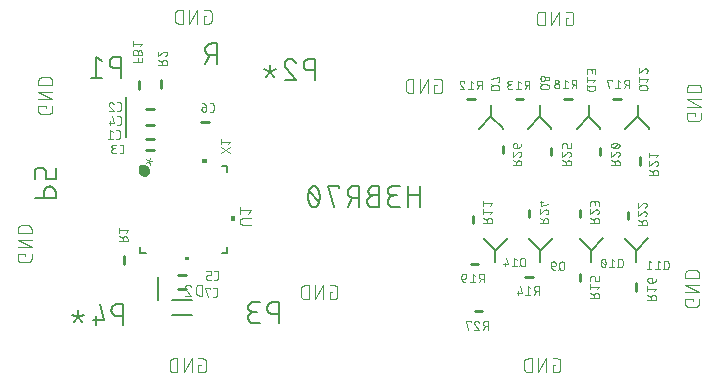
<source format=gbr>
G04 EAGLE Gerber RS-274X export*
G75*
%MOMM*%
%FSLAX34Y34*%
%LPD*%
%INSilkscreen Bottom*%
%IPPOS*%
%AMOC8*
5,1,8,0,0,1.08239X$1,22.5*%
G01*
%ADD10C,0.152400*%
%ADD11C,0.101600*%
%ADD12C,0.076200*%
%ADD13C,0.406400*%
%ADD14C,0.050800*%
%ADD15C,0.254000*%
%ADD16C,0.150000*%

G36*
X-137752Y111444D02*
X-137752Y111444D01*
X-137749Y111443D01*
X-137706Y111463D01*
X-137663Y111482D01*
X-137662Y111484D01*
X-137660Y111485D01*
X-137627Y111570D01*
X-137627Y114110D01*
X-137628Y114112D01*
X-137627Y114114D01*
X-137647Y114157D01*
X-137666Y114200D01*
X-137668Y114201D01*
X-137669Y114203D01*
X-137754Y114236D01*
X-141564Y114236D01*
X-141566Y114235D01*
X-141568Y114236D01*
X-141611Y114216D01*
X-141654Y114197D01*
X-141655Y114195D01*
X-141657Y114194D01*
X-141690Y114110D01*
X-141690Y111570D01*
X-141689Y111568D01*
X-141690Y111565D01*
X-141670Y111522D01*
X-141651Y111479D01*
X-141649Y111478D01*
X-141648Y111476D01*
X-141564Y111443D01*
X-137754Y111443D01*
X-137752Y111444D01*
G37*
G36*
X-114489Y61905D02*
X-114489Y61905D01*
X-114486Y61904D01*
X-114443Y61924D01*
X-114400Y61943D01*
X-114399Y61945D01*
X-114397Y61946D01*
X-114364Y62031D01*
X-114364Y65841D01*
X-114365Y65843D01*
X-114364Y65845D01*
X-114384Y65888D01*
X-114403Y65931D01*
X-114405Y65932D01*
X-114406Y65934D01*
X-114491Y65967D01*
X-117031Y65967D01*
X-117033Y65966D01*
X-117035Y65967D01*
X-117078Y65947D01*
X-117121Y65928D01*
X-117122Y65926D01*
X-117124Y65925D01*
X-117157Y65841D01*
X-117157Y62031D01*
X-117156Y62029D01*
X-117157Y62026D01*
X-117137Y61983D01*
X-117118Y61940D01*
X-117116Y61939D01*
X-117115Y61937D01*
X-117031Y61904D01*
X-114491Y61904D01*
X-114489Y61905D01*
G37*
G36*
X-152755Y28640D02*
X-152755Y28640D01*
X-152752Y28639D01*
X-152709Y28659D01*
X-152666Y28678D01*
X-152665Y28680D01*
X-152663Y28681D01*
X-152630Y28766D01*
X-152630Y31306D01*
X-152631Y31308D01*
X-152630Y31310D01*
X-152650Y31353D01*
X-152669Y31396D01*
X-152671Y31397D01*
X-152672Y31399D01*
X-152757Y31432D01*
X-156567Y31432D01*
X-156569Y31431D01*
X-156571Y31432D01*
X-156614Y31412D01*
X-156657Y31393D01*
X-156658Y31391D01*
X-156660Y31390D01*
X-156693Y31306D01*
X-156693Y28766D01*
X-156692Y28764D01*
X-156693Y28761D01*
X-156673Y28718D01*
X-156654Y28675D01*
X-156652Y28674D01*
X-156651Y28672D01*
X-156567Y28639D01*
X-152757Y28639D01*
X-152755Y28640D01*
G37*
D10*
X-210312Y183325D02*
X-210312Y201105D01*
X-215251Y201105D01*
X-215391Y201103D01*
X-215530Y201097D01*
X-215670Y201087D01*
X-215809Y201073D01*
X-215948Y201056D01*
X-216086Y201034D01*
X-216223Y201008D01*
X-216360Y200979D01*
X-216496Y200946D01*
X-216630Y200909D01*
X-216764Y200868D01*
X-216896Y200823D01*
X-217028Y200774D01*
X-217157Y200722D01*
X-217285Y200667D01*
X-217412Y200607D01*
X-217537Y200544D01*
X-217660Y200478D01*
X-217781Y200408D01*
X-217900Y200335D01*
X-218017Y200258D01*
X-218131Y200178D01*
X-218244Y200095D01*
X-218354Y200009D01*
X-218461Y199919D01*
X-218566Y199827D01*
X-218668Y199732D01*
X-218768Y199634D01*
X-218865Y199533D01*
X-218959Y199429D01*
X-219049Y199323D01*
X-219137Y199214D01*
X-219222Y199103D01*
X-219303Y198989D01*
X-219382Y198874D01*
X-219457Y198756D01*
X-219528Y198636D01*
X-219596Y198513D01*
X-219661Y198390D01*
X-219722Y198264D01*
X-219780Y198136D01*
X-219834Y198008D01*
X-219884Y197877D01*
X-219931Y197745D01*
X-219974Y197612D01*
X-220013Y197478D01*
X-220048Y197343D01*
X-220079Y197207D01*
X-220107Y197069D01*
X-220130Y196932D01*
X-220150Y196793D01*
X-220166Y196654D01*
X-220178Y196515D01*
X-220186Y196376D01*
X-220190Y196236D01*
X-220190Y196096D01*
X-220186Y195956D01*
X-220178Y195817D01*
X-220166Y195678D01*
X-220150Y195539D01*
X-220130Y195400D01*
X-220107Y195263D01*
X-220079Y195125D01*
X-220048Y194989D01*
X-220013Y194854D01*
X-219974Y194720D01*
X-219931Y194587D01*
X-219884Y194455D01*
X-219834Y194324D01*
X-219780Y194196D01*
X-219722Y194068D01*
X-219661Y193942D01*
X-219596Y193819D01*
X-219528Y193696D01*
X-219457Y193576D01*
X-219382Y193458D01*
X-219303Y193343D01*
X-219222Y193229D01*
X-219137Y193118D01*
X-219049Y193009D01*
X-218959Y192903D01*
X-218865Y192799D01*
X-218768Y192698D01*
X-218668Y192600D01*
X-218566Y192505D01*
X-218461Y192413D01*
X-218354Y192323D01*
X-218244Y192237D01*
X-218131Y192154D01*
X-218017Y192074D01*
X-217900Y191997D01*
X-217781Y191924D01*
X-217660Y191854D01*
X-217537Y191788D01*
X-217412Y191725D01*
X-217285Y191665D01*
X-217157Y191610D01*
X-217028Y191558D01*
X-216896Y191509D01*
X-216764Y191464D01*
X-216630Y191423D01*
X-216496Y191386D01*
X-216360Y191353D01*
X-216223Y191324D01*
X-216086Y191298D01*
X-215948Y191276D01*
X-215809Y191259D01*
X-215670Y191245D01*
X-215530Y191235D01*
X-215391Y191229D01*
X-215251Y191227D01*
X-210312Y191227D01*
X-226307Y197153D02*
X-231246Y201105D01*
X-231246Y183325D01*
X-226307Y183325D02*
X-236185Y183325D01*
X-46050Y181483D02*
X-46050Y199263D01*
X-50989Y199263D01*
X-51129Y199261D01*
X-51268Y199255D01*
X-51408Y199245D01*
X-51547Y199231D01*
X-51686Y199214D01*
X-51824Y199192D01*
X-51961Y199166D01*
X-52098Y199137D01*
X-52234Y199104D01*
X-52368Y199067D01*
X-52502Y199026D01*
X-52634Y198981D01*
X-52766Y198932D01*
X-52895Y198880D01*
X-53023Y198825D01*
X-53150Y198765D01*
X-53275Y198702D01*
X-53398Y198636D01*
X-53519Y198566D01*
X-53638Y198493D01*
X-53755Y198416D01*
X-53869Y198336D01*
X-53982Y198253D01*
X-54092Y198167D01*
X-54199Y198077D01*
X-54304Y197985D01*
X-54406Y197890D01*
X-54506Y197792D01*
X-54603Y197691D01*
X-54697Y197587D01*
X-54787Y197481D01*
X-54875Y197372D01*
X-54960Y197261D01*
X-55041Y197147D01*
X-55120Y197032D01*
X-55195Y196914D01*
X-55266Y196794D01*
X-55334Y196671D01*
X-55399Y196548D01*
X-55460Y196422D01*
X-55518Y196294D01*
X-55572Y196166D01*
X-55622Y196035D01*
X-55669Y195903D01*
X-55712Y195770D01*
X-55751Y195636D01*
X-55786Y195501D01*
X-55817Y195365D01*
X-55845Y195227D01*
X-55868Y195090D01*
X-55888Y194951D01*
X-55904Y194812D01*
X-55916Y194673D01*
X-55924Y194534D01*
X-55928Y194394D01*
X-55928Y194254D01*
X-55924Y194114D01*
X-55916Y193975D01*
X-55904Y193836D01*
X-55888Y193697D01*
X-55868Y193558D01*
X-55845Y193421D01*
X-55817Y193283D01*
X-55786Y193147D01*
X-55751Y193012D01*
X-55712Y192878D01*
X-55669Y192745D01*
X-55622Y192613D01*
X-55572Y192482D01*
X-55518Y192354D01*
X-55460Y192226D01*
X-55399Y192100D01*
X-55334Y191977D01*
X-55266Y191854D01*
X-55195Y191734D01*
X-55120Y191616D01*
X-55041Y191501D01*
X-54960Y191387D01*
X-54875Y191276D01*
X-54787Y191167D01*
X-54697Y191061D01*
X-54603Y190957D01*
X-54506Y190856D01*
X-54406Y190758D01*
X-54304Y190663D01*
X-54199Y190571D01*
X-54092Y190481D01*
X-53982Y190395D01*
X-53869Y190312D01*
X-53755Y190232D01*
X-53638Y190155D01*
X-53519Y190082D01*
X-53398Y190012D01*
X-53275Y189946D01*
X-53150Y189883D01*
X-53023Y189823D01*
X-52895Y189768D01*
X-52766Y189716D01*
X-52634Y189667D01*
X-52502Y189622D01*
X-52368Y189581D01*
X-52234Y189544D01*
X-52098Y189511D01*
X-51961Y189482D01*
X-51824Y189456D01*
X-51686Y189434D01*
X-51547Y189417D01*
X-51408Y189403D01*
X-51268Y189393D01*
X-51129Y189387D01*
X-50989Y189385D01*
X-46050Y189385D01*
X-67478Y199263D02*
X-67610Y199261D01*
X-67741Y199255D01*
X-67873Y199245D01*
X-68004Y199232D01*
X-68134Y199214D01*
X-68264Y199193D01*
X-68394Y199168D01*
X-68522Y199139D01*
X-68650Y199106D01*
X-68776Y199069D01*
X-68902Y199029D01*
X-69026Y198985D01*
X-69149Y198937D01*
X-69270Y198886D01*
X-69390Y198831D01*
X-69508Y198773D01*
X-69624Y198711D01*
X-69738Y198645D01*
X-69851Y198577D01*
X-69961Y198505D01*
X-70069Y198430D01*
X-70175Y198351D01*
X-70279Y198270D01*
X-70380Y198185D01*
X-70478Y198098D01*
X-70574Y198007D01*
X-70667Y197914D01*
X-70758Y197818D01*
X-70845Y197720D01*
X-70930Y197619D01*
X-71011Y197515D01*
X-71090Y197409D01*
X-71165Y197301D01*
X-71237Y197191D01*
X-71305Y197078D01*
X-71371Y196964D01*
X-71433Y196848D01*
X-71491Y196730D01*
X-71546Y196610D01*
X-71597Y196489D01*
X-71645Y196366D01*
X-71689Y196242D01*
X-71729Y196116D01*
X-71766Y195990D01*
X-71799Y195862D01*
X-71828Y195734D01*
X-71853Y195604D01*
X-71874Y195474D01*
X-71892Y195344D01*
X-71905Y195213D01*
X-71915Y195081D01*
X-71921Y194950D01*
X-71923Y194818D01*
X-67478Y199263D02*
X-67328Y199261D01*
X-67179Y199255D01*
X-67030Y199245D01*
X-66881Y199232D01*
X-66732Y199214D01*
X-66584Y199193D01*
X-66436Y199167D01*
X-66290Y199138D01*
X-66144Y199105D01*
X-65999Y199068D01*
X-65855Y199027D01*
X-65712Y198983D01*
X-65570Y198935D01*
X-65430Y198883D01*
X-65291Y198828D01*
X-65153Y198769D01*
X-65018Y198706D01*
X-64883Y198640D01*
X-64751Y198570D01*
X-64621Y198497D01*
X-64492Y198420D01*
X-64365Y198340D01*
X-64241Y198257D01*
X-64119Y198171D01*
X-63999Y198081D01*
X-63882Y197988D01*
X-63767Y197893D01*
X-63654Y197794D01*
X-63544Y197692D01*
X-63437Y197588D01*
X-63333Y197481D01*
X-63231Y197371D01*
X-63133Y197258D01*
X-63037Y197143D01*
X-62945Y197025D01*
X-62855Y196905D01*
X-62769Y196783D01*
X-62686Y196659D01*
X-62606Y196532D01*
X-62530Y196404D01*
X-62457Y196273D01*
X-62387Y196140D01*
X-62321Y196006D01*
X-62259Y195870D01*
X-62200Y195733D01*
X-62144Y195594D01*
X-62093Y195453D01*
X-62045Y195312D01*
X-70440Y191361D02*
X-70536Y191454D01*
X-70628Y191550D01*
X-70718Y191649D01*
X-70805Y191750D01*
X-70890Y191853D01*
X-70971Y191958D01*
X-71049Y192066D01*
X-71124Y192176D01*
X-71197Y192288D01*
X-71266Y192402D01*
X-71332Y192518D01*
X-71394Y192636D01*
X-71453Y192755D01*
X-71509Y192876D01*
X-71562Y192999D01*
X-71611Y193123D01*
X-71656Y193248D01*
X-71699Y193375D01*
X-71737Y193502D01*
X-71772Y193631D01*
X-71803Y193760D01*
X-71831Y193891D01*
X-71855Y194022D01*
X-71876Y194154D01*
X-71892Y194286D01*
X-71905Y194419D01*
X-71915Y194552D01*
X-71920Y194685D01*
X-71922Y194818D01*
X-70441Y191361D02*
X-62045Y181483D01*
X-71923Y181483D01*
X-84293Y188397D02*
X-84293Y194324D01*
X-84293Y188397D02*
X-87750Y183952D01*
X-84293Y188397D02*
X-80836Y183952D01*
X-84293Y188397D02*
X-89726Y190373D01*
X-84293Y188397D02*
X-78860Y190373D01*
X-265875Y81315D02*
X-283655Y81315D01*
X-265875Y81315D02*
X-265875Y86254D01*
X-265874Y86254D02*
X-265876Y86394D01*
X-265882Y86533D01*
X-265892Y86673D01*
X-265906Y86812D01*
X-265923Y86951D01*
X-265945Y87089D01*
X-265971Y87226D01*
X-266000Y87363D01*
X-266033Y87499D01*
X-266070Y87633D01*
X-266111Y87767D01*
X-266156Y87899D01*
X-266205Y88031D01*
X-266257Y88160D01*
X-266312Y88288D01*
X-266372Y88415D01*
X-266435Y88540D01*
X-266501Y88663D01*
X-266571Y88784D01*
X-266644Y88903D01*
X-266721Y89020D01*
X-266801Y89134D01*
X-266884Y89247D01*
X-266970Y89357D01*
X-267060Y89464D01*
X-267152Y89569D01*
X-267247Y89671D01*
X-267345Y89771D01*
X-267446Y89868D01*
X-267550Y89962D01*
X-267656Y90052D01*
X-267765Y90140D01*
X-267876Y90225D01*
X-267990Y90306D01*
X-268105Y90385D01*
X-268223Y90460D01*
X-268344Y90531D01*
X-268466Y90599D01*
X-268589Y90664D01*
X-268715Y90725D01*
X-268843Y90783D01*
X-268971Y90837D01*
X-269102Y90887D01*
X-269234Y90934D01*
X-269367Y90977D01*
X-269501Y91016D01*
X-269636Y91051D01*
X-269772Y91082D01*
X-269910Y91110D01*
X-270047Y91133D01*
X-270186Y91153D01*
X-270325Y91169D01*
X-270464Y91181D01*
X-270603Y91189D01*
X-270743Y91193D01*
X-270883Y91193D01*
X-271023Y91189D01*
X-271162Y91181D01*
X-271301Y91169D01*
X-271440Y91153D01*
X-271579Y91133D01*
X-271716Y91110D01*
X-271854Y91082D01*
X-271990Y91051D01*
X-272125Y91016D01*
X-272259Y90977D01*
X-272392Y90934D01*
X-272524Y90887D01*
X-272655Y90837D01*
X-272783Y90783D01*
X-272911Y90725D01*
X-273037Y90664D01*
X-273160Y90599D01*
X-273283Y90531D01*
X-273403Y90460D01*
X-273521Y90385D01*
X-273636Y90306D01*
X-273750Y90225D01*
X-273861Y90140D01*
X-273970Y90052D01*
X-274076Y89962D01*
X-274180Y89868D01*
X-274281Y89771D01*
X-274379Y89671D01*
X-274474Y89569D01*
X-274566Y89464D01*
X-274656Y89357D01*
X-274742Y89247D01*
X-274825Y89134D01*
X-274905Y89020D01*
X-274982Y88903D01*
X-275055Y88784D01*
X-275125Y88663D01*
X-275191Y88540D01*
X-275254Y88415D01*
X-275314Y88288D01*
X-275369Y88160D01*
X-275421Y88031D01*
X-275470Y87899D01*
X-275515Y87767D01*
X-275556Y87633D01*
X-275593Y87499D01*
X-275626Y87363D01*
X-275655Y87226D01*
X-275681Y87089D01*
X-275703Y86951D01*
X-275720Y86812D01*
X-275734Y86673D01*
X-275744Y86533D01*
X-275750Y86394D01*
X-275752Y86254D01*
X-275752Y81315D01*
X-283655Y97310D02*
X-283655Y103237D01*
X-283654Y103237D02*
X-283652Y103361D01*
X-283646Y103485D01*
X-283636Y103609D01*
X-283623Y103732D01*
X-283605Y103855D01*
X-283584Y103977D01*
X-283559Y104099D01*
X-283530Y104220D01*
X-283497Y104339D01*
X-283461Y104458D01*
X-283420Y104575D01*
X-283377Y104691D01*
X-283329Y104806D01*
X-283278Y104919D01*
X-283223Y105031D01*
X-283165Y105140D01*
X-283104Y105248D01*
X-283039Y105354D01*
X-282971Y105458D01*
X-282899Y105559D01*
X-282825Y105659D01*
X-282747Y105755D01*
X-282667Y105850D01*
X-282583Y105942D01*
X-282497Y106031D01*
X-282408Y106117D01*
X-282316Y106201D01*
X-282221Y106281D01*
X-282125Y106359D01*
X-282025Y106433D01*
X-281924Y106505D01*
X-281820Y106573D01*
X-281714Y106638D01*
X-281606Y106699D01*
X-281497Y106757D01*
X-281385Y106812D01*
X-281272Y106863D01*
X-281157Y106911D01*
X-281041Y106954D01*
X-280924Y106995D01*
X-280805Y107031D01*
X-280686Y107064D01*
X-280565Y107093D01*
X-280443Y107118D01*
X-280321Y107139D01*
X-280198Y107157D01*
X-280075Y107170D01*
X-279951Y107180D01*
X-279827Y107186D01*
X-279703Y107188D01*
X-277728Y107188D01*
X-277604Y107186D01*
X-277480Y107180D01*
X-277356Y107170D01*
X-277233Y107157D01*
X-277110Y107139D01*
X-276988Y107118D01*
X-276866Y107093D01*
X-276745Y107064D01*
X-276626Y107031D01*
X-276507Y106995D01*
X-276390Y106954D01*
X-276274Y106911D01*
X-276159Y106863D01*
X-276046Y106812D01*
X-275934Y106757D01*
X-275825Y106699D01*
X-275717Y106638D01*
X-275611Y106573D01*
X-275507Y106505D01*
X-275406Y106433D01*
X-275306Y106359D01*
X-275210Y106281D01*
X-275115Y106201D01*
X-275023Y106117D01*
X-274934Y106031D01*
X-274848Y105942D01*
X-274764Y105850D01*
X-274684Y105755D01*
X-274606Y105659D01*
X-274532Y105559D01*
X-274460Y105458D01*
X-274392Y105354D01*
X-274327Y105248D01*
X-274266Y105140D01*
X-274208Y105031D01*
X-274153Y104919D01*
X-274102Y104806D01*
X-274054Y104691D01*
X-274011Y104575D01*
X-273970Y104458D01*
X-273934Y104339D01*
X-273901Y104220D01*
X-273872Y104099D01*
X-273847Y103977D01*
X-273826Y103855D01*
X-273808Y103732D01*
X-273795Y103609D01*
X-273785Y103485D01*
X-273779Y103361D01*
X-273777Y103237D01*
X-273777Y97310D01*
X-265875Y97310D01*
X-265875Y107188D01*
X-208725Y-8446D02*
X-208725Y-26226D01*
X-208725Y-8446D02*
X-213663Y-8446D01*
X-213663Y-8445D02*
X-213803Y-8447D01*
X-213942Y-8453D01*
X-214082Y-8463D01*
X-214221Y-8477D01*
X-214360Y-8494D01*
X-214498Y-8516D01*
X-214635Y-8542D01*
X-214772Y-8571D01*
X-214908Y-8604D01*
X-215042Y-8641D01*
X-215176Y-8682D01*
X-215308Y-8727D01*
X-215440Y-8776D01*
X-215569Y-8828D01*
X-215697Y-8883D01*
X-215824Y-8943D01*
X-215949Y-9006D01*
X-216072Y-9072D01*
X-216193Y-9142D01*
X-216312Y-9215D01*
X-216429Y-9292D01*
X-216543Y-9372D01*
X-216656Y-9455D01*
X-216766Y-9541D01*
X-216873Y-9631D01*
X-216978Y-9723D01*
X-217080Y-9818D01*
X-217180Y-9916D01*
X-217277Y-10017D01*
X-217371Y-10121D01*
X-217461Y-10227D01*
X-217549Y-10336D01*
X-217634Y-10447D01*
X-217715Y-10561D01*
X-217794Y-10676D01*
X-217869Y-10794D01*
X-217940Y-10915D01*
X-218008Y-11037D01*
X-218073Y-11160D01*
X-218134Y-11286D01*
X-218192Y-11414D01*
X-218246Y-11542D01*
X-218296Y-11673D01*
X-218343Y-11805D01*
X-218386Y-11938D01*
X-218425Y-12072D01*
X-218460Y-12207D01*
X-218491Y-12343D01*
X-218519Y-12481D01*
X-218542Y-12618D01*
X-218562Y-12757D01*
X-218578Y-12896D01*
X-218590Y-13035D01*
X-218598Y-13174D01*
X-218602Y-13314D01*
X-218602Y-13454D01*
X-218598Y-13594D01*
X-218590Y-13733D01*
X-218578Y-13872D01*
X-218562Y-14011D01*
X-218542Y-14150D01*
X-218519Y-14287D01*
X-218491Y-14425D01*
X-218460Y-14561D01*
X-218425Y-14696D01*
X-218386Y-14830D01*
X-218343Y-14963D01*
X-218296Y-15095D01*
X-218246Y-15226D01*
X-218192Y-15354D01*
X-218134Y-15482D01*
X-218073Y-15608D01*
X-218008Y-15731D01*
X-217940Y-15854D01*
X-217869Y-15974D01*
X-217794Y-16092D01*
X-217715Y-16207D01*
X-217634Y-16321D01*
X-217549Y-16432D01*
X-217461Y-16541D01*
X-217371Y-16647D01*
X-217277Y-16751D01*
X-217180Y-16852D01*
X-217080Y-16950D01*
X-216978Y-17045D01*
X-216873Y-17137D01*
X-216766Y-17227D01*
X-216656Y-17313D01*
X-216543Y-17396D01*
X-216429Y-17476D01*
X-216312Y-17553D01*
X-216193Y-17626D01*
X-216072Y-17696D01*
X-215949Y-17762D01*
X-215824Y-17825D01*
X-215697Y-17885D01*
X-215569Y-17940D01*
X-215440Y-17992D01*
X-215308Y-18041D01*
X-215176Y-18086D01*
X-215042Y-18127D01*
X-214908Y-18164D01*
X-214772Y-18197D01*
X-214635Y-18226D01*
X-214498Y-18252D01*
X-214360Y-18274D01*
X-214221Y-18291D01*
X-214082Y-18305D01*
X-213942Y-18315D01*
X-213803Y-18321D01*
X-213663Y-18323D01*
X-208725Y-18323D01*
X-224720Y-22274D02*
X-228671Y-8446D01*
X-224720Y-22274D02*
X-234597Y-22274D01*
X-231634Y-18323D02*
X-231634Y-26226D01*
X-246967Y-19311D02*
X-246967Y-13384D01*
X-246967Y-19311D02*
X-250424Y-23756D01*
X-246967Y-19311D02*
X-243510Y-23756D01*
X-246967Y-19311D02*
X-252400Y-17336D01*
X-246967Y-19311D02*
X-241534Y-17336D01*
X-76962Y-24638D02*
X-76962Y-6858D01*
X-81901Y-6858D01*
X-82041Y-6860D01*
X-82180Y-6866D01*
X-82320Y-6876D01*
X-82459Y-6890D01*
X-82598Y-6907D01*
X-82736Y-6929D01*
X-82873Y-6955D01*
X-83010Y-6984D01*
X-83146Y-7017D01*
X-83280Y-7054D01*
X-83414Y-7095D01*
X-83546Y-7140D01*
X-83678Y-7189D01*
X-83807Y-7241D01*
X-83935Y-7296D01*
X-84062Y-7356D01*
X-84187Y-7419D01*
X-84310Y-7485D01*
X-84431Y-7555D01*
X-84550Y-7628D01*
X-84667Y-7705D01*
X-84781Y-7785D01*
X-84894Y-7868D01*
X-85004Y-7954D01*
X-85111Y-8044D01*
X-85216Y-8136D01*
X-85318Y-8231D01*
X-85418Y-8329D01*
X-85515Y-8430D01*
X-85609Y-8534D01*
X-85699Y-8640D01*
X-85787Y-8749D01*
X-85872Y-8860D01*
X-85953Y-8974D01*
X-86032Y-9089D01*
X-86107Y-9207D01*
X-86178Y-9328D01*
X-86246Y-9450D01*
X-86311Y-9573D01*
X-86372Y-9699D01*
X-86430Y-9827D01*
X-86484Y-9955D01*
X-86534Y-10086D01*
X-86581Y-10218D01*
X-86624Y-10351D01*
X-86663Y-10485D01*
X-86698Y-10620D01*
X-86729Y-10756D01*
X-86757Y-10894D01*
X-86780Y-11031D01*
X-86800Y-11170D01*
X-86816Y-11309D01*
X-86828Y-11448D01*
X-86836Y-11587D01*
X-86840Y-11727D01*
X-86840Y-11867D01*
X-86836Y-12007D01*
X-86828Y-12146D01*
X-86816Y-12285D01*
X-86800Y-12424D01*
X-86780Y-12563D01*
X-86757Y-12700D01*
X-86729Y-12838D01*
X-86698Y-12974D01*
X-86663Y-13109D01*
X-86624Y-13243D01*
X-86581Y-13376D01*
X-86534Y-13508D01*
X-86484Y-13639D01*
X-86430Y-13767D01*
X-86372Y-13895D01*
X-86311Y-14021D01*
X-86246Y-14144D01*
X-86178Y-14267D01*
X-86107Y-14387D01*
X-86032Y-14505D01*
X-85953Y-14620D01*
X-85872Y-14734D01*
X-85787Y-14845D01*
X-85699Y-14954D01*
X-85609Y-15060D01*
X-85515Y-15164D01*
X-85418Y-15265D01*
X-85318Y-15363D01*
X-85216Y-15458D01*
X-85111Y-15550D01*
X-85004Y-15640D01*
X-84894Y-15726D01*
X-84781Y-15809D01*
X-84667Y-15889D01*
X-84550Y-15966D01*
X-84431Y-16039D01*
X-84310Y-16109D01*
X-84187Y-16175D01*
X-84062Y-16238D01*
X-83935Y-16298D01*
X-83807Y-16353D01*
X-83678Y-16405D01*
X-83546Y-16454D01*
X-83414Y-16499D01*
X-83280Y-16540D01*
X-83146Y-16577D01*
X-83010Y-16610D01*
X-82873Y-16639D01*
X-82736Y-16665D01*
X-82598Y-16687D01*
X-82459Y-16704D01*
X-82320Y-16718D01*
X-82180Y-16728D01*
X-82041Y-16734D01*
X-81901Y-16736D01*
X-76962Y-16736D01*
X-92957Y-24638D02*
X-97896Y-24638D01*
X-98036Y-24636D01*
X-98175Y-24630D01*
X-98315Y-24620D01*
X-98454Y-24606D01*
X-98593Y-24589D01*
X-98731Y-24567D01*
X-98868Y-24541D01*
X-99005Y-24512D01*
X-99141Y-24479D01*
X-99275Y-24442D01*
X-99409Y-24401D01*
X-99541Y-24356D01*
X-99673Y-24307D01*
X-99802Y-24255D01*
X-99930Y-24200D01*
X-100057Y-24140D01*
X-100182Y-24077D01*
X-100305Y-24011D01*
X-100426Y-23941D01*
X-100545Y-23868D01*
X-100662Y-23791D01*
X-100776Y-23711D01*
X-100889Y-23628D01*
X-100999Y-23542D01*
X-101106Y-23452D01*
X-101211Y-23360D01*
X-101313Y-23265D01*
X-101413Y-23167D01*
X-101510Y-23066D01*
X-101604Y-22962D01*
X-101694Y-22856D01*
X-101782Y-22747D01*
X-101867Y-22636D01*
X-101948Y-22522D01*
X-102027Y-22407D01*
X-102102Y-22289D01*
X-102173Y-22169D01*
X-102241Y-22046D01*
X-102306Y-21923D01*
X-102367Y-21797D01*
X-102425Y-21669D01*
X-102479Y-21541D01*
X-102529Y-21410D01*
X-102576Y-21278D01*
X-102619Y-21145D01*
X-102658Y-21011D01*
X-102693Y-20876D01*
X-102724Y-20740D01*
X-102752Y-20602D01*
X-102775Y-20465D01*
X-102795Y-20326D01*
X-102811Y-20187D01*
X-102823Y-20048D01*
X-102831Y-19909D01*
X-102835Y-19769D01*
X-102835Y-19629D01*
X-102831Y-19489D01*
X-102823Y-19350D01*
X-102811Y-19211D01*
X-102795Y-19072D01*
X-102775Y-18933D01*
X-102752Y-18796D01*
X-102724Y-18658D01*
X-102693Y-18522D01*
X-102658Y-18387D01*
X-102619Y-18253D01*
X-102576Y-18120D01*
X-102529Y-17988D01*
X-102479Y-17857D01*
X-102425Y-17729D01*
X-102367Y-17601D01*
X-102306Y-17475D01*
X-102241Y-17352D01*
X-102173Y-17230D01*
X-102102Y-17109D01*
X-102027Y-16991D01*
X-101948Y-16876D01*
X-101867Y-16762D01*
X-101782Y-16651D01*
X-101694Y-16542D01*
X-101604Y-16436D01*
X-101510Y-16332D01*
X-101413Y-16231D01*
X-101313Y-16133D01*
X-101211Y-16038D01*
X-101106Y-15946D01*
X-100999Y-15856D01*
X-100889Y-15770D01*
X-100776Y-15687D01*
X-100662Y-15607D01*
X-100545Y-15530D01*
X-100426Y-15457D01*
X-100305Y-15387D01*
X-100182Y-15321D01*
X-100057Y-15258D01*
X-99930Y-15198D01*
X-99802Y-15143D01*
X-99673Y-15091D01*
X-99541Y-15042D01*
X-99409Y-14997D01*
X-99275Y-14956D01*
X-99141Y-14919D01*
X-99005Y-14886D01*
X-98868Y-14857D01*
X-98731Y-14831D01*
X-98593Y-14809D01*
X-98454Y-14792D01*
X-98315Y-14778D01*
X-98175Y-14768D01*
X-98036Y-14762D01*
X-97896Y-14760D01*
X-98884Y-6858D02*
X-92957Y-6858D01*
X-98884Y-6858D02*
X-99008Y-6860D01*
X-99132Y-6866D01*
X-99256Y-6876D01*
X-99379Y-6889D01*
X-99502Y-6907D01*
X-99624Y-6928D01*
X-99746Y-6953D01*
X-99867Y-6982D01*
X-99986Y-7015D01*
X-100105Y-7051D01*
X-100222Y-7092D01*
X-100338Y-7135D01*
X-100453Y-7183D01*
X-100566Y-7234D01*
X-100678Y-7289D01*
X-100787Y-7347D01*
X-100895Y-7408D01*
X-101001Y-7473D01*
X-101105Y-7541D01*
X-101206Y-7613D01*
X-101306Y-7687D01*
X-101402Y-7765D01*
X-101497Y-7845D01*
X-101589Y-7929D01*
X-101678Y-8015D01*
X-101764Y-8104D01*
X-101848Y-8196D01*
X-101928Y-8291D01*
X-102006Y-8387D01*
X-102080Y-8487D01*
X-102152Y-8588D01*
X-102220Y-8692D01*
X-102285Y-8798D01*
X-102346Y-8906D01*
X-102404Y-9015D01*
X-102459Y-9127D01*
X-102510Y-9240D01*
X-102558Y-9355D01*
X-102601Y-9471D01*
X-102642Y-9588D01*
X-102678Y-9707D01*
X-102711Y-9826D01*
X-102740Y-9947D01*
X-102765Y-10069D01*
X-102786Y-10191D01*
X-102804Y-10314D01*
X-102817Y-10437D01*
X-102827Y-10561D01*
X-102833Y-10685D01*
X-102835Y-10809D01*
X-102833Y-10933D01*
X-102827Y-11057D01*
X-102817Y-11181D01*
X-102804Y-11304D01*
X-102786Y-11427D01*
X-102765Y-11549D01*
X-102740Y-11671D01*
X-102711Y-11792D01*
X-102678Y-11911D01*
X-102642Y-12030D01*
X-102601Y-12147D01*
X-102558Y-12263D01*
X-102510Y-12378D01*
X-102459Y-12491D01*
X-102404Y-12603D01*
X-102346Y-12712D01*
X-102285Y-12820D01*
X-102220Y-12926D01*
X-102152Y-13030D01*
X-102080Y-13131D01*
X-102006Y-13231D01*
X-101928Y-13327D01*
X-101848Y-13422D01*
X-101764Y-13514D01*
X-101678Y-13603D01*
X-101589Y-13689D01*
X-101497Y-13773D01*
X-101402Y-13853D01*
X-101306Y-13931D01*
X-101206Y-14005D01*
X-101105Y-14077D01*
X-101001Y-14145D01*
X-100895Y-14210D01*
X-100787Y-14271D01*
X-100678Y-14329D01*
X-100566Y-14384D01*
X-100453Y-14435D01*
X-100338Y-14483D01*
X-100222Y-14526D01*
X-100105Y-14567D01*
X-99986Y-14603D01*
X-99867Y-14636D01*
X-99746Y-14665D01*
X-99624Y-14690D01*
X-99502Y-14711D01*
X-99379Y-14729D01*
X-99256Y-14742D01*
X-99132Y-14752D01*
X-99008Y-14758D01*
X-98884Y-14760D01*
X-94933Y-14760D01*
X42611Y73660D02*
X42611Y91440D01*
X42611Y83538D02*
X32733Y83538D01*
X32733Y91440D02*
X32733Y73660D01*
X25302Y73660D02*
X20363Y73660D01*
X20223Y73662D01*
X20084Y73668D01*
X19944Y73678D01*
X19805Y73692D01*
X19666Y73709D01*
X19528Y73731D01*
X19391Y73757D01*
X19254Y73786D01*
X19118Y73819D01*
X18984Y73856D01*
X18850Y73897D01*
X18718Y73942D01*
X18586Y73991D01*
X18457Y74043D01*
X18329Y74098D01*
X18202Y74158D01*
X18077Y74221D01*
X17954Y74287D01*
X17833Y74357D01*
X17714Y74430D01*
X17597Y74507D01*
X17483Y74587D01*
X17370Y74670D01*
X17260Y74756D01*
X17153Y74846D01*
X17048Y74938D01*
X16946Y75033D01*
X16846Y75131D01*
X16749Y75232D01*
X16655Y75336D01*
X16565Y75442D01*
X16477Y75551D01*
X16392Y75662D01*
X16311Y75776D01*
X16232Y75891D01*
X16157Y76009D01*
X16086Y76129D01*
X16018Y76252D01*
X15953Y76375D01*
X15892Y76501D01*
X15834Y76629D01*
X15780Y76757D01*
X15730Y76888D01*
X15683Y77020D01*
X15640Y77153D01*
X15601Y77287D01*
X15566Y77422D01*
X15535Y77558D01*
X15507Y77696D01*
X15484Y77833D01*
X15464Y77972D01*
X15448Y78111D01*
X15436Y78250D01*
X15428Y78389D01*
X15424Y78529D01*
X15424Y78669D01*
X15428Y78809D01*
X15436Y78948D01*
X15448Y79087D01*
X15464Y79226D01*
X15484Y79365D01*
X15507Y79502D01*
X15535Y79640D01*
X15566Y79776D01*
X15601Y79911D01*
X15640Y80045D01*
X15683Y80178D01*
X15730Y80310D01*
X15780Y80441D01*
X15834Y80569D01*
X15892Y80697D01*
X15953Y80823D01*
X16018Y80946D01*
X16086Y81068D01*
X16157Y81189D01*
X16232Y81307D01*
X16311Y81422D01*
X16392Y81536D01*
X16477Y81647D01*
X16565Y81756D01*
X16655Y81862D01*
X16749Y81966D01*
X16846Y82067D01*
X16946Y82165D01*
X17048Y82260D01*
X17153Y82352D01*
X17260Y82442D01*
X17370Y82528D01*
X17483Y82611D01*
X17597Y82691D01*
X17714Y82768D01*
X17833Y82841D01*
X17954Y82911D01*
X18077Y82977D01*
X18202Y83040D01*
X18329Y83100D01*
X18457Y83155D01*
X18586Y83207D01*
X18718Y83256D01*
X18850Y83301D01*
X18984Y83342D01*
X19118Y83379D01*
X19254Y83412D01*
X19391Y83441D01*
X19528Y83467D01*
X19666Y83489D01*
X19805Y83506D01*
X19944Y83520D01*
X20084Y83530D01*
X20223Y83536D01*
X20363Y83538D01*
X19375Y91440D02*
X25302Y91440D01*
X19375Y91440D02*
X19251Y91438D01*
X19127Y91432D01*
X19003Y91422D01*
X18880Y91409D01*
X18757Y91391D01*
X18635Y91370D01*
X18513Y91345D01*
X18392Y91316D01*
X18273Y91283D01*
X18154Y91247D01*
X18037Y91206D01*
X17921Y91163D01*
X17806Y91115D01*
X17693Y91064D01*
X17581Y91009D01*
X17472Y90951D01*
X17364Y90890D01*
X17258Y90825D01*
X17154Y90757D01*
X17053Y90685D01*
X16953Y90611D01*
X16857Y90533D01*
X16762Y90453D01*
X16670Y90369D01*
X16581Y90283D01*
X16495Y90194D01*
X16411Y90102D01*
X16331Y90007D01*
X16253Y89911D01*
X16179Y89811D01*
X16107Y89710D01*
X16039Y89606D01*
X15974Y89500D01*
X15913Y89392D01*
X15855Y89283D01*
X15800Y89171D01*
X15749Y89058D01*
X15701Y88943D01*
X15658Y88827D01*
X15617Y88710D01*
X15581Y88591D01*
X15548Y88472D01*
X15519Y88351D01*
X15494Y88229D01*
X15473Y88107D01*
X15455Y87984D01*
X15442Y87861D01*
X15432Y87737D01*
X15426Y87613D01*
X15424Y87489D01*
X15426Y87365D01*
X15432Y87241D01*
X15442Y87117D01*
X15455Y86994D01*
X15473Y86871D01*
X15494Y86749D01*
X15519Y86627D01*
X15548Y86506D01*
X15581Y86387D01*
X15617Y86268D01*
X15658Y86151D01*
X15701Y86035D01*
X15749Y85920D01*
X15800Y85807D01*
X15855Y85695D01*
X15913Y85586D01*
X15974Y85478D01*
X16039Y85372D01*
X16107Y85268D01*
X16179Y85167D01*
X16253Y85067D01*
X16331Y84971D01*
X16411Y84876D01*
X16495Y84784D01*
X16581Y84695D01*
X16670Y84609D01*
X16762Y84525D01*
X16857Y84445D01*
X16953Y84367D01*
X17053Y84293D01*
X17154Y84221D01*
X17258Y84153D01*
X17364Y84088D01*
X17472Y84027D01*
X17581Y83969D01*
X17693Y83914D01*
X17806Y83863D01*
X17921Y83815D01*
X18037Y83772D01*
X18154Y83731D01*
X18273Y83695D01*
X18392Y83662D01*
X18513Y83633D01*
X18635Y83608D01*
X18757Y83587D01*
X18880Y83569D01*
X19003Y83556D01*
X19127Y83546D01*
X19251Y83540D01*
X19375Y83538D01*
X23327Y83538D01*
X7796Y83538D02*
X2857Y83538D01*
X2717Y83536D01*
X2578Y83530D01*
X2438Y83520D01*
X2299Y83506D01*
X2160Y83489D01*
X2022Y83467D01*
X1885Y83441D01*
X1748Y83412D01*
X1612Y83379D01*
X1478Y83342D01*
X1344Y83301D01*
X1212Y83256D01*
X1080Y83207D01*
X951Y83155D01*
X823Y83100D01*
X696Y83040D01*
X571Y82977D01*
X448Y82911D01*
X327Y82841D01*
X208Y82768D01*
X91Y82691D01*
X-23Y82611D01*
X-136Y82528D01*
X-246Y82442D01*
X-353Y82352D01*
X-458Y82260D01*
X-560Y82165D01*
X-660Y82067D01*
X-757Y81966D01*
X-851Y81862D01*
X-941Y81756D01*
X-1029Y81647D01*
X-1114Y81536D01*
X-1195Y81422D01*
X-1274Y81307D01*
X-1349Y81189D01*
X-1420Y81068D01*
X-1488Y80946D01*
X-1553Y80823D01*
X-1614Y80697D01*
X-1672Y80569D01*
X-1726Y80441D01*
X-1776Y80310D01*
X-1823Y80178D01*
X-1866Y80045D01*
X-1905Y79911D01*
X-1940Y79776D01*
X-1971Y79640D01*
X-1999Y79502D01*
X-2022Y79365D01*
X-2042Y79226D01*
X-2058Y79087D01*
X-2070Y78948D01*
X-2078Y78809D01*
X-2082Y78669D01*
X-2082Y78529D01*
X-2078Y78389D01*
X-2070Y78250D01*
X-2058Y78111D01*
X-2042Y77972D01*
X-2022Y77833D01*
X-1999Y77696D01*
X-1971Y77558D01*
X-1940Y77422D01*
X-1905Y77287D01*
X-1866Y77153D01*
X-1823Y77020D01*
X-1776Y76888D01*
X-1726Y76757D01*
X-1672Y76629D01*
X-1614Y76501D01*
X-1553Y76375D01*
X-1488Y76252D01*
X-1420Y76129D01*
X-1349Y76009D01*
X-1274Y75891D01*
X-1195Y75776D01*
X-1114Y75662D01*
X-1029Y75551D01*
X-941Y75442D01*
X-851Y75336D01*
X-757Y75232D01*
X-660Y75131D01*
X-560Y75033D01*
X-458Y74938D01*
X-353Y74846D01*
X-246Y74756D01*
X-136Y74670D01*
X-23Y74587D01*
X91Y74507D01*
X208Y74430D01*
X327Y74357D01*
X448Y74287D01*
X571Y74221D01*
X696Y74158D01*
X823Y74098D01*
X951Y74043D01*
X1080Y73991D01*
X1212Y73942D01*
X1344Y73897D01*
X1478Y73856D01*
X1612Y73819D01*
X1748Y73786D01*
X1885Y73757D01*
X2022Y73731D01*
X2160Y73709D01*
X2299Y73692D01*
X2438Y73678D01*
X2578Y73668D01*
X2717Y73662D01*
X2857Y73660D01*
X7796Y73660D01*
X7796Y91440D01*
X2857Y91440D01*
X2733Y91438D01*
X2609Y91432D01*
X2485Y91422D01*
X2362Y91409D01*
X2239Y91391D01*
X2117Y91370D01*
X1995Y91345D01*
X1874Y91316D01*
X1755Y91283D01*
X1636Y91247D01*
X1519Y91206D01*
X1403Y91163D01*
X1288Y91115D01*
X1175Y91064D01*
X1063Y91009D01*
X954Y90951D01*
X846Y90890D01*
X740Y90825D01*
X636Y90757D01*
X535Y90685D01*
X435Y90611D01*
X339Y90533D01*
X244Y90453D01*
X152Y90369D01*
X63Y90283D01*
X-23Y90194D01*
X-107Y90102D01*
X-187Y90007D01*
X-265Y89911D01*
X-339Y89811D01*
X-411Y89710D01*
X-479Y89606D01*
X-544Y89500D01*
X-605Y89392D01*
X-663Y89283D01*
X-718Y89171D01*
X-769Y89058D01*
X-817Y88943D01*
X-860Y88827D01*
X-901Y88710D01*
X-937Y88591D01*
X-970Y88472D01*
X-999Y88351D01*
X-1024Y88229D01*
X-1045Y88107D01*
X-1063Y87984D01*
X-1076Y87861D01*
X-1086Y87737D01*
X-1092Y87613D01*
X-1094Y87489D01*
X-1092Y87365D01*
X-1086Y87241D01*
X-1076Y87117D01*
X-1063Y86994D01*
X-1045Y86871D01*
X-1024Y86749D01*
X-999Y86627D01*
X-970Y86506D01*
X-937Y86387D01*
X-901Y86268D01*
X-860Y86151D01*
X-817Y86035D01*
X-769Y85920D01*
X-718Y85807D01*
X-663Y85695D01*
X-605Y85586D01*
X-544Y85478D01*
X-479Y85372D01*
X-411Y85268D01*
X-339Y85167D01*
X-265Y85067D01*
X-187Y84971D01*
X-107Y84876D01*
X-23Y84784D01*
X63Y84695D01*
X152Y84609D01*
X244Y84525D01*
X339Y84445D01*
X435Y84367D01*
X535Y84293D01*
X636Y84221D01*
X740Y84153D01*
X846Y84088D01*
X954Y84027D01*
X1063Y83969D01*
X1175Y83914D01*
X1288Y83863D01*
X1403Y83815D01*
X1519Y83772D01*
X1636Y83731D01*
X1755Y83695D01*
X1874Y83662D01*
X1995Y83633D01*
X2117Y83608D01*
X2239Y83587D01*
X2362Y83569D01*
X2485Y83556D01*
X2609Y83546D01*
X2733Y83540D01*
X2857Y83538D01*
X-8843Y91440D02*
X-8843Y73660D01*
X-8843Y91440D02*
X-13782Y91440D01*
X-13922Y91438D01*
X-14061Y91432D01*
X-14201Y91422D01*
X-14340Y91408D01*
X-14479Y91391D01*
X-14617Y91369D01*
X-14754Y91343D01*
X-14891Y91314D01*
X-15027Y91281D01*
X-15161Y91244D01*
X-15295Y91203D01*
X-15427Y91158D01*
X-15559Y91109D01*
X-15688Y91057D01*
X-15816Y91002D01*
X-15943Y90942D01*
X-16068Y90879D01*
X-16191Y90813D01*
X-16312Y90743D01*
X-16431Y90670D01*
X-16548Y90593D01*
X-16662Y90513D01*
X-16775Y90430D01*
X-16885Y90344D01*
X-16992Y90254D01*
X-17097Y90162D01*
X-17199Y90067D01*
X-17299Y89969D01*
X-17396Y89868D01*
X-17490Y89764D01*
X-17580Y89658D01*
X-17668Y89549D01*
X-17753Y89438D01*
X-17834Y89324D01*
X-17913Y89209D01*
X-17988Y89091D01*
X-18059Y88970D01*
X-18127Y88848D01*
X-18192Y88725D01*
X-18253Y88599D01*
X-18311Y88471D01*
X-18365Y88343D01*
X-18415Y88212D01*
X-18462Y88080D01*
X-18505Y87947D01*
X-18544Y87813D01*
X-18579Y87678D01*
X-18610Y87542D01*
X-18638Y87404D01*
X-18661Y87267D01*
X-18681Y87128D01*
X-18697Y86989D01*
X-18709Y86850D01*
X-18717Y86711D01*
X-18721Y86571D01*
X-18721Y86431D01*
X-18717Y86291D01*
X-18709Y86152D01*
X-18697Y86013D01*
X-18681Y85874D01*
X-18661Y85735D01*
X-18638Y85598D01*
X-18610Y85460D01*
X-18579Y85324D01*
X-18544Y85189D01*
X-18505Y85055D01*
X-18462Y84922D01*
X-18415Y84790D01*
X-18365Y84659D01*
X-18311Y84531D01*
X-18253Y84403D01*
X-18192Y84277D01*
X-18127Y84154D01*
X-18059Y84031D01*
X-17988Y83911D01*
X-17913Y83793D01*
X-17834Y83678D01*
X-17753Y83564D01*
X-17668Y83453D01*
X-17580Y83344D01*
X-17490Y83238D01*
X-17396Y83134D01*
X-17299Y83033D01*
X-17199Y82935D01*
X-17097Y82840D01*
X-16992Y82748D01*
X-16885Y82658D01*
X-16775Y82572D01*
X-16662Y82489D01*
X-16548Y82409D01*
X-16431Y82332D01*
X-16312Y82259D01*
X-16191Y82189D01*
X-16068Y82123D01*
X-15943Y82060D01*
X-15816Y82000D01*
X-15688Y81945D01*
X-15559Y81893D01*
X-15427Y81844D01*
X-15295Y81799D01*
X-15161Y81758D01*
X-15027Y81721D01*
X-14891Y81688D01*
X-14754Y81659D01*
X-14617Y81633D01*
X-14479Y81611D01*
X-14340Y81594D01*
X-14201Y81580D01*
X-14061Y81570D01*
X-13922Y81564D01*
X-13782Y81562D01*
X-8843Y81562D01*
X-14769Y81562D02*
X-18720Y73660D01*
X-25508Y89464D02*
X-25508Y91440D01*
X-35385Y91440D01*
X-30447Y73660D01*
X-42258Y82550D02*
X-42262Y82900D01*
X-42275Y83249D01*
X-42296Y83598D01*
X-42325Y83947D01*
X-42362Y84295D01*
X-42408Y84642D01*
X-42462Y84987D01*
X-42524Y85331D01*
X-42595Y85674D01*
X-42674Y86015D01*
X-42760Y86354D01*
X-42855Y86690D01*
X-42958Y87025D01*
X-43069Y87356D01*
X-43187Y87686D01*
X-43314Y88012D01*
X-43448Y88335D01*
X-43590Y88654D01*
X-43740Y88971D01*
X-43740Y88970D02*
X-43780Y89083D01*
X-43824Y89193D01*
X-43872Y89303D01*
X-43923Y89411D01*
X-43978Y89516D01*
X-44036Y89621D01*
X-44098Y89723D01*
X-44163Y89823D01*
X-44231Y89921D01*
X-44302Y90017D01*
X-44377Y90110D01*
X-44454Y90201D01*
X-44534Y90289D01*
X-44618Y90374D01*
X-44703Y90457D01*
X-44792Y90537D01*
X-44883Y90614D01*
X-44977Y90688D01*
X-45073Y90759D01*
X-45171Y90827D01*
X-45271Y90891D01*
X-45374Y90953D01*
X-45478Y91010D01*
X-45584Y91065D01*
X-45692Y91116D01*
X-45802Y91163D01*
X-45913Y91207D01*
X-46025Y91247D01*
X-46139Y91283D01*
X-46253Y91316D01*
X-46369Y91345D01*
X-46486Y91370D01*
X-46603Y91391D01*
X-46721Y91409D01*
X-46840Y91422D01*
X-46959Y91432D01*
X-47078Y91438D01*
X-47197Y91440D01*
X-47316Y91438D01*
X-47435Y91432D01*
X-47554Y91422D01*
X-47673Y91409D01*
X-47791Y91391D01*
X-47908Y91370D01*
X-48025Y91345D01*
X-48141Y91316D01*
X-48255Y91283D01*
X-48369Y91247D01*
X-48481Y91207D01*
X-48592Y91163D01*
X-48702Y91116D01*
X-48810Y91065D01*
X-48916Y91010D01*
X-49020Y90953D01*
X-49123Y90891D01*
X-49223Y90827D01*
X-49321Y90759D01*
X-49417Y90688D01*
X-49511Y90614D01*
X-49602Y90537D01*
X-49691Y90457D01*
X-49777Y90374D01*
X-49860Y90289D01*
X-49940Y90201D01*
X-50017Y90110D01*
X-50092Y90017D01*
X-50163Y89921D01*
X-50231Y89823D01*
X-50296Y89723D01*
X-50358Y89621D01*
X-50416Y89516D01*
X-50471Y89410D01*
X-50522Y89303D01*
X-50570Y89193D01*
X-50614Y89083D01*
X-50654Y88970D01*
X-50654Y88971D02*
X-50804Y88654D01*
X-50946Y88335D01*
X-51080Y88012D01*
X-51207Y87686D01*
X-51325Y87356D01*
X-51436Y87025D01*
X-51539Y86690D01*
X-51634Y86354D01*
X-51720Y86015D01*
X-51799Y85674D01*
X-51870Y85331D01*
X-51932Y84987D01*
X-51986Y84642D01*
X-52032Y84295D01*
X-52069Y83947D01*
X-52098Y83598D01*
X-52119Y83249D01*
X-52132Y82900D01*
X-52136Y82550D01*
X-42258Y82550D02*
X-42262Y82200D01*
X-42275Y81851D01*
X-42296Y81502D01*
X-42325Y81153D01*
X-42362Y80805D01*
X-42408Y80458D01*
X-42462Y80113D01*
X-42524Y79769D01*
X-42595Y79426D01*
X-42674Y79085D01*
X-42760Y78746D01*
X-42855Y78410D01*
X-42958Y78075D01*
X-43069Y77744D01*
X-43187Y77415D01*
X-43314Y77088D01*
X-43448Y76765D01*
X-43590Y76446D01*
X-43740Y76130D01*
X-43780Y76017D01*
X-43824Y75907D01*
X-43872Y75797D01*
X-43923Y75689D01*
X-43978Y75583D01*
X-44036Y75479D01*
X-44098Y75377D01*
X-44163Y75277D01*
X-44231Y75179D01*
X-44302Y75083D01*
X-44377Y74990D01*
X-44454Y74899D01*
X-44534Y74811D01*
X-44618Y74726D01*
X-44703Y74643D01*
X-44792Y74563D01*
X-44883Y74486D01*
X-44977Y74412D01*
X-45073Y74341D01*
X-45171Y74273D01*
X-45271Y74209D01*
X-45374Y74147D01*
X-45478Y74089D01*
X-45584Y74035D01*
X-45692Y73984D01*
X-45802Y73937D01*
X-45913Y73893D01*
X-46025Y73853D01*
X-46139Y73817D01*
X-46253Y73784D01*
X-46369Y73755D01*
X-46486Y73730D01*
X-46603Y73709D01*
X-46721Y73691D01*
X-46840Y73678D01*
X-46959Y73668D01*
X-47078Y73662D01*
X-47197Y73660D01*
X-50654Y76130D02*
X-50804Y76446D01*
X-50946Y76765D01*
X-51080Y77088D01*
X-51207Y77415D01*
X-51325Y77744D01*
X-51436Y78075D01*
X-51539Y78410D01*
X-51634Y78746D01*
X-51720Y79085D01*
X-51799Y79426D01*
X-51870Y79769D01*
X-51932Y80113D01*
X-51986Y80458D01*
X-52032Y80805D01*
X-52069Y81153D01*
X-52098Y81502D01*
X-52119Y81851D01*
X-52132Y82200D01*
X-52136Y82550D01*
X-50654Y76130D02*
X-50614Y76017D01*
X-50570Y75907D01*
X-50522Y75797D01*
X-50471Y75690D01*
X-50416Y75584D01*
X-50358Y75479D01*
X-50296Y75377D01*
X-50231Y75277D01*
X-50163Y75179D01*
X-50092Y75083D01*
X-50017Y74990D01*
X-49940Y74899D01*
X-49860Y74811D01*
X-49777Y74726D01*
X-49691Y74643D01*
X-49602Y74563D01*
X-49511Y74486D01*
X-49417Y74412D01*
X-49321Y74341D01*
X-49223Y74273D01*
X-49123Y74209D01*
X-49020Y74147D01*
X-48916Y74090D01*
X-48810Y74035D01*
X-48702Y73984D01*
X-48592Y73937D01*
X-48481Y73893D01*
X-48369Y73853D01*
X-48255Y73817D01*
X-48141Y73784D01*
X-48025Y73755D01*
X-47908Y73730D01*
X-47791Y73709D01*
X-47673Y73691D01*
X-47554Y73678D01*
X-47435Y73668D01*
X-47316Y73662D01*
X-47197Y73660D01*
X-43246Y77611D02*
X-51148Y87489D01*
X-129350Y194437D02*
X-129350Y212217D01*
X-134288Y212217D01*
X-134428Y212215D01*
X-134567Y212209D01*
X-134707Y212199D01*
X-134846Y212185D01*
X-134985Y212168D01*
X-135123Y212146D01*
X-135260Y212120D01*
X-135397Y212091D01*
X-135533Y212058D01*
X-135667Y212021D01*
X-135801Y211980D01*
X-135933Y211935D01*
X-136065Y211886D01*
X-136194Y211834D01*
X-136322Y211779D01*
X-136449Y211719D01*
X-136574Y211656D01*
X-136697Y211590D01*
X-136818Y211520D01*
X-136937Y211447D01*
X-137054Y211370D01*
X-137168Y211290D01*
X-137281Y211207D01*
X-137391Y211121D01*
X-137498Y211031D01*
X-137603Y210939D01*
X-137705Y210844D01*
X-137805Y210746D01*
X-137902Y210645D01*
X-137996Y210541D01*
X-138086Y210435D01*
X-138174Y210326D01*
X-138259Y210215D01*
X-138340Y210101D01*
X-138419Y209986D01*
X-138494Y209868D01*
X-138565Y209748D01*
X-138633Y209625D01*
X-138698Y209502D01*
X-138759Y209376D01*
X-138817Y209248D01*
X-138871Y209120D01*
X-138921Y208989D01*
X-138968Y208857D01*
X-139011Y208724D01*
X-139050Y208590D01*
X-139085Y208455D01*
X-139116Y208319D01*
X-139144Y208181D01*
X-139167Y208044D01*
X-139187Y207905D01*
X-139203Y207766D01*
X-139215Y207627D01*
X-139223Y207488D01*
X-139227Y207348D01*
X-139227Y207208D01*
X-139223Y207068D01*
X-139215Y206929D01*
X-139203Y206790D01*
X-139187Y206651D01*
X-139167Y206512D01*
X-139144Y206375D01*
X-139116Y206237D01*
X-139085Y206101D01*
X-139050Y205966D01*
X-139011Y205832D01*
X-138968Y205699D01*
X-138921Y205567D01*
X-138871Y205436D01*
X-138817Y205308D01*
X-138759Y205180D01*
X-138698Y205054D01*
X-138633Y204931D01*
X-138565Y204808D01*
X-138494Y204688D01*
X-138419Y204570D01*
X-138340Y204455D01*
X-138259Y204341D01*
X-138174Y204230D01*
X-138086Y204121D01*
X-137996Y204015D01*
X-137902Y203911D01*
X-137805Y203810D01*
X-137705Y203712D01*
X-137603Y203617D01*
X-137498Y203525D01*
X-137391Y203435D01*
X-137281Y203349D01*
X-137168Y203266D01*
X-137054Y203186D01*
X-136937Y203109D01*
X-136818Y203036D01*
X-136697Y202966D01*
X-136574Y202900D01*
X-136449Y202837D01*
X-136322Y202777D01*
X-136194Y202722D01*
X-136065Y202670D01*
X-135933Y202621D01*
X-135801Y202576D01*
X-135667Y202535D01*
X-135533Y202498D01*
X-135397Y202465D01*
X-135260Y202436D01*
X-135123Y202410D01*
X-134985Y202388D01*
X-134846Y202371D01*
X-134707Y202357D01*
X-134567Y202347D01*
X-134428Y202341D01*
X-134288Y202339D01*
X-129350Y202339D01*
X-135276Y202339D02*
X-139227Y194437D01*
D11*
X-138402Y235599D02*
X-140349Y235599D01*
X-140349Y229108D01*
X-136454Y229108D01*
X-136355Y229110D01*
X-136255Y229116D01*
X-136156Y229125D01*
X-136058Y229138D01*
X-135960Y229155D01*
X-135862Y229176D01*
X-135766Y229201D01*
X-135671Y229229D01*
X-135577Y229261D01*
X-135484Y229296D01*
X-135392Y229335D01*
X-135302Y229378D01*
X-135214Y229423D01*
X-135127Y229473D01*
X-135043Y229525D01*
X-134960Y229581D01*
X-134880Y229639D01*
X-134802Y229701D01*
X-134727Y229766D01*
X-134654Y229834D01*
X-134584Y229904D01*
X-134516Y229977D01*
X-134451Y230052D01*
X-134389Y230130D01*
X-134331Y230210D01*
X-134275Y230293D01*
X-134223Y230377D01*
X-134173Y230464D01*
X-134128Y230552D01*
X-134085Y230642D01*
X-134046Y230734D01*
X-134011Y230827D01*
X-133979Y230921D01*
X-133951Y231016D01*
X-133926Y231112D01*
X-133905Y231210D01*
X-133888Y231308D01*
X-133875Y231406D01*
X-133866Y231505D01*
X-133860Y231605D01*
X-133858Y231704D01*
X-133858Y238196D01*
X-133860Y238295D01*
X-133866Y238395D01*
X-133875Y238494D01*
X-133888Y238592D01*
X-133905Y238690D01*
X-133926Y238788D01*
X-133951Y238884D01*
X-133979Y238979D01*
X-134011Y239073D01*
X-134046Y239166D01*
X-134085Y239258D01*
X-134128Y239348D01*
X-134173Y239436D01*
X-134223Y239523D01*
X-134275Y239607D01*
X-134331Y239690D01*
X-134389Y239770D01*
X-134451Y239848D01*
X-134516Y239923D01*
X-134584Y239996D01*
X-134654Y240066D01*
X-134727Y240134D01*
X-134802Y240199D01*
X-134880Y240261D01*
X-134960Y240319D01*
X-135043Y240375D01*
X-135127Y240427D01*
X-135214Y240477D01*
X-135302Y240522D01*
X-135392Y240565D01*
X-135484Y240604D01*
X-135576Y240639D01*
X-135671Y240671D01*
X-135766Y240699D01*
X-135862Y240724D01*
X-135960Y240745D01*
X-136058Y240762D01*
X-136156Y240775D01*
X-136255Y240784D01*
X-136355Y240790D01*
X-136454Y240792D01*
X-140349Y240792D01*
X-146050Y240792D02*
X-146050Y229108D01*
X-152541Y229108D02*
X-146050Y240792D01*
X-152541Y240792D02*
X-152541Y229108D01*
X-158242Y229108D02*
X-158242Y240792D01*
X-161487Y240792D01*
X-161600Y240790D01*
X-161713Y240784D01*
X-161826Y240774D01*
X-161939Y240760D01*
X-162051Y240743D01*
X-162162Y240721D01*
X-162272Y240696D01*
X-162382Y240666D01*
X-162490Y240633D01*
X-162597Y240596D01*
X-162703Y240556D01*
X-162807Y240511D01*
X-162910Y240463D01*
X-163011Y240412D01*
X-163110Y240357D01*
X-163207Y240299D01*
X-163302Y240237D01*
X-163395Y240172D01*
X-163485Y240104D01*
X-163573Y240033D01*
X-163659Y239958D01*
X-163742Y239881D01*
X-163822Y239801D01*
X-163899Y239718D01*
X-163974Y239632D01*
X-164045Y239544D01*
X-164113Y239454D01*
X-164178Y239361D01*
X-164240Y239266D01*
X-164298Y239169D01*
X-164353Y239070D01*
X-164404Y238969D01*
X-164452Y238866D01*
X-164497Y238762D01*
X-164537Y238656D01*
X-164574Y238549D01*
X-164607Y238441D01*
X-164637Y238331D01*
X-164662Y238221D01*
X-164684Y238110D01*
X-164701Y237998D01*
X-164715Y237885D01*
X-164725Y237772D01*
X-164731Y237659D01*
X-164733Y237546D01*
X-164733Y232354D01*
X-164734Y232354D02*
X-164732Y232241D01*
X-164726Y232128D01*
X-164716Y232015D01*
X-164702Y231902D01*
X-164685Y231790D01*
X-164663Y231679D01*
X-164638Y231569D01*
X-164608Y231459D01*
X-164575Y231351D01*
X-164538Y231244D01*
X-164498Y231138D01*
X-164453Y231034D01*
X-164405Y230931D01*
X-164354Y230830D01*
X-164299Y230731D01*
X-164241Y230634D01*
X-164179Y230539D01*
X-164114Y230446D01*
X-164046Y230356D01*
X-163975Y230268D01*
X-163900Y230182D01*
X-163823Y230099D01*
X-163743Y230019D01*
X-163660Y229942D01*
X-163574Y229867D01*
X-163486Y229796D01*
X-163396Y229728D01*
X-163303Y229663D01*
X-163208Y229601D01*
X-163111Y229543D01*
X-163012Y229488D01*
X-162911Y229437D01*
X-162808Y229389D01*
X-162704Y229344D01*
X-162598Y229304D01*
X-162491Y229267D01*
X-162383Y229234D01*
X-162273Y229204D01*
X-162163Y229179D01*
X-162052Y229157D01*
X-161940Y229140D01*
X-161827Y229126D01*
X-161714Y229116D01*
X-161601Y229110D01*
X-161488Y229108D01*
X-161487Y229108D02*
X-158242Y229108D01*
X-273988Y159258D02*
X-273988Y157311D01*
X-273988Y159258D02*
X-280480Y159258D01*
X-280480Y155363D01*
X-280479Y155363D02*
X-280477Y155264D01*
X-280471Y155164D01*
X-280462Y155065D01*
X-280449Y154967D01*
X-280432Y154869D01*
X-280411Y154771D01*
X-280386Y154675D01*
X-280358Y154580D01*
X-280326Y154486D01*
X-280291Y154393D01*
X-280252Y154301D01*
X-280209Y154211D01*
X-280164Y154123D01*
X-280114Y154036D01*
X-280062Y153952D01*
X-280006Y153869D01*
X-279948Y153789D01*
X-279886Y153711D01*
X-279821Y153636D01*
X-279753Y153563D01*
X-279683Y153493D01*
X-279610Y153425D01*
X-279535Y153360D01*
X-279457Y153298D01*
X-279377Y153240D01*
X-279294Y153184D01*
X-279210Y153132D01*
X-279123Y153082D01*
X-279035Y153037D01*
X-278945Y152994D01*
X-278853Y152955D01*
X-278760Y152920D01*
X-278666Y152888D01*
X-278571Y152860D01*
X-278475Y152835D01*
X-278377Y152814D01*
X-278279Y152797D01*
X-278181Y152784D01*
X-278082Y152775D01*
X-277982Y152769D01*
X-277883Y152767D01*
X-271392Y152767D01*
X-271392Y152766D02*
X-271293Y152768D01*
X-271193Y152774D01*
X-271094Y152783D01*
X-270996Y152796D01*
X-270898Y152814D01*
X-270800Y152834D01*
X-270704Y152859D01*
X-270608Y152887D01*
X-270514Y152919D01*
X-270421Y152954D01*
X-270330Y152993D01*
X-270240Y153036D01*
X-270151Y153081D01*
X-270065Y153131D01*
X-269980Y153183D01*
X-269898Y153239D01*
X-269818Y153298D01*
X-269740Y153359D01*
X-269664Y153424D01*
X-269591Y153492D01*
X-269521Y153562D01*
X-269453Y153635D01*
X-269388Y153711D01*
X-269327Y153789D01*
X-269268Y153869D01*
X-269212Y153951D01*
X-269160Y154036D01*
X-269111Y154122D01*
X-269065Y154211D01*
X-269022Y154301D01*
X-268983Y154392D01*
X-268948Y154485D01*
X-268916Y154579D01*
X-268888Y154675D01*
X-268863Y154771D01*
X-268843Y154869D01*
X-268825Y154967D01*
X-268812Y155065D01*
X-268803Y155164D01*
X-268797Y155263D01*
X-268795Y155363D01*
X-268796Y155363D02*
X-268796Y159258D01*
X-268796Y164959D02*
X-280480Y164959D01*
X-280480Y171450D02*
X-268796Y164959D01*
X-268796Y171450D02*
X-280480Y171450D01*
X-280480Y177151D02*
X-268796Y177151D01*
X-268796Y180396D01*
X-268795Y180396D02*
X-268797Y180509D01*
X-268803Y180622D01*
X-268813Y180735D01*
X-268827Y180848D01*
X-268844Y180960D01*
X-268866Y181071D01*
X-268891Y181181D01*
X-268921Y181291D01*
X-268954Y181399D01*
X-268991Y181506D01*
X-269031Y181612D01*
X-269076Y181716D01*
X-269124Y181819D01*
X-269175Y181920D01*
X-269230Y182019D01*
X-269288Y182116D01*
X-269350Y182211D01*
X-269415Y182304D01*
X-269483Y182394D01*
X-269554Y182482D01*
X-269629Y182568D01*
X-269706Y182651D01*
X-269786Y182731D01*
X-269869Y182808D01*
X-269955Y182883D01*
X-270043Y182954D01*
X-270133Y183022D01*
X-270226Y183087D01*
X-270321Y183149D01*
X-270418Y183207D01*
X-270517Y183262D01*
X-270618Y183313D01*
X-270721Y183361D01*
X-270825Y183406D01*
X-270931Y183446D01*
X-271038Y183483D01*
X-271146Y183516D01*
X-271256Y183546D01*
X-271366Y183571D01*
X-271477Y183593D01*
X-271589Y183610D01*
X-271702Y183624D01*
X-271815Y183634D01*
X-271928Y183640D01*
X-272041Y183642D01*
X-277234Y183642D01*
X-277347Y183640D01*
X-277460Y183634D01*
X-277573Y183624D01*
X-277686Y183610D01*
X-277798Y183593D01*
X-277909Y183571D01*
X-278019Y183546D01*
X-278129Y183516D01*
X-278237Y183483D01*
X-278344Y183446D01*
X-278450Y183406D01*
X-278554Y183361D01*
X-278657Y183313D01*
X-278758Y183262D01*
X-278857Y183207D01*
X-278954Y183149D01*
X-279049Y183087D01*
X-279142Y183022D01*
X-279232Y182954D01*
X-279320Y182883D01*
X-279406Y182808D01*
X-279489Y182731D01*
X-279569Y182651D01*
X-279646Y182568D01*
X-279721Y182482D01*
X-279792Y182394D01*
X-279860Y182304D01*
X-279925Y182211D01*
X-279987Y182116D01*
X-280045Y182019D01*
X-280100Y181920D01*
X-280151Y181819D01*
X-280199Y181716D01*
X-280244Y181612D01*
X-280284Y181506D01*
X-280321Y181399D01*
X-280354Y181291D01*
X-280384Y181181D01*
X-280409Y181071D01*
X-280431Y180960D01*
X-280448Y180848D01*
X-280462Y180735D01*
X-280472Y180622D01*
X-280478Y180509D01*
X-280480Y180396D01*
X-280480Y177151D01*
X-291451Y33846D02*
X-291451Y31898D01*
X-291451Y33846D02*
X-297942Y33846D01*
X-297942Y29951D01*
X-297940Y29852D01*
X-297934Y29752D01*
X-297925Y29653D01*
X-297912Y29555D01*
X-297895Y29457D01*
X-297874Y29359D01*
X-297849Y29263D01*
X-297821Y29168D01*
X-297789Y29074D01*
X-297754Y28981D01*
X-297715Y28889D01*
X-297672Y28799D01*
X-297627Y28711D01*
X-297577Y28624D01*
X-297525Y28540D01*
X-297469Y28457D01*
X-297411Y28377D01*
X-297349Y28299D01*
X-297284Y28224D01*
X-297216Y28151D01*
X-297146Y28081D01*
X-297073Y28013D01*
X-296998Y27948D01*
X-296920Y27886D01*
X-296840Y27828D01*
X-296757Y27772D01*
X-296673Y27720D01*
X-296586Y27670D01*
X-296498Y27625D01*
X-296408Y27582D01*
X-296316Y27543D01*
X-296223Y27508D01*
X-296129Y27476D01*
X-296034Y27448D01*
X-295938Y27423D01*
X-295840Y27402D01*
X-295742Y27385D01*
X-295644Y27372D01*
X-295545Y27363D01*
X-295445Y27357D01*
X-295346Y27355D01*
X-295346Y27354D02*
X-288854Y27354D01*
X-288755Y27356D01*
X-288655Y27362D01*
X-288556Y27371D01*
X-288458Y27384D01*
X-288360Y27402D01*
X-288262Y27422D01*
X-288166Y27447D01*
X-288070Y27475D01*
X-287976Y27507D01*
X-287883Y27542D01*
X-287792Y27581D01*
X-287702Y27624D01*
X-287613Y27669D01*
X-287527Y27719D01*
X-287442Y27771D01*
X-287360Y27827D01*
X-287280Y27886D01*
X-287202Y27947D01*
X-287126Y28012D01*
X-287053Y28080D01*
X-286983Y28150D01*
X-286915Y28223D01*
X-286850Y28299D01*
X-286789Y28377D01*
X-286730Y28457D01*
X-286674Y28539D01*
X-286622Y28624D01*
X-286573Y28710D01*
X-286527Y28799D01*
X-286484Y28889D01*
X-286445Y28980D01*
X-286410Y29073D01*
X-286378Y29167D01*
X-286350Y29263D01*
X-286325Y29359D01*
X-286305Y29457D01*
X-286287Y29555D01*
X-286274Y29653D01*
X-286265Y29752D01*
X-286259Y29851D01*
X-286257Y29951D01*
X-286258Y29951D02*
X-286258Y33846D01*
X-286258Y39546D02*
X-297942Y39546D01*
X-297942Y46038D02*
X-286258Y39546D01*
X-286258Y46038D02*
X-297942Y46038D01*
X-297942Y51738D02*
X-286258Y51738D01*
X-286258Y54984D01*
X-286260Y55097D01*
X-286266Y55210D01*
X-286276Y55323D01*
X-286290Y55436D01*
X-286307Y55548D01*
X-286329Y55659D01*
X-286354Y55769D01*
X-286384Y55879D01*
X-286417Y55987D01*
X-286454Y56094D01*
X-286494Y56200D01*
X-286539Y56304D01*
X-286587Y56407D01*
X-286638Y56508D01*
X-286693Y56607D01*
X-286751Y56704D01*
X-286813Y56799D01*
X-286878Y56892D01*
X-286946Y56982D01*
X-287017Y57070D01*
X-287092Y57156D01*
X-287169Y57239D01*
X-287249Y57319D01*
X-287332Y57396D01*
X-287418Y57471D01*
X-287506Y57542D01*
X-287596Y57610D01*
X-287689Y57675D01*
X-287784Y57737D01*
X-287881Y57795D01*
X-287980Y57850D01*
X-288081Y57901D01*
X-288184Y57949D01*
X-288288Y57994D01*
X-288394Y58034D01*
X-288501Y58071D01*
X-288609Y58104D01*
X-288719Y58134D01*
X-288829Y58159D01*
X-288940Y58181D01*
X-289052Y58198D01*
X-289165Y58212D01*
X-289278Y58222D01*
X-289391Y58228D01*
X-289504Y58230D01*
X-294696Y58230D01*
X-294809Y58228D01*
X-294922Y58222D01*
X-295035Y58212D01*
X-295148Y58198D01*
X-295260Y58181D01*
X-295371Y58159D01*
X-295481Y58134D01*
X-295591Y58104D01*
X-295699Y58071D01*
X-295806Y58034D01*
X-295912Y57994D01*
X-296016Y57949D01*
X-296119Y57901D01*
X-296220Y57850D01*
X-296319Y57795D01*
X-296416Y57737D01*
X-296511Y57675D01*
X-296604Y57610D01*
X-296694Y57542D01*
X-296782Y57471D01*
X-296868Y57396D01*
X-296951Y57319D01*
X-297031Y57239D01*
X-297108Y57156D01*
X-297183Y57070D01*
X-297254Y56982D01*
X-297322Y56892D01*
X-297387Y56799D01*
X-297449Y56704D01*
X-297507Y56607D01*
X-297562Y56508D01*
X-297613Y56407D01*
X-297661Y56304D01*
X-297706Y56200D01*
X-297746Y56094D01*
X-297783Y55987D01*
X-297816Y55879D01*
X-297846Y55769D01*
X-297871Y55659D01*
X-297893Y55548D01*
X-297910Y55436D01*
X-297924Y55323D01*
X-297934Y55210D01*
X-297940Y55097D01*
X-297942Y54984D01*
X-297942Y51738D01*
X-144971Y-59676D02*
X-143023Y-59676D01*
X-144971Y-59676D02*
X-144971Y-66167D01*
X-141076Y-66167D01*
X-140977Y-66165D01*
X-140877Y-66159D01*
X-140778Y-66150D01*
X-140680Y-66137D01*
X-140582Y-66120D01*
X-140484Y-66099D01*
X-140388Y-66074D01*
X-140293Y-66046D01*
X-140199Y-66014D01*
X-140106Y-65979D01*
X-140014Y-65940D01*
X-139924Y-65897D01*
X-139836Y-65852D01*
X-139749Y-65802D01*
X-139665Y-65750D01*
X-139582Y-65694D01*
X-139502Y-65636D01*
X-139424Y-65574D01*
X-139349Y-65509D01*
X-139276Y-65441D01*
X-139206Y-65371D01*
X-139138Y-65298D01*
X-139073Y-65223D01*
X-139011Y-65145D01*
X-138953Y-65065D01*
X-138897Y-64982D01*
X-138845Y-64898D01*
X-138795Y-64811D01*
X-138750Y-64723D01*
X-138707Y-64633D01*
X-138668Y-64541D01*
X-138633Y-64448D01*
X-138601Y-64354D01*
X-138573Y-64259D01*
X-138548Y-64163D01*
X-138527Y-64065D01*
X-138510Y-63967D01*
X-138497Y-63869D01*
X-138488Y-63770D01*
X-138482Y-63670D01*
X-138480Y-63571D01*
X-138479Y-63571D02*
X-138479Y-57079D01*
X-138481Y-56980D01*
X-138487Y-56880D01*
X-138496Y-56781D01*
X-138509Y-56683D01*
X-138527Y-56585D01*
X-138547Y-56487D01*
X-138572Y-56391D01*
X-138600Y-56295D01*
X-138632Y-56201D01*
X-138667Y-56108D01*
X-138706Y-56017D01*
X-138749Y-55927D01*
X-138794Y-55838D01*
X-138844Y-55752D01*
X-138896Y-55667D01*
X-138952Y-55585D01*
X-139011Y-55505D01*
X-139072Y-55427D01*
X-139137Y-55351D01*
X-139205Y-55278D01*
X-139275Y-55208D01*
X-139348Y-55140D01*
X-139424Y-55075D01*
X-139502Y-55014D01*
X-139582Y-54955D01*
X-139664Y-54899D01*
X-139749Y-54847D01*
X-139835Y-54798D01*
X-139924Y-54752D01*
X-140014Y-54709D01*
X-140105Y-54670D01*
X-140198Y-54635D01*
X-140292Y-54603D01*
X-140388Y-54575D01*
X-140484Y-54550D01*
X-140582Y-54530D01*
X-140680Y-54512D01*
X-140778Y-54499D01*
X-140877Y-54490D01*
X-140976Y-54484D01*
X-141076Y-54482D01*
X-141076Y-54483D02*
X-144971Y-54483D01*
X-150671Y-54483D02*
X-150671Y-66167D01*
X-157163Y-66167D02*
X-150671Y-54483D01*
X-157163Y-54483D02*
X-157163Y-66167D01*
X-162863Y-66167D02*
X-162863Y-54483D01*
X-166109Y-54483D01*
X-166222Y-54485D01*
X-166335Y-54491D01*
X-166448Y-54501D01*
X-166561Y-54515D01*
X-166673Y-54532D01*
X-166784Y-54554D01*
X-166894Y-54579D01*
X-167004Y-54609D01*
X-167112Y-54642D01*
X-167219Y-54679D01*
X-167325Y-54719D01*
X-167429Y-54764D01*
X-167532Y-54812D01*
X-167633Y-54863D01*
X-167732Y-54918D01*
X-167829Y-54976D01*
X-167924Y-55038D01*
X-168017Y-55103D01*
X-168107Y-55171D01*
X-168195Y-55242D01*
X-168281Y-55317D01*
X-168364Y-55394D01*
X-168444Y-55474D01*
X-168521Y-55557D01*
X-168596Y-55643D01*
X-168667Y-55731D01*
X-168735Y-55821D01*
X-168800Y-55914D01*
X-168862Y-56009D01*
X-168920Y-56106D01*
X-168975Y-56205D01*
X-169026Y-56306D01*
X-169074Y-56409D01*
X-169119Y-56513D01*
X-169159Y-56619D01*
X-169196Y-56726D01*
X-169229Y-56834D01*
X-169259Y-56944D01*
X-169284Y-57054D01*
X-169306Y-57165D01*
X-169323Y-57277D01*
X-169337Y-57390D01*
X-169347Y-57503D01*
X-169353Y-57616D01*
X-169355Y-57729D01*
X-169355Y-62921D01*
X-169353Y-63034D01*
X-169347Y-63147D01*
X-169337Y-63260D01*
X-169323Y-63373D01*
X-169306Y-63485D01*
X-169284Y-63596D01*
X-169259Y-63706D01*
X-169229Y-63816D01*
X-169196Y-63924D01*
X-169159Y-64031D01*
X-169119Y-64137D01*
X-169074Y-64241D01*
X-169026Y-64344D01*
X-168975Y-64445D01*
X-168920Y-64544D01*
X-168862Y-64641D01*
X-168800Y-64736D01*
X-168735Y-64829D01*
X-168667Y-64919D01*
X-168596Y-65007D01*
X-168521Y-65093D01*
X-168444Y-65176D01*
X-168364Y-65256D01*
X-168281Y-65333D01*
X-168195Y-65408D01*
X-168107Y-65479D01*
X-168017Y-65547D01*
X-167924Y-65612D01*
X-167829Y-65674D01*
X-167732Y-65732D01*
X-167633Y-65787D01*
X-167532Y-65838D01*
X-167429Y-65886D01*
X-167325Y-65931D01*
X-167219Y-65971D01*
X-167112Y-66008D01*
X-167004Y-66041D01*
X-166894Y-66071D01*
X-166784Y-66096D01*
X-166673Y-66118D01*
X-166561Y-66135D01*
X-166448Y-66149D01*
X-166335Y-66159D01*
X-166222Y-66165D01*
X-166109Y-66167D01*
X-162863Y-66167D01*
X-33846Y2237D02*
X-31898Y2237D01*
X-33846Y2237D02*
X-33846Y-4255D01*
X-29951Y-4255D01*
X-29951Y-4254D02*
X-29852Y-4252D01*
X-29752Y-4246D01*
X-29653Y-4237D01*
X-29555Y-4224D01*
X-29457Y-4207D01*
X-29359Y-4186D01*
X-29263Y-4161D01*
X-29168Y-4133D01*
X-29074Y-4101D01*
X-28981Y-4066D01*
X-28889Y-4027D01*
X-28799Y-3984D01*
X-28711Y-3939D01*
X-28624Y-3889D01*
X-28540Y-3837D01*
X-28457Y-3781D01*
X-28377Y-3723D01*
X-28299Y-3661D01*
X-28224Y-3596D01*
X-28151Y-3528D01*
X-28081Y-3458D01*
X-28013Y-3385D01*
X-27948Y-3310D01*
X-27886Y-3232D01*
X-27828Y-3152D01*
X-27772Y-3069D01*
X-27720Y-2985D01*
X-27670Y-2898D01*
X-27625Y-2810D01*
X-27582Y-2720D01*
X-27543Y-2628D01*
X-27508Y-2535D01*
X-27476Y-2441D01*
X-27448Y-2346D01*
X-27423Y-2250D01*
X-27402Y-2152D01*
X-27385Y-2054D01*
X-27372Y-1956D01*
X-27363Y-1857D01*
X-27357Y-1757D01*
X-27355Y-1658D01*
X-27354Y-1658D02*
X-27354Y4833D01*
X-27355Y4833D02*
X-27357Y4932D01*
X-27363Y5032D01*
X-27372Y5131D01*
X-27385Y5229D01*
X-27402Y5327D01*
X-27423Y5425D01*
X-27448Y5521D01*
X-27476Y5616D01*
X-27508Y5710D01*
X-27543Y5803D01*
X-27582Y5895D01*
X-27625Y5985D01*
X-27670Y6073D01*
X-27720Y6160D01*
X-27772Y6244D01*
X-27828Y6327D01*
X-27886Y6407D01*
X-27948Y6485D01*
X-28013Y6560D01*
X-28081Y6633D01*
X-28151Y6703D01*
X-28224Y6771D01*
X-28299Y6836D01*
X-28377Y6898D01*
X-28457Y6956D01*
X-28540Y7012D01*
X-28624Y7064D01*
X-28711Y7114D01*
X-28799Y7159D01*
X-28889Y7202D01*
X-28981Y7241D01*
X-29073Y7276D01*
X-29168Y7308D01*
X-29263Y7336D01*
X-29359Y7361D01*
X-29457Y7382D01*
X-29555Y7399D01*
X-29653Y7412D01*
X-29752Y7421D01*
X-29852Y7427D01*
X-29951Y7429D01*
X-29951Y7430D02*
X-33846Y7430D01*
X-39546Y7430D02*
X-39546Y-4255D01*
X-46038Y-4255D02*
X-39546Y7430D01*
X-46038Y7430D02*
X-46038Y-4255D01*
X-51738Y-4255D02*
X-51738Y7430D01*
X-54984Y7430D01*
X-55097Y7428D01*
X-55210Y7422D01*
X-55323Y7412D01*
X-55436Y7398D01*
X-55548Y7381D01*
X-55659Y7359D01*
X-55769Y7334D01*
X-55879Y7304D01*
X-55987Y7271D01*
X-56094Y7234D01*
X-56200Y7194D01*
X-56304Y7149D01*
X-56407Y7101D01*
X-56508Y7050D01*
X-56607Y6995D01*
X-56704Y6937D01*
X-56799Y6875D01*
X-56892Y6810D01*
X-56982Y6742D01*
X-57070Y6671D01*
X-57156Y6596D01*
X-57239Y6519D01*
X-57319Y6439D01*
X-57396Y6356D01*
X-57471Y6270D01*
X-57542Y6182D01*
X-57610Y6092D01*
X-57675Y5999D01*
X-57737Y5904D01*
X-57795Y5807D01*
X-57850Y5708D01*
X-57901Y5607D01*
X-57949Y5504D01*
X-57994Y5400D01*
X-58034Y5294D01*
X-58071Y5187D01*
X-58104Y5079D01*
X-58134Y4969D01*
X-58159Y4859D01*
X-58181Y4748D01*
X-58198Y4636D01*
X-58212Y4523D01*
X-58222Y4410D01*
X-58228Y4297D01*
X-58230Y4184D01*
X-58230Y-1009D01*
X-58228Y-1122D01*
X-58222Y-1235D01*
X-58212Y-1348D01*
X-58198Y-1461D01*
X-58181Y-1573D01*
X-58159Y-1684D01*
X-58134Y-1794D01*
X-58104Y-1904D01*
X-58071Y-2012D01*
X-58034Y-2119D01*
X-57994Y-2225D01*
X-57949Y-2329D01*
X-57901Y-2432D01*
X-57850Y-2533D01*
X-57795Y-2632D01*
X-57737Y-2729D01*
X-57675Y-2824D01*
X-57610Y-2917D01*
X-57542Y-3007D01*
X-57471Y-3095D01*
X-57396Y-3181D01*
X-57319Y-3264D01*
X-57239Y-3344D01*
X-57156Y-3421D01*
X-57070Y-3496D01*
X-56982Y-3567D01*
X-56892Y-3635D01*
X-56799Y-3700D01*
X-56704Y-3762D01*
X-56607Y-3820D01*
X-56508Y-3875D01*
X-56407Y-3926D01*
X-56304Y-3974D01*
X-56200Y-4019D01*
X-56094Y-4059D01*
X-55987Y-4096D01*
X-55879Y-4129D01*
X-55769Y-4159D01*
X-55659Y-4184D01*
X-55548Y-4206D01*
X-55436Y-4223D01*
X-55323Y-4237D01*
X-55210Y-4247D01*
X-55097Y-4253D01*
X-54984Y-4255D01*
X-51738Y-4255D01*
X155067Y-59676D02*
X157014Y-59676D01*
X155067Y-59676D02*
X155067Y-66167D01*
X158962Y-66167D01*
X159061Y-66165D01*
X159161Y-66159D01*
X159260Y-66150D01*
X159358Y-66137D01*
X159456Y-66120D01*
X159554Y-66099D01*
X159650Y-66074D01*
X159745Y-66046D01*
X159839Y-66014D01*
X159932Y-65979D01*
X160024Y-65940D01*
X160114Y-65897D01*
X160202Y-65852D01*
X160289Y-65802D01*
X160373Y-65750D01*
X160456Y-65694D01*
X160536Y-65636D01*
X160614Y-65574D01*
X160689Y-65509D01*
X160762Y-65441D01*
X160832Y-65371D01*
X160900Y-65298D01*
X160965Y-65223D01*
X161027Y-65145D01*
X161085Y-65065D01*
X161141Y-64982D01*
X161193Y-64898D01*
X161243Y-64811D01*
X161288Y-64723D01*
X161331Y-64633D01*
X161370Y-64541D01*
X161405Y-64448D01*
X161437Y-64354D01*
X161465Y-64259D01*
X161490Y-64163D01*
X161511Y-64065D01*
X161528Y-63967D01*
X161541Y-63869D01*
X161550Y-63770D01*
X161556Y-63670D01*
X161558Y-63571D01*
X161558Y-57079D01*
X161559Y-57079D02*
X161557Y-56980D01*
X161551Y-56880D01*
X161542Y-56781D01*
X161529Y-56683D01*
X161511Y-56585D01*
X161491Y-56487D01*
X161466Y-56391D01*
X161438Y-56295D01*
X161406Y-56201D01*
X161371Y-56108D01*
X161332Y-56017D01*
X161289Y-55927D01*
X161244Y-55838D01*
X161194Y-55752D01*
X161142Y-55667D01*
X161086Y-55585D01*
X161027Y-55505D01*
X160966Y-55427D01*
X160901Y-55351D01*
X160833Y-55278D01*
X160763Y-55208D01*
X160690Y-55140D01*
X160614Y-55075D01*
X160536Y-55014D01*
X160456Y-54955D01*
X160374Y-54899D01*
X160289Y-54847D01*
X160203Y-54798D01*
X160114Y-54752D01*
X160024Y-54709D01*
X159933Y-54670D01*
X159840Y-54635D01*
X159746Y-54603D01*
X159650Y-54575D01*
X159554Y-54550D01*
X159456Y-54530D01*
X159358Y-54512D01*
X159260Y-54499D01*
X159161Y-54490D01*
X159062Y-54484D01*
X158962Y-54482D01*
X158962Y-54483D02*
X155067Y-54483D01*
X149366Y-54483D02*
X149366Y-66167D01*
X142875Y-66167D02*
X149366Y-54483D01*
X142875Y-54483D02*
X142875Y-66167D01*
X137174Y-66167D02*
X137174Y-54483D01*
X133929Y-54483D01*
X133816Y-54485D01*
X133703Y-54491D01*
X133590Y-54501D01*
X133477Y-54515D01*
X133365Y-54532D01*
X133254Y-54554D01*
X133144Y-54579D01*
X133034Y-54609D01*
X132926Y-54642D01*
X132819Y-54679D01*
X132713Y-54719D01*
X132609Y-54764D01*
X132506Y-54812D01*
X132405Y-54863D01*
X132306Y-54918D01*
X132209Y-54976D01*
X132114Y-55038D01*
X132021Y-55103D01*
X131931Y-55171D01*
X131843Y-55242D01*
X131757Y-55317D01*
X131674Y-55394D01*
X131594Y-55474D01*
X131517Y-55557D01*
X131442Y-55643D01*
X131371Y-55731D01*
X131303Y-55821D01*
X131238Y-55914D01*
X131176Y-56009D01*
X131118Y-56106D01*
X131063Y-56205D01*
X131012Y-56306D01*
X130964Y-56409D01*
X130919Y-56513D01*
X130879Y-56619D01*
X130842Y-56726D01*
X130809Y-56834D01*
X130779Y-56944D01*
X130754Y-57054D01*
X130732Y-57165D01*
X130715Y-57277D01*
X130701Y-57390D01*
X130691Y-57503D01*
X130685Y-57616D01*
X130683Y-57729D01*
X130683Y-62921D01*
X130685Y-63034D01*
X130691Y-63147D01*
X130701Y-63260D01*
X130715Y-63373D01*
X130732Y-63485D01*
X130754Y-63596D01*
X130779Y-63706D01*
X130809Y-63816D01*
X130842Y-63924D01*
X130879Y-64031D01*
X130919Y-64137D01*
X130964Y-64241D01*
X131012Y-64344D01*
X131063Y-64445D01*
X131118Y-64544D01*
X131176Y-64641D01*
X131238Y-64736D01*
X131303Y-64829D01*
X131371Y-64919D01*
X131442Y-65007D01*
X131517Y-65093D01*
X131594Y-65176D01*
X131674Y-65256D01*
X131757Y-65333D01*
X131843Y-65408D01*
X131931Y-65479D01*
X132021Y-65547D01*
X132114Y-65612D01*
X132209Y-65674D01*
X132306Y-65732D01*
X132405Y-65787D01*
X132506Y-65838D01*
X132609Y-65886D01*
X132713Y-65931D01*
X132819Y-65971D01*
X132926Y-66008D01*
X133034Y-66041D01*
X133144Y-66071D01*
X133254Y-66096D01*
X133365Y-66118D01*
X133477Y-66135D01*
X133590Y-66149D01*
X133703Y-66159D01*
X133816Y-66165D01*
X133929Y-66167D01*
X137174Y-66167D01*
X273699Y-6061D02*
X273699Y-4113D01*
X267208Y-4113D01*
X267208Y-8008D01*
X267210Y-8107D01*
X267216Y-8207D01*
X267225Y-8306D01*
X267238Y-8404D01*
X267255Y-8502D01*
X267276Y-8600D01*
X267301Y-8696D01*
X267329Y-8791D01*
X267361Y-8885D01*
X267396Y-8978D01*
X267435Y-9070D01*
X267478Y-9160D01*
X267523Y-9248D01*
X267573Y-9335D01*
X267625Y-9419D01*
X267681Y-9502D01*
X267739Y-9582D01*
X267801Y-9660D01*
X267866Y-9735D01*
X267934Y-9808D01*
X268004Y-9878D01*
X268077Y-9946D01*
X268152Y-10011D01*
X268230Y-10073D01*
X268310Y-10131D01*
X268393Y-10187D01*
X268477Y-10239D01*
X268564Y-10289D01*
X268652Y-10334D01*
X268742Y-10377D01*
X268834Y-10416D01*
X268927Y-10451D01*
X269021Y-10483D01*
X269116Y-10511D01*
X269212Y-10536D01*
X269310Y-10557D01*
X269408Y-10574D01*
X269506Y-10587D01*
X269605Y-10596D01*
X269705Y-10602D01*
X269804Y-10604D01*
X269804Y-10605D02*
X276296Y-10605D01*
X276296Y-10604D02*
X276395Y-10602D01*
X276495Y-10596D01*
X276594Y-10587D01*
X276692Y-10574D01*
X276790Y-10557D01*
X276888Y-10536D01*
X276984Y-10511D01*
X277079Y-10483D01*
X277173Y-10451D01*
X277266Y-10416D01*
X277358Y-10377D01*
X277448Y-10334D01*
X277536Y-10289D01*
X277623Y-10239D01*
X277707Y-10187D01*
X277790Y-10131D01*
X277870Y-10073D01*
X277948Y-10011D01*
X278023Y-9946D01*
X278096Y-9878D01*
X278166Y-9808D01*
X278234Y-9735D01*
X278299Y-9660D01*
X278361Y-9582D01*
X278419Y-9502D01*
X278475Y-9419D01*
X278527Y-9335D01*
X278577Y-9248D01*
X278622Y-9160D01*
X278665Y-9070D01*
X278704Y-8978D01*
X278739Y-8886D01*
X278771Y-8791D01*
X278799Y-8696D01*
X278824Y-8600D01*
X278845Y-8502D01*
X278862Y-8404D01*
X278875Y-8306D01*
X278884Y-8207D01*
X278890Y-8107D01*
X278892Y-8008D01*
X278892Y-4113D01*
X278892Y1587D02*
X267208Y1587D01*
X267208Y8079D02*
X278892Y1587D01*
X278892Y8079D02*
X267208Y8079D01*
X267208Y13779D02*
X278892Y13779D01*
X278892Y17025D01*
X278890Y17138D01*
X278884Y17251D01*
X278874Y17364D01*
X278860Y17477D01*
X278843Y17589D01*
X278821Y17700D01*
X278796Y17810D01*
X278766Y17920D01*
X278733Y18028D01*
X278696Y18135D01*
X278656Y18241D01*
X278611Y18345D01*
X278563Y18448D01*
X278512Y18549D01*
X278457Y18648D01*
X278399Y18745D01*
X278337Y18840D01*
X278272Y18933D01*
X278204Y19023D01*
X278133Y19111D01*
X278058Y19197D01*
X277981Y19280D01*
X277901Y19360D01*
X277818Y19437D01*
X277732Y19512D01*
X277644Y19583D01*
X277554Y19651D01*
X277461Y19716D01*
X277366Y19778D01*
X277269Y19836D01*
X277170Y19891D01*
X277069Y19942D01*
X276966Y19990D01*
X276862Y20035D01*
X276756Y20075D01*
X276649Y20112D01*
X276541Y20145D01*
X276431Y20175D01*
X276321Y20200D01*
X276210Y20222D01*
X276098Y20239D01*
X275985Y20253D01*
X275872Y20263D01*
X275759Y20269D01*
X275646Y20271D01*
X270454Y20271D01*
X270341Y20269D01*
X270228Y20263D01*
X270115Y20253D01*
X270002Y20239D01*
X269890Y20222D01*
X269779Y20200D01*
X269669Y20175D01*
X269559Y20145D01*
X269451Y20112D01*
X269344Y20075D01*
X269238Y20035D01*
X269134Y19990D01*
X269031Y19942D01*
X268930Y19891D01*
X268831Y19836D01*
X268734Y19778D01*
X268639Y19716D01*
X268546Y19651D01*
X268456Y19583D01*
X268368Y19512D01*
X268282Y19437D01*
X268199Y19360D01*
X268119Y19280D01*
X268042Y19197D01*
X267967Y19111D01*
X267896Y19023D01*
X267828Y18933D01*
X267763Y18840D01*
X267701Y18745D01*
X267643Y18648D01*
X267588Y18549D01*
X267537Y18448D01*
X267489Y18345D01*
X267444Y18241D01*
X267404Y18135D01*
X267367Y18028D01*
X267334Y17920D01*
X267304Y17810D01*
X267279Y17700D01*
X267257Y17589D01*
X267240Y17477D01*
X267226Y17364D01*
X267216Y17251D01*
X267210Y17138D01*
X267208Y17025D01*
X267208Y13779D01*
X275287Y151102D02*
X275287Y153049D01*
X268796Y153049D01*
X268796Y149154D01*
X268798Y149055D01*
X268804Y148955D01*
X268813Y148856D01*
X268826Y148758D01*
X268843Y148660D01*
X268864Y148562D01*
X268889Y148466D01*
X268917Y148371D01*
X268949Y148277D01*
X268984Y148184D01*
X269023Y148092D01*
X269066Y148002D01*
X269111Y147914D01*
X269161Y147827D01*
X269213Y147743D01*
X269269Y147660D01*
X269327Y147580D01*
X269389Y147502D01*
X269454Y147427D01*
X269522Y147354D01*
X269592Y147284D01*
X269665Y147216D01*
X269740Y147151D01*
X269818Y147089D01*
X269898Y147031D01*
X269981Y146975D01*
X270065Y146923D01*
X270152Y146873D01*
X270240Y146828D01*
X270330Y146785D01*
X270422Y146746D01*
X270515Y146711D01*
X270609Y146679D01*
X270704Y146651D01*
X270800Y146626D01*
X270898Y146605D01*
X270996Y146588D01*
X271094Y146575D01*
X271193Y146566D01*
X271293Y146560D01*
X271392Y146558D01*
X277883Y146558D01*
X277982Y146560D01*
X278082Y146566D01*
X278181Y146575D01*
X278279Y146588D01*
X278377Y146605D01*
X278475Y146626D01*
X278571Y146651D01*
X278666Y146679D01*
X278760Y146711D01*
X278853Y146746D01*
X278945Y146785D01*
X279035Y146828D01*
X279123Y146873D01*
X279210Y146923D01*
X279294Y146975D01*
X279377Y147031D01*
X279457Y147089D01*
X279535Y147151D01*
X279610Y147216D01*
X279683Y147284D01*
X279753Y147354D01*
X279821Y147427D01*
X279886Y147502D01*
X279948Y147580D01*
X280006Y147660D01*
X280062Y147743D01*
X280114Y147827D01*
X280164Y147914D01*
X280209Y148002D01*
X280252Y148092D01*
X280291Y148184D01*
X280326Y148276D01*
X280358Y148371D01*
X280386Y148466D01*
X280411Y148562D01*
X280432Y148660D01*
X280449Y148758D01*
X280462Y148856D01*
X280471Y148955D01*
X280477Y149055D01*
X280479Y149154D01*
X280480Y149154D02*
X280480Y153049D01*
X280480Y158750D02*
X268796Y158750D01*
X268796Y165241D02*
X280480Y158750D01*
X280480Y165241D02*
X268796Y165241D01*
X268796Y170942D02*
X280480Y170942D01*
X280480Y174187D01*
X280478Y174300D01*
X280472Y174413D01*
X280462Y174526D01*
X280448Y174639D01*
X280431Y174751D01*
X280409Y174862D01*
X280384Y174972D01*
X280354Y175082D01*
X280321Y175190D01*
X280284Y175297D01*
X280244Y175403D01*
X280199Y175507D01*
X280151Y175610D01*
X280100Y175711D01*
X280045Y175810D01*
X279987Y175907D01*
X279925Y176002D01*
X279860Y176095D01*
X279792Y176185D01*
X279721Y176273D01*
X279646Y176359D01*
X279569Y176442D01*
X279489Y176522D01*
X279406Y176599D01*
X279320Y176674D01*
X279232Y176745D01*
X279142Y176813D01*
X279049Y176878D01*
X278954Y176940D01*
X278857Y176998D01*
X278758Y177053D01*
X278657Y177104D01*
X278554Y177152D01*
X278450Y177197D01*
X278344Y177237D01*
X278237Y177274D01*
X278129Y177307D01*
X278019Y177337D01*
X277909Y177362D01*
X277798Y177384D01*
X277686Y177401D01*
X277573Y177415D01*
X277460Y177425D01*
X277347Y177431D01*
X277234Y177433D01*
X272041Y177433D01*
X271928Y177431D01*
X271815Y177425D01*
X271702Y177415D01*
X271589Y177401D01*
X271477Y177384D01*
X271366Y177362D01*
X271256Y177337D01*
X271146Y177307D01*
X271038Y177274D01*
X270931Y177237D01*
X270825Y177197D01*
X270721Y177152D01*
X270618Y177104D01*
X270517Y177053D01*
X270418Y176998D01*
X270321Y176940D01*
X270226Y176878D01*
X270133Y176813D01*
X270043Y176745D01*
X269955Y176674D01*
X269869Y176599D01*
X269786Y176522D01*
X269706Y176442D01*
X269629Y176359D01*
X269554Y176273D01*
X269483Y176185D01*
X269415Y176095D01*
X269350Y176002D01*
X269288Y175907D01*
X269230Y175810D01*
X269175Y175711D01*
X269124Y175610D01*
X269076Y175507D01*
X269031Y175403D01*
X268991Y175297D01*
X268954Y175190D01*
X268921Y175082D01*
X268891Y174972D01*
X268866Y174862D01*
X268844Y174751D01*
X268827Y174639D01*
X268813Y174526D01*
X268803Y174413D01*
X268797Y174300D01*
X268795Y174187D01*
X268796Y174187D02*
X268796Y170942D01*
X167986Y234012D02*
X166038Y234012D01*
X166038Y227521D01*
X169933Y227521D01*
X170032Y227523D01*
X170132Y227529D01*
X170231Y227538D01*
X170329Y227551D01*
X170427Y227568D01*
X170525Y227589D01*
X170621Y227614D01*
X170716Y227642D01*
X170810Y227674D01*
X170903Y227709D01*
X170995Y227748D01*
X171085Y227791D01*
X171173Y227836D01*
X171260Y227886D01*
X171344Y227938D01*
X171427Y227994D01*
X171507Y228052D01*
X171585Y228114D01*
X171660Y228179D01*
X171733Y228247D01*
X171803Y228317D01*
X171871Y228390D01*
X171936Y228465D01*
X171998Y228543D01*
X172056Y228623D01*
X172112Y228706D01*
X172164Y228790D01*
X172214Y228877D01*
X172259Y228965D01*
X172302Y229055D01*
X172341Y229147D01*
X172376Y229240D01*
X172408Y229334D01*
X172436Y229429D01*
X172461Y229525D01*
X172482Y229623D01*
X172499Y229721D01*
X172512Y229819D01*
X172521Y229918D01*
X172527Y230018D01*
X172529Y230117D01*
X172530Y230117D02*
X172530Y236608D01*
X172529Y236608D02*
X172527Y236707D01*
X172521Y236807D01*
X172512Y236906D01*
X172499Y237004D01*
X172482Y237102D01*
X172461Y237200D01*
X172436Y237296D01*
X172408Y237391D01*
X172376Y237485D01*
X172341Y237578D01*
X172302Y237670D01*
X172259Y237760D01*
X172214Y237848D01*
X172164Y237935D01*
X172112Y238019D01*
X172056Y238102D01*
X171998Y238182D01*
X171936Y238260D01*
X171871Y238335D01*
X171803Y238408D01*
X171733Y238478D01*
X171660Y238546D01*
X171585Y238611D01*
X171507Y238673D01*
X171427Y238731D01*
X171344Y238787D01*
X171260Y238839D01*
X171173Y238889D01*
X171085Y238934D01*
X170995Y238977D01*
X170903Y239016D01*
X170810Y239051D01*
X170716Y239083D01*
X170621Y239111D01*
X170525Y239136D01*
X170427Y239157D01*
X170329Y239174D01*
X170231Y239187D01*
X170132Y239196D01*
X170032Y239202D01*
X169933Y239204D01*
X169933Y239205D02*
X166038Y239205D01*
X160338Y239205D02*
X160338Y227521D01*
X153846Y227521D02*
X160338Y239205D01*
X153846Y239205D02*
X153846Y227521D01*
X148146Y227521D02*
X148146Y239205D01*
X144900Y239205D01*
X144787Y239203D01*
X144674Y239197D01*
X144561Y239187D01*
X144448Y239173D01*
X144336Y239156D01*
X144225Y239134D01*
X144115Y239109D01*
X144005Y239079D01*
X143897Y239046D01*
X143790Y239009D01*
X143684Y238969D01*
X143580Y238924D01*
X143477Y238876D01*
X143376Y238825D01*
X143277Y238770D01*
X143180Y238712D01*
X143085Y238650D01*
X142992Y238585D01*
X142902Y238517D01*
X142814Y238446D01*
X142728Y238371D01*
X142645Y238294D01*
X142565Y238214D01*
X142488Y238131D01*
X142413Y238045D01*
X142342Y237957D01*
X142274Y237867D01*
X142209Y237774D01*
X142147Y237679D01*
X142089Y237582D01*
X142034Y237483D01*
X141983Y237382D01*
X141935Y237279D01*
X141890Y237175D01*
X141850Y237069D01*
X141813Y236962D01*
X141780Y236854D01*
X141750Y236744D01*
X141725Y236634D01*
X141703Y236523D01*
X141686Y236411D01*
X141672Y236298D01*
X141662Y236185D01*
X141656Y236072D01*
X141654Y235959D01*
X141654Y230766D01*
X141656Y230653D01*
X141662Y230540D01*
X141672Y230427D01*
X141686Y230314D01*
X141703Y230202D01*
X141725Y230091D01*
X141750Y229981D01*
X141780Y229871D01*
X141813Y229763D01*
X141850Y229656D01*
X141890Y229550D01*
X141935Y229446D01*
X141983Y229343D01*
X142034Y229242D01*
X142089Y229143D01*
X142147Y229046D01*
X142209Y228951D01*
X142274Y228858D01*
X142342Y228768D01*
X142413Y228680D01*
X142488Y228594D01*
X142565Y228511D01*
X142645Y228431D01*
X142728Y228354D01*
X142814Y228279D01*
X142902Y228208D01*
X142992Y228140D01*
X143085Y228075D01*
X143180Y228013D01*
X143277Y227955D01*
X143376Y227900D01*
X143477Y227849D01*
X143580Y227801D01*
X143684Y227756D01*
X143790Y227716D01*
X143897Y227679D01*
X144005Y227646D01*
X144115Y227616D01*
X144225Y227591D01*
X144336Y227569D01*
X144448Y227552D01*
X144561Y227538D01*
X144674Y227528D01*
X144787Y227522D01*
X144900Y227520D01*
X144900Y227521D02*
X148146Y227521D01*
X56861Y176862D02*
X54913Y176862D01*
X54913Y170371D01*
X58808Y170371D01*
X58907Y170373D01*
X59007Y170379D01*
X59106Y170388D01*
X59204Y170401D01*
X59302Y170418D01*
X59400Y170439D01*
X59496Y170464D01*
X59591Y170492D01*
X59685Y170524D01*
X59778Y170559D01*
X59870Y170598D01*
X59960Y170641D01*
X60048Y170686D01*
X60135Y170736D01*
X60219Y170788D01*
X60302Y170844D01*
X60382Y170902D01*
X60460Y170964D01*
X60535Y171029D01*
X60608Y171097D01*
X60678Y171167D01*
X60746Y171240D01*
X60811Y171315D01*
X60873Y171393D01*
X60931Y171473D01*
X60987Y171556D01*
X61039Y171640D01*
X61089Y171727D01*
X61134Y171815D01*
X61177Y171905D01*
X61216Y171997D01*
X61251Y172090D01*
X61283Y172184D01*
X61311Y172279D01*
X61336Y172375D01*
X61357Y172473D01*
X61374Y172571D01*
X61387Y172669D01*
X61396Y172768D01*
X61402Y172868D01*
X61404Y172967D01*
X61405Y172967D02*
X61405Y179458D01*
X61404Y179458D02*
X61402Y179557D01*
X61396Y179657D01*
X61387Y179756D01*
X61374Y179854D01*
X61357Y179952D01*
X61336Y180050D01*
X61311Y180146D01*
X61283Y180241D01*
X61251Y180335D01*
X61216Y180428D01*
X61177Y180520D01*
X61134Y180610D01*
X61089Y180698D01*
X61039Y180785D01*
X60987Y180869D01*
X60931Y180952D01*
X60873Y181032D01*
X60811Y181110D01*
X60746Y181185D01*
X60678Y181258D01*
X60608Y181328D01*
X60535Y181396D01*
X60460Y181461D01*
X60382Y181523D01*
X60302Y181581D01*
X60219Y181637D01*
X60135Y181689D01*
X60048Y181739D01*
X59960Y181784D01*
X59870Y181827D01*
X59778Y181866D01*
X59685Y181901D01*
X59591Y181933D01*
X59496Y181961D01*
X59400Y181986D01*
X59302Y182007D01*
X59204Y182024D01*
X59106Y182037D01*
X59007Y182046D01*
X58907Y182052D01*
X58808Y182054D01*
X58808Y182055D02*
X54913Y182055D01*
X49213Y182055D02*
X49213Y170371D01*
X42721Y170371D02*
X49213Y182055D01*
X42721Y182055D02*
X42721Y170371D01*
X37021Y170371D02*
X37021Y182055D01*
X33775Y182055D01*
X33662Y182053D01*
X33549Y182047D01*
X33436Y182037D01*
X33323Y182023D01*
X33211Y182006D01*
X33100Y181984D01*
X32990Y181959D01*
X32880Y181929D01*
X32772Y181896D01*
X32665Y181859D01*
X32559Y181819D01*
X32455Y181774D01*
X32352Y181726D01*
X32251Y181675D01*
X32152Y181620D01*
X32055Y181562D01*
X31960Y181500D01*
X31867Y181435D01*
X31777Y181367D01*
X31689Y181296D01*
X31603Y181221D01*
X31520Y181144D01*
X31440Y181064D01*
X31363Y180981D01*
X31288Y180895D01*
X31217Y180807D01*
X31149Y180717D01*
X31084Y180624D01*
X31022Y180529D01*
X30964Y180432D01*
X30909Y180333D01*
X30858Y180232D01*
X30810Y180129D01*
X30765Y180025D01*
X30725Y179919D01*
X30688Y179812D01*
X30655Y179704D01*
X30625Y179594D01*
X30600Y179484D01*
X30578Y179373D01*
X30561Y179261D01*
X30547Y179148D01*
X30537Y179035D01*
X30531Y178922D01*
X30529Y178809D01*
X30529Y173616D01*
X30531Y173503D01*
X30537Y173390D01*
X30547Y173277D01*
X30561Y173164D01*
X30578Y173052D01*
X30600Y172941D01*
X30625Y172831D01*
X30655Y172721D01*
X30688Y172613D01*
X30725Y172506D01*
X30765Y172400D01*
X30810Y172296D01*
X30858Y172193D01*
X30909Y172092D01*
X30964Y171993D01*
X31022Y171896D01*
X31084Y171801D01*
X31149Y171708D01*
X31217Y171618D01*
X31288Y171530D01*
X31363Y171444D01*
X31440Y171361D01*
X31520Y171281D01*
X31603Y171204D01*
X31689Y171129D01*
X31777Y171058D01*
X31867Y170990D01*
X31960Y170925D01*
X32055Y170863D01*
X32152Y170805D01*
X32251Y170750D01*
X32352Y170699D01*
X32455Y170651D01*
X32559Y170606D01*
X32665Y170566D01*
X32772Y170529D01*
X32880Y170496D01*
X32990Y170466D01*
X33100Y170441D01*
X33211Y170419D01*
X33323Y170402D01*
X33436Y170388D01*
X33549Y170378D01*
X33662Y170372D01*
X33775Y170370D01*
X33775Y170371D02*
X37021Y170371D01*
D12*
X-187142Y103110D02*
X-190274Y103110D01*
X-192624Y104937D01*
X-190274Y103110D02*
X-192624Y101283D01*
X-190274Y103110D02*
X-189230Y105982D01*
X-190274Y103110D02*
X-189230Y100238D01*
X-187099Y112635D02*
X-183967Y112635D01*
X-187099Y112635D02*
X-189449Y114462D01*
X-187099Y112635D02*
X-189449Y110808D01*
X-187099Y112635D02*
X-186055Y115507D01*
X-187099Y112635D02*
X-186055Y109763D01*
X-125825Y119285D02*
X-118459Y124195D01*
X-118459Y119285D02*
X-125825Y124195D01*
X-120096Y127009D02*
X-118459Y129055D01*
X-125825Y129055D01*
X-125825Y127009D02*
X-125825Y131101D01*
D10*
X103188Y150559D02*
X103188Y159957D01*
X103188Y150559D02*
X92774Y140145D01*
X103188Y150305D02*
X112586Y140907D01*
X112586Y139891D01*
D12*
X107822Y172650D02*
X104548Y172650D01*
X107822Y172650D02*
X107911Y172652D01*
X108000Y172658D01*
X108089Y172668D01*
X108177Y172681D01*
X108265Y172698D01*
X108352Y172720D01*
X108437Y172745D01*
X108522Y172773D01*
X108605Y172806D01*
X108687Y172842D01*
X108767Y172881D01*
X108845Y172924D01*
X108921Y172970D01*
X108996Y173020D01*
X109068Y173073D01*
X109137Y173129D01*
X109204Y173188D01*
X109269Y173249D01*
X109330Y173314D01*
X109389Y173381D01*
X109445Y173450D01*
X109498Y173522D01*
X109548Y173597D01*
X109594Y173673D01*
X109637Y173751D01*
X109676Y173831D01*
X109712Y173913D01*
X109745Y173996D01*
X109773Y174081D01*
X109798Y174166D01*
X109820Y174253D01*
X109837Y174341D01*
X109850Y174429D01*
X109860Y174518D01*
X109866Y174607D01*
X109868Y174696D01*
X109866Y174785D01*
X109860Y174874D01*
X109850Y174963D01*
X109837Y175051D01*
X109820Y175139D01*
X109798Y175226D01*
X109773Y175311D01*
X109745Y175396D01*
X109712Y175479D01*
X109676Y175561D01*
X109637Y175641D01*
X109594Y175719D01*
X109548Y175795D01*
X109498Y175870D01*
X109445Y175942D01*
X109389Y176011D01*
X109330Y176078D01*
X109269Y176143D01*
X109204Y176204D01*
X109137Y176263D01*
X109068Y176319D01*
X108996Y176372D01*
X108921Y176422D01*
X108845Y176468D01*
X108767Y176511D01*
X108687Y176550D01*
X108605Y176586D01*
X108522Y176619D01*
X108437Y176647D01*
X108352Y176672D01*
X108265Y176694D01*
X108177Y176711D01*
X108089Y176724D01*
X108000Y176734D01*
X107911Y176740D01*
X107822Y176742D01*
X104548Y176742D01*
X104459Y176740D01*
X104370Y176734D01*
X104281Y176724D01*
X104193Y176711D01*
X104105Y176694D01*
X104018Y176672D01*
X103933Y176647D01*
X103848Y176619D01*
X103765Y176586D01*
X103683Y176550D01*
X103603Y176511D01*
X103525Y176468D01*
X103449Y176422D01*
X103374Y176372D01*
X103302Y176319D01*
X103233Y176263D01*
X103166Y176204D01*
X103101Y176143D01*
X103040Y176078D01*
X102981Y176011D01*
X102925Y175942D01*
X102872Y175870D01*
X102822Y175795D01*
X102776Y175719D01*
X102733Y175641D01*
X102694Y175561D01*
X102658Y175479D01*
X102625Y175396D01*
X102597Y175311D01*
X102572Y175226D01*
X102550Y175139D01*
X102533Y175051D01*
X102520Y174963D01*
X102510Y174874D01*
X102504Y174785D01*
X102502Y174696D01*
X102504Y174607D01*
X102510Y174518D01*
X102520Y174429D01*
X102533Y174341D01*
X102550Y174253D01*
X102572Y174166D01*
X102597Y174081D01*
X102625Y173996D01*
X102658Y173913D01*
X102694Y173831D01*
X102733Y173751D01*
X102776Y173673D01*
X102822Y173597D01*
X102872Y173522D01*
X102925Y173450D01*
X102981Y173381D01*
X103040Y173314D01*
X103101Y173249D01*
X103166Y173188D01*
X103233Y173129D01*
X103302Y173073D01*
X103374Y173020D01*
X103449Y172970D01*
X103525Y172924D01*
X103603Y172881D01*
X103683Y172842D01*
X103765Y172806D01*
X103848Y172773D01*
X103933Y172745D01*
X104018Y172720D01*
X104105Y172698D01*
X104193Y172681D01*
X104281Y172668D01*
X104370Y172658D01*
X104459Y172652D01*
X104548Y172650D01*
X104139Y175924D02*
X102502Y177561D01*
X109049Y179746D02*
X109868Y179746D01*
X109868Y183838D01*
X102502Y181792D01*
D10*
X144463Y159957D02*
X144463Y150559D01*
X134049Y140145D01*
X144463Y150305D02*
X153861Y140907D01*
X153861Y139891D01*
D12*
X149890Y173444D02*
X146617Y173444D01*
X149890Y173444D02*
X149979Y173446D01*
X150068Y173452D01*
X150157Y173462D01*
X150245Y173475D01*
X150333Y173492D01*
X150420Y173514D01*
X150505Y173539D01*
X150590Y173567D01*
X150673Y173600D01*
X150755Y173636D01*
X150835Y173675D01*
X150913Y173718D01*
X150989Y173764D01*
X151064Y173814D01*
X151136Y173867D01*
X151205Y173923D01*
X151272Y173982D01*
X151337Y174043D01*
X151398Y174108D01*
X151457Y174175D01*
X151513Y174244D01*
X151566Y174316D01*
X151616Y174391D01*
X151662Y174467D01*
X151705Y174545D01*
X151744Y174625D01*
X151780Y174707D01*
X151813Y174790D01*
X151841Y174875D01*
X151866Y174960D01*
X151888Y175047D01*
X151905Y175135D01*
X151918Y175223D01*
X151928Y175312D01*
X151934Y175401D01*
X151936Y175490D01*
X151934Y175579D01*
X151928Y175668D01*
X151918Y175757D01*
X151905Y175845D01*
X151888Y175933D01*
X151866Y176020D01*
X151841Y176105D01*
X151813Y176190D01*
X151780Y176273D01*
X151744Y176355D01*
X151705Y176435D01*
X151662Y176513D01*
X151616Y176589D01*
X151566Y176664D01*
X151513Y176736D01*
X151457Y176805D01*
X151398Y176872D01*
X151337Y176937D01*
X151272Y176998D01*
X151205Y177057D01*
X151136Y177113D01*
X151064Y177166D01*
X150989Y177216D01*
X150913Y177262D01*
X150835Y177305D01*
X150755Y177344D01*
X150673Y177380D01*
X150590Y177413D01*
X150505Y177441D01*
X150420Y177466D01*
X150333Y177488D01*
X150245Y177505D01*
X150157Y177518D01*
X150068Y177528D01*
X149979Y177534D01*
X149890Y177536D01*
X146617Y177536D01*
X146528Y177534D01*
X146439Y177528D01*
X146350Y177518D01*
X146262Y177505D01*
X146174Y177488D01*
X146087Y177466D01*
X146002Y177441D01*
X145917Y177413D01*
X145834Y177380D01*
X145752Y177344D01*
X145672Y177305D01*
X145594Y177262D01*
X145518Y177216D01*
X145443Y177166D01*
X145371Y177113D01*
X145302Y177057D01*
X145235Y176998D01*
X145170Y176937D01*
X145109Y176872D01*
X145050Y176805D01*
X144994Y176736D01*
X144941Y176664D01*
X144891Y176589D01*
X144845Y176513D01*
X144802Y176435D01*
X144763Y176355D01*
X144727Y176273D01*
X144694Y176190D01*
X144666Y176105D01*
X144641Y176020D01*
X144619Y175933D01*
X144602Y175845D01*
X144589Y175757D01*
X144579Y175668D01*
X144573Y175579D01*
X144571Y175490D01*
X144573Y175401D01*
X144579Y175312D01*
X144589Y175223D01*
X144602Y175135D01*
X144619Y175047D01*
X144641Y174960D01*
X144666Y174875D01*
X144694Y174790D01*
X144727Y174707D01*
X144763Y174625D01*
X144802Y174545D01*
X144845Y174467D01*
X144891Y174391D01*
X144941Y174316D01*
X144994Y174244D01*
X145050Y174175D01*
X145109Y174108D01*
X145170Y174043D01*
X145235Y173982D01*
X145302Y173923D01*
X145371Y173867D01*
X145443Y173814D01*
X145518Y173764D01*
X145594Y173718D01*
X145672Y173675D01*
X145752Y173636D01*
X145834Y173600D01*
X145917Y173567D01*
X146002Y173539D01*
X146087Y173514D01*
X146174Y173492D01*
X146262Y173475D01*
X146350Y173462D01*
X146439Y173452D01*
X146528Y173446D01*
X146617Y173444D01*
X146207Y176718D02*
X144570Y178355D01*
X146617Y180539D02*
X146706Y180541D01*
X146795Y180547D01*
X146884Y180557D01*
X146972Y180570D01*
X147060Y180587D01*
X147147Y180609D01*
X147232Y180634D01*
X147317Y180662D01*
X147400Y180695D01*
X147482Y180731D01*
X147562Y180770D01*
X147640Y180813D01*
X147716Y180859D01*
X147791Y180909D01*
X147863Y180962D01*
X147932Y181018D01*
X147999Y181077D01*
X148064Y181138D01*
X148125Y181203D01*
X148184Y181270D01*
X148240Y181339D01*
X148293Y181411D01*
X148343Y181486D01*
X148389Y181562D01*
X148432Y181640D01*
X148471Y181720D01*
X148507Y181802D01*
X148540Y181885D01*
X148568Y181970D01*
X148593Y182055D01*
X148615Y182142D01*
X148632Y182230D01*
X148645Y182318D01*
X148655Y182407D01*
X148661Y182496D01*
X148663Y182585D01*
X148661Y182674D01*
X148655Y182763D01*
X148645Y182852D01*
X148632Y182940D01*
X148615Y183028D01*
X148593Y183115D01*
X148568Y183200D01*
X148540Y183285D01*
X148507Y183368D01*
X148471Y183450D01*
X148432Y183530D01*
X148389Y183608D01*
X148343Y183684D01*
X148293Y183759D01*
X148240Y183831D01*
X148184Y183900D01*
X148125Y183967D01*
X148064Y184032D01*
X147999Y184093D01*
X147932Y184152D01*
X147863Y184208D01*
X147791Y184261D01*
X147716Y184311D01*
X147640Y184357D01*
X147562Y184400D01*
X147482Y184439D01*
X147400Y184475D01*
X147317Y184508D01*
X147232Y184536D01*
X147147Y184561D01*
X147060Y184583D01*
X146972Y184600D01*
X146884Y184613D01*
X146795Y184623D01*
X146706Y184629D01*
X146617Y184631D01*
X146528Y184629D01*
X146439Y184623D01*
X146350Y184613D01*
X146262Y184600D01*
X146174Y184583D01*
X146087Y184561D01*
X146002Y184536D01*
X145917Y184508D01*
X145834Y184475D01*
X145752Y184439D01*
X145672Y184400D01*
X145594Y184357D01*
X145518Y184311D01*
X145443Y184261D01*
X145371Y184208D01*
X145302Y184152D01*
X145235Y184093D01*
X145170Y184032D01*
X145109Y183967D01*
X145050Y183900D01*
X144994Y183831D01*
X144941Y183759D01*
X144891Y183684D01*
X144845Y183608D01*
X144802Y183530D01*
X144763Y183450D01*
X144727Y183368D01*
X144694Y183285D01*
X144666Y183200D01*
X144641Y183115D01*
X144619Y183028D01*
X144602Y182940D01*
X144589Y182852D01*
X144579Y182763D01*
X144573Y182674D01*
X144571Y182585D01*
X144573Y182496D01*
X144579Y182407D01*
X144589Y182318D01*
X144602Y182230D01*
X144619Y182142D01*
X144641Y182055D01*
X144666Y181970D01*
X144694Y181885D01*
X144727Y181802D01*
X144763Y181720D01*
X144802Y181640D01*
X144845Y181562D01*
X144891Y181486D01*
X144941Y181411D01*
X144994Y181339D01*
X145050Y181270D01*
X145109Y181203D01*
X145170Y181138D01*
X145235Y181077D01*
X145302Y181018D01*
X145371Y180962D01*
X145443Y180909D01*
X145518Y180859D01*
X145594Y180813D01*
X145672Y180770D01*
X145752Y180731D01*
X145834Y180695D01*
X145917Y180662D01*
X146002Y180634D01*
X146087Y180609D01*
X146174Y180587D01*
X146262Y180570D01*
X146350Y180557D01*
X146439Y180547D01*
X146528Y180541D01*
X146617Y180539D01*
X150300Y180948D02*
X150379Y180950D01*
X150458Y180956D01*
X150537Y180965D01*
X150615Y180978D01*
X150692Y180996D01*
X150768Y181016D01*
X150843Y181041D01*
X150917Y181069D01*
X150990Y181100D01*
X151061Y181136D01*
X151130Y181174D01*
X151197Y181216D01*
X151262Y181261D01*
X151325Y181309D01*
X151386Y181360D01*
X151443Y181414D01*
X151499Y181470D01*
X151551Y181529D01*
X151601Y181591D01*
X151647Y181655D01*
X151691Y181721D01*
X151731Y181789D01*
X151767Y181859D01*
X151801Y181931D01*
X151831Y182005D01*
X151857Y182079D01*
X151880Y182155D01*
X151898Y182232D01*
X151914Y182309D01*
X151925Y182388D01*
X151933Y182466D01*
X151937Y182545D01*
X151937Y182625D01*
X151933Y182704D01*
X151925Y182782D01*
X151914Y182861D01*
X151898Y182938D01*
X151880Y183015D01*
X151857Y183091D01*
X151831Y183165D01*
X151801Y183239D01*
X151767Y183311D01*
X151731Y183381D01*
X151691Y183449D01*
X151647Y183515D01*
X151601Y183579D01*
X151551Y183641D01*
X151499Y183700D01*
X151443Y183756D01*
X151386Y183810D01*
X151325Y183861D01*
X151262Y183909D01*
X151197Y183954D01*
X151130Y183996D01*
X151061Y184034D01*
X150990Y184070D01*
X150917Y184101D01*
X150843Y184129D01*
X150768Y184154D01*
X150692Y184174D01*
X150615Y184192D01*
X150537Y184205D01*
X150458Y184214D01*
X150379Y184220D01*
X150300Y184222D01*
X150221Y184220D01*
X150142Y184214D01*
X150063Y184205D01*
X149985Y184192D01*
X149908Y184174D01*
X149832Y184154D01*
X149757Y184129D01*
X149683Y184101D01*
X149610Y184070D01*
X149539Y184034D01*
X149470Y183996D01*
X149403Y183954D01*
X149338Y183909D01*
X149275Y183861D01*
X149214Y183810D01*
X149157Y183756D01*
X149101Y183700D01*
X149049Y183641D01*
X148999Y183579D01*
X148953Y183515D01*
X148909Y183449D01*
X148869Y183381D01*
X148833Y183311D01*
X148799Y183239D01*
X148769Y183165D01*
X148743Y183091D01*
X148720Y183015D01*
X148702Y182938D01*
X148686Y182861D01*
X148675Y182782D01*
X148667Y182704D01*
X148663Y182625D01*
X148663Y182545D01*
X148667Y182466D01*
X148675Y182388D01*
X148686Y182309D01*
X148702Y182232D01*
X148720Y182155D01*
X148743Y182079D01*
X148769Y182005D01*
X148799Y181931D01*
X148833Y181859D01*
X148869Y181789D01*
X148909Y181721D01*
X148953Y181655D01*
X148999Y181591D01*
X149049Y181529D01*
X149101Y181470D01*
X149157Y181414D01*
X149214Y181360D01*
X149275Y181309D01*
X149338Y181261D01*
X149403Y181216D01*
X149470Y181174D01*
X149539Y181136D01*
X149610Y181100D01*
X149683Y181069D01*
X149757Y181041D01*
X149832Y181016D01*
X149908Y180996D01*
X149985Y180978D01*
X150063Y180965D01*
X150142Y180956D01*
X150221Y180950D01*
X150300Y180948D01*
D10*
X144463Y36767D02*
X144463Y27369D01*
X144463Y36767D02*
X154877Y47181D01*
X144463Y37021D02*
X135065Y46419D01*
X135065Y47435D01*
D12*
X164788Y25627D02*
X164788Y22353D01*
X164788Y25627D02*
X164786Y25716D01*
X164780Y25805D01*
X164770Y25894D01*
X164757Y25982D01*
X164740Y26070D01*
X164718Y26157D01*
X164693Y26242D01*
X164665Y26327D01*
X164632Y26410D01*
X164596Y26492D01*
X164557Y26572D01*
X164514Y26650D01*
X164468Y26726D01*
X164418Y26801D01*
X164365Y26873D01*
X164309Y26942D01*
X164250Y27009D01*
X164189Y27074D01*
X164124Y27135D01*
X164057Y27194D01*
X163988Y27250D01*
X163916Y27303D01*
X163841Y27353D01*
X163765Y27399D01*
X163687Y27442D01*
X163607Y27481D01*
X163525Y27517D01*
X163442Y27550D01*
X163357Y27578D01*
X163272Y27603D01*
X163185Y27625D01*
X163097Y27642D01*
X163009Y27655D01*
X162920Y27665D01*
X162831Y27671D01*
X162742Y27673D01*
X162653Y27671D01*
X162564Y27665D01*
X162475Y27655D01*
X162387Y27642D01*
X162299Y27625D01*
X162212Y27603D01*
X162127Y27578D01*
X162042Y27550D01*
X161959Y27517D01*
X161877Y27481D01*
X161797Y27442D01*
X161719Y27399D01*
X161643Y27353D01*
X161568Y27303D01*
X161496Y27250D01*
X161427Y27194D01*
X161360Y27135D01*
X161295Y27074D01*
X161234Y27009D01*
X161175Y26942D01*
X161119Y26873D01*
X161066Y26801D01*
X161016Y26726D01*
X160970Y26650D01*
X160927Y26572D01*
X160888Y26492D01*
X160852Y26410D01*
X160819Y26327D01*
X160791Y26242D01*
X160766Y26157D01*
X160744Y26070D01*
X160727Y25982D01*
X160714Y25894D01*
X160704Y25805D01*
X160698Y25716D01*
X160696Y25627D01*
X160696Y22353D01*
X160698Y22264D01*
X160704Y22175D01*
X160714Y22086D01*
X160727Y21998D01*
X160744Y21910D01*
X160766Y21823D01*
X160791Y21738D01*
X160819Y21653D01*
X160852Y21570D01*
X160888Y21488D01*
X160927Y21408D01*
X160970Y21330D01*
X161016Y21254D01*
X161066Y21179D01*
X161119Y21107D01*
X161175Y21038D01*
X161234Y20971D01*
X161295Y20906D01*
X161360Y20845D01*
X161427Y20786D01*
X161496Y20730D01*
X161568Y20677D01*
X161643Y20627D01*
X161719Y20581D01*
X161797Y20538D01*
X161877Y20499D01*
X161959Y20463D01*
X162042Y20430D01*
X162127Y20402D01*
X162212Y20377D01*
X162299Y20355D01*
X162387Y20338D01*
X162475Y20325D01*
X162564Y20315D01*
X162653Y20309D01*
X162742Y20307D01*
X162831Y20309D01*
X162920Y20315D01*
X163009Y20325D01*
X163097Y20338D01*
X163185Y20355D01*
X163272Y20377D01*
X163357Y20402D01*
X163442Y20430D01*
X163525Y20463D01*
X163607Y20499D01*
X163687Y20538D01*
X163765Y20581D01*
X163841Y20627D01*
X163916Y20677D01*
X163988Y20730D01*
X164057Y20786D01*
X164124Y20845D01*
X164189Y20906D01*
X164250Y20971D01*
X164309Y21038D01*
X164365Y21107D01*
X164418Y21179D01*
X164468Y21254D01*
X164514Y21330D01*
X164557Y21408D01*
X164596Y21488D01*
X164632Y21570D01*
X164665Y21653D01*
X164693Y21738D01*
X164718Y21823D01*
X164740Y21910D01*
X164757Y21998D01*
X164770Y22086D01*
X164780Y22175D01*
X164786Y22264D01*
X164788Y22353D01*
X161514Y21944D02*
X159877Y20307D01*
X156056Y23581D02*
X153600Y23581D01*
X156056Y23581D02*
X156134Y23583D01*
X156212Y23588D01*
X156289Y23598D01*
X156366Y23611D01*
X156442Y23627D01*
X156517Y23647D01*
X156591Y23671D01*
X156664Y23698D01*
X156736Y23729D01*
X156806Y23763D01*
X156875Y23800D01*
X156941Y23841D01*
X157006Y23885D01*
X157068Y23931D01*
X157128Y23981D01*
X157186Y24033D01*
X157241Y24088D01*
X157293Y24146D01*
X157343Y24206D01*
X157389Y24268D01*
X157433Y24333D01*
X157474Y24400D01*
X157511Y24468D01*
X157545Y24538D01*
X157576Y24610D01*
X157603Y24683D01*
X157627Y24757D01*
X157647Y24832D01*
X157663Y24908D01*
X157676Y24985D01*
X157686Y25062D01*
X157691Y25140D01*
X157693Y25218D01*
X157692Y25218D02*
X157692Y25627D01*
X157690Y25716D01*
X157684Y25805D01*
X157674Y25894D01*
X157661Y25982D01*
X157644Y26070D01*
X157622Y26157D01*
X157597Y26242D01*
X157569Y26327D01*
X157536Y26410D01*
X157500Y26492D01*
X157461Y26572D01*
X157418Y26650D01*
X157372Y26726D01*
X157322Y26801D01*
X157269Y26873D01*
X157213Y26942D01*
X157154Y27009D01*
X157093Y27074D01*
X157028Y27135D01*
X156961Y27194D01*
X156892Y27250D01*
X156820Y27303D01*
X156745Y27353D01*
X156669Y27399D01*
X156591Y27442D01*
X156511Y27481D01*
X156429Y27517D01*
X156346Y27550D01*
X156261Y27578D01*
X156176Y27603D01*
X156089Y27625D01*
X156001Y27642D01*
X155913Y27655D01*
X155824Y27665D01*
X155735Y27671D01*
X155646Y27673D01*
X155557Y27671D01*
X155468Y27665D01*
X155379Y27655D01*
X155291Y27642D01*
X155203Y27625D01*
X155116Y27603D01*
X155031Y27578D01*
X154946Y27550D01*
X154863Y27517D01*
X154781Y27481D01*
X154701Y27442D01*
X154623Y27399D01*
X154547Y27353D01*
X154472Y27303D01*
X154400Y27250D01*
X154331Y27194D01*
X154264Y27135D01*
X154199Y27074D01*
X154138Y27009D01*
X154079Y26942D01*
X154023Y26873D01*
X153970Y26801D01*
X153920Y26726D01*
X153874Y26650D01*
X153831Y26572D01*
X153792Y26492D01*
X153756Y26410D01*
X153723Y26327D01*
X153695Y26242D01*
X153670Y26157D01*
X153648Y26070D01*
X153631Y25982D01*
X153618Y25894D01*
X153608Y25805D01*
X153602Y25716D01*
X153600Y25627D01*
X153600Y23581D01*
X153602Y23469D01*
X153608Y23358D01*
X153617Y23246D01*
X153630Y23135D01*
X153648Y23025D01*
X153668Y22915D01*
X153693Y22806D01*
X153721Y22698D01*
X153753Y22591D01*
X153789Y22485D01*
X153828Y22380D01*
X153871Y22277D01*
X153917Y22175D01*
X153967Y22075D01*
X154020Y21976D01*
X154077Y21880D01*
X154136Y21785D01*
X154199Y21693D01*
X154265Y21603D01*
X154334Y21515D01*
X154406Y21429D01*
X154481Y21346D01*
X154559Y21266D01*
X154639Y21188D01*
X154722Y21113D01*
X154808Y21041D01*
X154896Y20972D01*
X154986Y20906D01*
X155078Y20843D01*
X155173Y20784D01*
X155269Y20727D01*
X155368Y20674D01*
X155468Y20624D01*
X155570Y20578D01*
X155673Y20535D01*
X155778Y20496D01*
X155884Y20460D01*
X155991Y20428D01*
X156099Y20400D01*
X156208Y20375D01*
X156318Y20355D01*
X156428Y20337D01*
X156539Y20324D01*
X156651Y20315D01*
X156762Y20309D01*
X156874Y20307D01*
D10*
X187325Y27369D02*
X187325Y36767D01*
X197739Y47181D01*
X187325Y37021D02*
X177927Y46419D01*
X177927Y47435D01*
D12*
X214172Y28008D02*
X214172Y24735D01*
X214172Y28008D02*
X214170Y28097D01*
X214164Y28186D01*
X214154Y28275D01*
X214141Y28363D01*
X214124Y28451D01*
X214102Y28538D01*
X214077Y28623D01*
X214049Y28708D01*
X214016Y28791D01*
X213980Y28873D01*
X213941Y28953D01*
X213898Y29031D01*
X213852Y29107D01*
X213802Y29182D01*
X213749Y29254D01*
X213693Y29323D01*
X213634Y29390D01*
X213573Y29455D01*
X213508Y29516D01*
X213441Y29575D01*
X213372Y29631D01*
X213300Y29684D01*
X213225Y29734D01*
X213149Y29780D01*
X213071Y29823D01*
X212991Y29862D01*
X212909Y29898D01*
X212826Y29931D01*
X212741Y29959D01*
X212656Y29984D01*
X212569Y30006D01*
X212481Y30023D01*
X212393Y30036D01*
X212304Y30046D01*
X212215Y30052D01*
X212126Y30054D01*
X212037Y30052D01*
X211948Y30046D01*
X211859Y30036D01*
X211771Y30023D01*
X211683Y30006D01*
X211596Y29984D01*
X211511Y29959D01*
X211426Y29931D01*
X211343Y29898D01*
X211261Y29862D01*
X211181Y29823D01*
X211103Y29780D01*
X211027Y29734D01*
X210952Y29684D01*
X210880Y29631D01*
X210811Y29575D01*
X210744Y29516D01*
X210679Y29455D01*
X210618Y29390D01*
X210559Y29323D01*
X210503Y29254D01*
X210450Y29182D01*
X210400Y29107D01*
X210354Y29031D01*
X210311Y28953D01*
X210272Y28873D01*
X210236Y28791D01*
X210203Y28708D01*
X210175Y28623D01*
X210150Y28538D01*
X210128Y28451D01*
X210111Y28363D01*
X210098Y28275D01*
X210088Y28186D01*
X210082Y28097D01*
X210080Y28008D01*
X210080Y24735D01*
X210082Y24646D01*
X210088Y24557D01*
X210098Y24468D01*
X210111Y24380D01*
X210128Y24292D01*
X210150Y24205D01*
X210175Y24120D01*
X210203Y24035D01*
X210236Y23952D01*
X210272Y23870D01*
X210311Y23790D01*
X210354Y23712D01*
X210400Y23636D01*
X210450Y23561D01*
X210503Y23489D01*
X210559Y23420D01*
X210618Y23353D01*
X210679Y23288D01*
X210744Y23227D01*
X210811Y23168D01*
X210880Y23112D01*
X210952Y23059D01*
X211027Y23009D01*
X211103Y22963D01*
X211181Y22920D01*
X211261Y22881D01*
X211343Y22845D01*
X211426Y22812D01*
X211511Y22784D01*
X211596Y22759D01*
X211683Y22737D01*
X211771Y22720D01*
X211859Y22707D01*
X211948Y22697D01*
X212037Y22691D01*
X212126Y22689D01*
X212215Y22691D01*
X212304Y22697D01*
X212393Y22707D01*
X212481Y22720D01*
X212569Y22737D01*
X212656Y22759D01*
X212741Y22784D01*
X212826Y22812D01*
X212909Y22845D01*
X212991Y22881D01*
X213071Y22920D01*
X213149Y22963D01*
X213225Y23009D01*
X213300Y23059D01*
X213372Y23112D01*
X213441Y23168D01*
X213508Y23227D01*
X213573Y23288D01*
X213634Y23353D01*
X213693Y23420D01*
X213749Y23489D01*
X213802Y23561D01*
X213852Y23636D01*
X213898Y23712D01*
X213941Y23790D01*
X213980Y23870D01*
X214016Y23952D01*
X214049Y24035D01*
X214077Y24120D01*
X214102Y24205D01*
X214124Y24292D01*
X214141Y24380D01*
X214154Y24468D01*
X214164Y24557D01*
X214170Y24646D01*
X214172Y24735D01*
X210898Y24325D02*
X209261Y22689D01*
X207076Y28418D02*
X205030Y30055D01*
X205030Y22689D01*
X207076Y22689D02*
X202984Y22689D01*
X199761Y26372D02*
X199759Y26525D01*
X199753Y26678D01*
X199744Y26830D01*
X199730Y26983D01*
X199713Y27135D01*
X199692Y27286D01*
X199667Y27437D01*
X199638Y27587D01*
X199606Y27737D01*
X199569Y27885D01*
X199529Y28033D01*
X199486Y28180D01*
X199438Y28325D01*
X199387Y28469D01*
X199333Y28612D01*
X199274Y28754D01*
X199213Y28893D01*
X199147Y29032D01*
X199147Y29031D02*
X199121Y29101D01*
X199091Y29170D01*
X199059Y29238D01*
X199022Y29304D01*
X198983Y29368D01*
X198940Y29430D01*
X198895Y29489D01*
X198846Y29547D01*
X198795Y29601D01*
X198741Y29654D01*
X198684Y29703D01*
X198625Y29750D01*
X198564Y29793D01*
X198501Y29834D01*
X198436Y29871D01*
X198369Y29906D01*
X198300Y29936D01*
X198230Y29964D01*
X198159Y29987D01*
X198087Y30008D01*
X198014Y30024D01*
X197940Y30037D01*
X197865Y30047D01*
X197790Y30052D01*
X197715Y30054D01*
X197640Y30052D01*
X197565Y30047D01*
X197490Y30037D01*
X197416Y30024D01*
X197343Y30008D01*
X197271Y29987D01*
X197200Y29964D01*
X197130Y29936D01*
X197061Y29906D01*
X196994Y29871D01*
X196929Y29834D01*
X196866Y29793D01*
X196805Y29750D01*
X196746Y29703D01*
X196689Y29654D01*
X196635Y29601D01*
X196584Y29547D01*
X196536Y29489D01*
X196490Y29430D01*
X196447Y29368D01*
X196408Y29304D01*
X196372Y29238D01*
X196339Y29171D01*
X196309Y29101D01*
X196283Y29031D01*
X196283Y29032D02*
X196218Y28894D01*
X196156Y28754D01*
X196098Y28612D01*
X196043Y28469D01*
X195992Y28325D01*
X195944Y28180D01*
X195901Y28033D01*
X195861Y27886D01*
X195824Y27737D01*
X195792Y27587D01*
X195763Y27437D01*
X195738Y27286D01*
X195717Y27135D01*
X195700Y26983D01*
X195686Y26830D01*
X195677Y26678D01*
X195671Y26525D01*
X195669Y26372D01*
X199762Y26372D02*
X199760Y26219D01*
X199754Y26066D01*
X199745Y25913D01*
X199731Y25761D01*
X199714Y25609D01*
X199693Y25458D01*
X199668Y25307D01*
X199639Y25156D01*
X199607Y25007D01*
X199570Y24858D01*
X199530Y24711D01*
X199487Y24564D01*
X199439Y24419D01*
X199388Y24274D01*
X199333Y24132D01*
X199275Y23990D01*
X199213Y23850D01*
X199148Y23712D01*
X199147Y23712D02*
X199121Y23642D01*
X199091Y23572D01*
X199059Y23505D01*
X199022Y23439D01*
X198983Y23375D01*
X198940Y23313D01*
X198894Y23254D01*
X198846Y23196D01*
X198795Y23142D01*
X198741Y23089D01*
X198684Y23040D01*
X198625Y22993D01*
X198564Y22950D01*
X198501Y22909D01*
X198436Y22872D01*
X198369Y22837D01*
X198300Y22807D01*
X198230Y22779D01*
X198159Y22756D01*
X198087Y22735D01*
X198014Y22719D01*
X197940Y22706D01*
X197865Y22696D01*
X197790Y22691D01*
X197715Y22689D01*
X196283Y23712D02*
X196218Y23850D01*
X196156Y23990D01*
X196098Y24132D01*
X196043Y24275D01*
X195992Y24419D01*
X195944Y24564D01*
X195901Y24711D01*
X195861Y24859D01*
X195824Y25007D01*
X195792Y25157D01*
X195763Y25307D01*
X195738Y25458D01*
X195717Y25609D01*
X195700Y25761D01*
X195686Y25914D01*
X195677Y26066D01*
X195671Y26219D01*
X195669Y26372D01*
X196283Y23712D02*
X196309Y23641D01*
X196339Y23572D01*
X196372Y23505D01*
X196408Y23439D01*
X196447Y23375D01*
X196490Y23313D01*
X196536Y23254D01*
X196584Y23196D01*
X196635Y23142D01*
X196689Y23089D01*
X196746Y23040D01*
X196805Y22993D01*
X196866Y22950D01*
X196929Y22909D01*
X196994Y22872D01*
X197061Y22837D01*
X197130Y22807D01*
X197200Y22779D01*
X197271Y22756D01*
X197343Y22735D01*
X197416Y22719D01*
X197490Y22706D01*
X197565Y22696D01*
X197640Y22691D01*
X197715Y22689D01*
X199352Y24325D02*
X196078Y28418D01*
D10*
X225425Y27369D02*
X225425Y36767D01*
X235839Y47181D01*
X225425Y37021D02*
X216027Y46419D01*
X216027Y47435D01*
D12*
X253066Y26421D02*
X253066Y23147D01*
X253065Y26421D02*
X253063Y26510D01*
X253057Y26599D01*
X253047Y26688D01*
X253034Y26776D01*
X253017Y26864D01*
X252995Y26951D01*
X252970Y27036D01*
X252942Y27121D01*
X252909Y27204D01*
X252873Y27286D01*
X252834Y27366D01*
X252791Y27444D01*
X252745Y27520D01*
X252695Y27595D01*
X252642Y27667D01*
X252586Y27736D01*
X252527Y27803D01*
X252466Y27868D01*
X252401Y27929D01*
X252334Y27988D01*
X252265Y28044D01*
X252193Y28097D01*
X252118Y28147D01*
X252042Y28193D01*
X251964Y28236D01*
X251884Y28275D01*
X251802Y28311D01*
X251719Y28344D01*
X251634Y28372D01*
X251549Y28397D01*
X251462Y28419D01*
X251374Y28436D01*
X251286Y28449D01*
X251197Y28459D01*
X251108Y28465D01*
X251019Y28467D01*
X250930Y28465D01*
X250841Y28459D01*
X250752Y28449D01*
X250664Y28436D01*
X250576Y28419D01*
X250489Y28397D01*
X250404Y28372D01*
X250319Y28344D01*
X250236Y28311D01*
X250154Y28275D01*
X250074Y28236D01*
X249996Y28193D01*
X249920Y28147D01*
X249845Y28097D01*
X249773Y28044D01*
X249704Y27988D01*
X249637Y27929D01*
X249572Y27868D01*
X249511Y27803D01*
X249452Y27736D01*
X249396Y27667D01*
X249343Y27595D01*
X249293Y27520D01*
X249247Y27444D01*
X249204Y27366D01*
X249165Y27286D01*
X249129Y27204D01*
X249096Y27121D01*
X249068Y27036D01*
X249043Y26951D01*
X249021Y26864D01*
X249004Y26776D01*
X248991Y26688D01*
X248981Y26599D01*
X248975Y26510D01*
X248973Y26421D01*
X248973Y23147D01*
X248975Y23058D01*
X248981Y22969D01*
X248991Y22880D01*
X249004Y22792D01*
X249021Y22704D01*
X249043Y22617D01*
X249068Y22532D01*
X249096Y22447D01*
X249129Y22364D01*
X249165Y22282D01*
X249204Y22202D01*
X249247Y22124D01*
X249293Y22048D01*
X249343Y21973D01*
X249396Y21901D01*
X249452Y21832D01*
X249511Y21765D01*
X249572Y21700D01*
X249637Y21639D01*
X249704Y21580D01*
X249773Y21524D01*
X249845Y21471D01*
X249920Y21421D01*
X249996Y21375D01*
X250074Y21332D01*
X250154Y21293D01*
X250236Y21257D01*
X250319Y21224D01*
X250404Y21196D01*
X250489Y21171D01*
X250576Y21149D01*
X250664Y21132D01*
X250752Y21119D01*
X250841Y21109D01*
X250930Y21103D01*
X251019Y21101D01*
X251108Y21103D01*
X251197Y21109D01*
X251286Y21119D01*
X251374Y21132D01*
X251462Y21149D01*
X251549Y21171D01*
X251634Y21196D01*
X251719Y21224D01*
X251802Y21257D01*
X251884Y21293D01*
X251964Y21332D01*
X252042Y21375D01*
X252118Y21421D01*
X252193Y21471D01*
X252265Y21524D01*
X252334Y21580D01*
X252401Y21639D01*
X252466Y21700D01*
X252527Y21765D01*
X252586Y21832D01*
X252642Y21901D01*
X252695Y21973D01*
X252745Y22048D01*
X252791Y22124D01*
X252834Y22202D01*
X252873Y22282D01*
X252909Y22364D01*
X252942Y22447D01*
X252970Y22532D01*
X252995Y22617D01*
X253017Y22704D01*
X253034Y22792D01*
X253047Y22880D01*
X253057Y22969D01*
X253063Y23058D01*
X253065Y23147D01*
X249792Y22738D02*
X248155Y21101D01*
X245970Y26830D02*
X243924Y28467D01*
X243924Y21101D01*
X245970Y21101D02*
X241878Y21101D01*
X238655Y26830D02*
X236609Y28467D01*
X236609Y21101D01*
X238655Y21101D02*
X234563Y21101D01*
D10*
X227013Y150559D02*
X227013Y159957D01*
X227013Y150559D02*
X216599Y140145D01*
X227013Y150305D02*
X236411Y140907D01*
X236411Y139891D01*
D12*
X233234Y172650D02*
X229960Y172650D01*
X233234Y172650D02*
X233323Y172652D01*
X233412Y172658D01*
X233501Y172668D01*
X233589Y172681D01*
X233677Y172698D01*
X233764Y172720D01*
X233849Y172745D01*
X233934Y172773D01*
X234017Y172806D01*
X234099Y172842D01*
X234179Y172881D01*
X234257Y172924D01*
X234333Y172970D01*
X234408Y173020D01*
X234480Y173073D01*
X234549Y173129D01*
X234616Y173188D01*
X234681Y173249D01*
X234742Y173314D01*
X234801Y173381D01*
X234857Y173450D01*
X234910Y173522D01*
X234960Y173597D01*
X235006Y173673D01*
X235049Y173751D01*
X235088Y173831D01*
X235124Y173913D01*
X235157Y173996D01*
X235185Y174081D01*
X235210Y174166D01*
X235232Y174253D01*
X235249Y174341D01*
X235262Y174429D01*
X235272Y174518D01*
X235278Y174607D01*
X235280Y174696D01*
X235278Y174785D01*
X235272Y174874D01*
X235262Y174963D01*
X235249Y175051D01*
X235232Y175139D01*
X235210Y175226D01*
X235185Y175311D01*
X235157Y175396D01*
X235124Y175479D01*
X235088Y175561D01*
X235049Y175641D01*
X235006Y175719D01*
X234960Y175795D01*
X234910Y175870D01*
X234857Y175942D01*
X234801Y176011D01*
X234742Y176078D01*
X234681Y176143D01*
X234616Y176204D01*
X234549Y176263D01*
X234480Y176319D01*
X234408Y176372D01*
X234333Y176422D01*
X234257Y176468D01*
X234179Y176511D01*
X234099Y176550D01*
X234017Y176586D01*
X233934Y176619D01*
X233849Y176647D01*
X233764Y176672D01*
X233677Y176694D01*
X233589Y176711D01*
X233501Y176724D01*
X233412Y176734D01*
X233323Y176740D01*
X233234Y176742D01*
X229960Y176742D01*
X229871Y176740D01*
X229782Y176734D01*
X229693Y176724D01*
X229605Y176711D01*
X229517Y176694D01*
X229430Y176672D01*
X229345Y176647D01*
X229260Y176619D01*
X229177Y176586D01*
X229095Y176550D01*
X229015Y176511D01*
X228937Y176468D01*
X228861Y176422D01*
X228786Y176372D01*
X228714Y176319D01*
X228645Y176263D01*
X228578Y176204D01*
X228513Y176143D01*
X228452Y176078D01*
X228393Y176011D01*
X228337Y175942D01*
X228284Y175870D01*
X228234Y175795D01*
X228188Y175719D01*
X228145Y175641D01*
X228106Y175561D01*
X228070Y175479D01*
X228037Y175396D01*
X228009Y175311D01*
X227984Y175226D01*
X227962Y175139D01*
X227945Y175051D01*
X227932Y174963D01*
X227922Y174874D01*
X227916Y174785D01*
X227914Y174696D01*
X227916Y174607D01*
X227922Y174518D01*
X227932Y174429D01*
X227945Y174341D01*
X227962Y174253D01*
X227984Y174166D01*
X228009Y174081D01*
X228037Y173996D01*
X228070Y173913D01*
X228106Y173831D01*
X228145Y173751D01*
X228188Y173673D01*
X228234Y173597D01*
X228284Y173522D01*
X228337Y173450D01*
X228393Y173381D01*
X228452Y173314D01*
X228513Y173249D01*
X228578Y173188D01*
X228645Y173129D01*
X228714Y173073D01*
X228786Y173020D01*
X228861Y172970D01*
X228937Y172924D01*
X229015Y172881D01*
X229095Y172842D01*
X229177Y172806D01*
X229260Y172773D01*
X229345Y172745D01*
X229430Y172720D01*
X229517Y172698D01*
X229605Y172681D01*
X229693Y172668D01*
X229782Y172658D01*
X229871Y172652D01*
X229960Y172650D01*
X229551Y175924D02*
X227914Y177561D01*
X233643Y179746D02*
X235280Y181792D01*
X227914Y181792D01*
X227914Y179746D02*
X227914Y183838D01*
X233439Y191154D02*
X233524Y191152D01*
X233609Y191146D01*
X233693Y191136D01*
X233777Y191123D01*
X233861Y191105D01*
X233943Y191084D01*
X234024Y191059D01*
X234104Y191030D01*
X234183Y190997D01*
X234260Y190961D01*
X234335Y190921D01*
X234409Y190878D01*
X234480Y190832D01*
X234549Y190782D01*
X234616Y190729D01*
X234680Y190673D01*
X234741Y190614D01*
X234800Y190553D01*
X234856Y190489D01*
X234909Y190422D01*
X234959Y190353D01*
X235005Y190282D01*
X235048Y190208D01*
X235088Y190133D01*
X235124Y190056D01*
X235157Y189977D01*
X235186Y189897D01*
X235211Y189816D01*
X235232Y189734D01*
X235250Y189650D01*
X235263Y189566D01*
X235273Y189482D01*
X235279Y189397D01*
X235281Y189312D01*
X235280Y189312D02*
X235278Y189216D01*
X235272Y189120D01*
X235262Y189025D01*
X235249Y188930D01*
X235231Y188835D01*
X235210Y188742D01*
X235185Y188649D01*
X235156Y188558D01*
X235124Y188467D01*
X235088Y188378D01*
X235048Y188291D01*
X235005Y188205D01*
X234959Y188121D01*
X234909Y188039D01*
X234855Y187959D01*
X234799Y187882D01*
X234739Y187807D01*
X234677Y187734D01*
X234611Y187664D01*
X234543Y187596D01*
X234472Y187531D01*
X234399Y187470D01*
X234323Y187411D01*
X234244Y187355D01*
X234164Y187303D01*
X234081Y187254D01*
X233997Y187208D01*
X233911Y187166D01*
X233823Y187128D01*
X233734Y187093D01*
X233643Y187061D01*
X232007Y190539D02*
X232066Y190599D01*
X232128Y190656D01*
X232192Y190711D01*
X232259Y190762D01*
X232328Y190811D01*
X232398Y190857D01*
X232471Y190900D01*
X232545Y190940D01*
X232621Y190976D01*
X232699Y191009D01*
X232778Y191039D01*
X232858Y191066D01*
X232939Y191089D01*
X233021Y191108D01*
X233103Y191124D01*
X233187Y191137D01*
X233271Y191146D01*
X233355Y191151D01*
X233439Y191153D01*
X232006Y190539D02*
X227914Y187061D01*
X227914Y191153D01*
D10*
X185738Y159957D02*
X185738Y150559D01*
X175324Y140145D01*
X185738Y150305D02*
X195136Y140907D01*
X195136Y139891D01*
D12*
X189140Y172385D02*
X185866Y172385D01*
X189140Y172385D02*
X189229Y172387D01*
X189318Y172393D01*
X189407Y172403D01*
X189495Y172416D01*
X189583Y172433D01*
X189670Y172455D01*
X189755Y172480D01*
X189840Y172508D01*
X189923Y172541D01*
X190005Y172577D01*
X190085Y172616D01*
X190163Y172659D01*
X190239Y172705D01*
X190314Y172755D01*
X190386Y172808D01*
X190455Y172864D01*
X190522Y172923D01*
X190587Y172984D01*
X190648Y173049D01*
X190707Y173116D01*
X190763Y173185D01*
X190816Y173257D01*
X190866Y173332D01*
X190912Y173408D01*
X190955Y173486D01*
X190994Y173566D01*
X191030Y173648D01*
X191063Y173731D01*
X191091Y173816D01*
X191116Y173901D01*
X191138Y173988D01*
X191155Y174076D01*
X191168Y174164D01*
X191178Y174253D01*
X191184Y174342D01*
X191186Y174431D01*
X191184Y174520D01*
X191178Y174609D01*
X191168Y174698D01*
X191155Y174786D01*
X191138Y174874D01*
X191116Y174961D01*
X191091Y175046D01*
X191063Y175131D01*
X191030Y175214D01*
X190994Y175296D01*
X190955Y175376D01*
X190912Y175454D01*
X190866Y175530D01*
X190816Y175605D01*
X190763Y175677D01*
X190707Y175746D01*
X190648Y175813D01*
X190587Y175878D01*
X190522Y175939D01*
X190455Y175998D01*
X190386Y176054D01*
X190314Y176107D01*
X190239Y176157D01*
X190163Y176203D01*
X190085Y176246D01*
X190005Y176285D01*
X189923Y176321D01*
X189840Y176354D01*
X189755Y176382D01*
X189670Y176407D01*
X189583Y176429D01*
X189495Y176446D01*
X189407Y176459D01*
X189318Y176469D01*
X189229Y176475D01*
X189140Y176477D01*
X185866Y176477D01*
X185777Y176475D01*
X185688Y176469D01*
X185599Y176459D01*
X185511Y176446D01*
X185423Y176429D01*
X185336Y176407D01*
X185251Y176382D01*
X185166Y176354D01*
X185083Y176321D01*
X185001Y176285D01*
X184921Y176246D01*
X184843Y176203D01*
X184767Y176157D01*
X184692Y176107D01*
X184620Y176054D01*
X184551Y175998D01*
X184484Y175939D01*
X184419Y175878D01*
X184358Y175813D01*
X184299Y175746D01*
X184243Y175677D01*
X184190Y175605D01*
X184140Y175530D01*
X184094Y175454D01*
X184051Y175376D01*
X184012Y175296D01*
X183976Y175214D01*
X183943Y175131D01*
X183915Y175046D01*
X183890Y174961D01*
X183868Y174874D01*
X183851Y174786D01*
X183838Y174698D01*
X183828Y174609D01*
X183822Y174520D01*
X183820Y174431D01*
X183822Y174342D01*
X183828Y174253D01*
X183838Y174164D01*
X183851Y174076D01*
X183868Y173988D01*
X183890Y173901D01*
X183915Y173816D01*
X183943Y173731D01*
X183976Y173648D01*
X184012Y173566D01*
X184051Y173486D01*
X184094Y173408D01*
X184140Y173332D01*
X184190Y173257D01*
X184243Y173185D01*
X184299Y173116D01*
X184358Y173049D01*
X184419Y172984D01*
X184484Y172923D01*
X184551Y172864D01*
X184620Y172808D01*
X184692Y172755D01*
X184767Y172705D01*
X184843Y172659D01*
X184921Y172616D01*
X185001Y172577D01*
X185083Y172541D01*
X185166Y172508D01*
X185251Y172480D01*
X185336Y172455D01*
X185423Y172433D01*
X185511Y172416D01*
X185599Y172403D01*
X185688Y172393D01*
X185777Y172387D01*
X185866Y172385D01*
X185457Y175658D02*
X183820Y177295D01*
X189549Y179480D02*
X191186Y181526D01*
X183820Y181526D01*
X183820Y179480D02*
X183820Y183572D01*
X183820Y186795D02*
X183820Y188841D01*
X183822Y188930D01*
X183828Y189019D01*
X183838Y189108D01*
X183851Y189196D01*
X183868Y189284D01*
X183890Y189371D01*
X183915Y189456D01*
X183943Y189541D01*
X183976Y189624D01*
X184012Y189706D01*
X184051Y189786D01*
X184094Y189864D01*
X184140Y189940D01*
X184190Y190015D01*
X184243Y190087D01*
X184299Y190156D01*
X184358Y190223D01*
X184419Y190288D01*
X184484Y190349D01*
X184551Y190408D01*
X184620Y190464D01*
X184692Y190517D01*
X184767Y190567D01*
X184843Y190613D01*
X184921Y190656D01*
X185001Y190695D01*
X185083Y190731D01*
X185166Y190764D01*
X185251Y190792D01*
X185336Y190817D01*
X185423Y190839D01*
X185511Y190856D01*
X185599Y190869D01*
X185688Y190879D01*
X185777Y190885D01*
X185866Y190887D01*
X185955Y190885D01*
X186044Y190879D01*
X186133Y190869D01*
X186221Y190856D01*
X186309Y190839D01*
X186396Y190817D01*
X186481Y190792D01*
X186566Y190764D01*
X186649Y190731D01*
X186731Y190695D01*
X186811Y190656D01*
X186889Y190613D01*
X186965Y190567D01*
X187040Y190517D01*
X187112Y190464D01*
X187181Y190408D01*
X187248Y190349D01*
X187313Y190288D01*
X187374Y190223D01*
X187433Y190156D01*
X187489Y190087D01*
X187542Y190015D01*
X187592Y189940D01*
X187638Y189864D01*
X187681Y189786D01*
X187720Y189706D01*
X187756Y189624D01*
X187789Y189541D01*
X187817Y189456D01*
X187842Y189371D01*
X187864Y189284D01*
X187881Y189196D01*
X187894Y189108D01*
X187904Y189019D01*
X187910Y188930D01*
X187912Y188841D01*
X191186Y189250D02*
X191186Y186795D01*
X191186Y189250D02*
X191184Y189329D01*
X191178Y189408D01*
X191169Y189487D01*
X191156Y189565D01*
X191138Y189642D01*
X191118Y189718D01*
X191093Y189793D01*
X191065Y189867D01*
X191034Y189940D01*
X190998Y190011D01*
X190960Y190080D01*
X190918Y190147D01*
X190873Y190212D01*
X190825Y190275D01*
X190774Y190336D01*
X190720Y190393D01*
X190664Y190449D01*
X190605Y190501D01*
X190543Y190551D01*
X190479Y190597D01*
X190413Y190641D01*
X190345Y190681D01*
X190275Y190717D01*
X190203Y190751D01*
X190129Y190781D01*
X190055Y190807D01*
X189979Y190830D01*
X189902Y190848D01*
X189825Y190864D01*
X189746Y190875D01*
X189668Y190883D01*
X189589Y190887D01*
X189509Y190887D01*
X189430Y190883D01*
X189352Y190875D01*
X189273Y190864D01*
X189196Y190848D01*
X189119Y190830D01*
X189043Y190807D01*
X188969Y190781D01*
X188895Y190751D01*
X188823Y190717D01*
X188753Y190681D01*
X188685Y190641D01*
X188619Y190597D01*
X188555Y190551D01*
X188493Y190501D01*
X188434Y190449D01*
X188378Y190393D01*
X188324Y190336D01*
X188273Y190275D01*
X188225Y190212D01*
X188180Y190147D01*
X188138Y190080D01*
X188100Y190011D01*
X188064Y189940D01*
X188033Y189867D01*
X188005Y189793D01*
X187980Y189718D01*
X187960Y189642D01*
X187942Y189565D01*
X187929Y189487D01*
X187920Y189408D01*
X187914Y189329D01*
X187912Y189250D01*
X187912Y187614D01*
D10*
X106363Y36767D02*
X106363Y27369D01*
X106363Y36767D02*
X116777Y47181D01*
X106363Y37021D02*
X96965Y46419D01*
X96965Y47435D01*
D12*
X131622Y28802D02*
X131622Y25528D01*
X131622Y28802D02*
X131620Y28891D01*
X131614Y28980D01*
X131604Y29069D01*
X131591Y29157D01*
X131574Y29245D01*
X131552Y29332D01*
X131527Y29417D01*
X131499Y29502D01*
X131466Y29585D01*
X131430Y29667D01*
X131391Y29747D01*
X131348Y29825D01*
X131302Y29901D01*
X131252Y29976D01*
X131199Y30048D01*
X131143Y30117D01*
X131084Y30184D01*
X131023Y30249D01*
X130958Y30310D01*
X130891Y30369D01*
X130822Y30425D01*
X130750Y30478D01*
X130675Y30528D01*
X130599Y30574D01*
X130521Y30617D01*
X130441Y30656D01*
X130359Y30692D01*
X130276Y30725D01*
X130191Y30753D01*
X130106Y30778D01*
X130019Y30800D01*
X129931Y30817D01*
X129843Y30830D01*
X129754Y30840D01*
X129665Y30846D01*
X129576Y30848D01*
X129487Y30846D01*
X129398Y30840D01*
X129309Y30830D01*
X129221Y30817D01*
X129133Y30800D01*
X129046Y30778D01*
X128961Y30753D01*
X128876Y30725D01*
X128793Y30692D01*
X128711Y30656D01*
X128631Y30617D01*
X128553Y30574D01*
X128477Y30528D01*
X128402Y30478D01*
X128330Y30425D01*
X128261Y30369D01*
X128194Y30310D01*
X128129Y30249D01*
X128068Y30184D01*
X128009Y30117D01*
X127953Y30048D01*
X127900Y29976D01*
X127850Y29901D01*
X127804Y29825D01*
X127761Y29747D01*
X127722Y29667D01*
X127686Y29585D01*
X127653Y29502D01*
X127625Y29417D01*
X127600Y29332D01*
X127578Y29245D01*
X127561Y29157D01*
X127548Y29069D01*
X127538Y28980D01*
X127532Y28891D01*
X127530Y28802D01*
X127530Y25528D01*
X127532Y25439D01*
X127538Y25350D01*
X127548Y25261D01*
X127561Y25173D01*
X127578Y25085D01*
X127600Y24998D01*
X127625Y24913D01*
X127653Y24828D01*
X127686Y24745D01*
X127722Y24663D01*
X127761Y24583D01*
X127804Y24505D01*
X127850Y24429D01*
X127900Y24354D01*
X127953Y24282D01*
X128009Y24213D01*
X128068Y24146D01*
X128129Y24081D01*
X128194Y24020D01*
X128261Y23961D01*
X128330Y23905D01*
X128402Y23852D01*
X128477Y23802D01*
X128553Y23756D01*
X128631Y23713D01*
X128711Y23674D01*
X128793Y23638D01*
X128876Y23605D01*
X128961Y23577D01*
X129046Y23552D01*
X129133Y23530D01*
X129221Y23513D01*
X129309Y23500D01*
X129398Y23490D01*
X129487Y23484D01*
X129576Y23482D01*
X129665Y23484D01*
X129754Y23490D01*
X129843Y23500D01*
X129931Y23513D01*
X130019Y23530D01*
X130106Y23552D01*
X130191Y23577D01*
X130276Y23605D01*
X130359Y23638D01*
X130441Y23674D01*
X130521Y23713D01*
X130599Y23756D01*
X130675Y23802D01*
X130750Y23852D01*
X130822Y23905D01*
X130891Y23961D01*
X130958Y24020D01*
X131023Y24081D01*
X131084Y24146D01*
X131143Y24213D01*
X131199Y24282D01*
X131252Y24354D01*
X131302Y24429D01*
X131348Y24505D01*
X131391Y24583D01*
X131430Y24663D01*
X131466Y24745D01*
X131499Y24828D01*
X131527Y24913D01*
X131552Y24998D01*
X131574Y25085D01*
X131591Y25173D01*
X131604Y25261D01*
X131614Y25350D01*
X131620Y25439D01*
X131622Y25528D01*
X128348Y25119D02*
X126711Y23482D01*
X124526Y29211D02*
X122480Y30848D01*
X122480Y23482D01*
X124526Y23482D02*
X120434Y23482D01*
X117211Y25119D02*
X115574Y30848D01*
X117211Y25119D02*
X113119Y25119D01*
X114347Y26756D02*
X114347Y23482D01*
D10*
X-120333Y103288D02*
X-120333Y108268D01*
X-120333Y34608D02*
X-125313Y34608D01*
X-193993Y34608D02*
X-193993Y39588D01*
X-193993Y108268D02*
X-189013Y108268D01*
X-125313Y108268D02*
X-120333Y108268D01*
X-120333Y39588D02*
X-120333Y34608D01*
X-189013Y34608D02*
X-193993Y34608D01*
X-193993Y103288D02*
X-193993Y108268D01*
D13*
X-193350Y104458D02*
X-193348Y104554D01*
X-193342Y104650D01*
X-193332Y104746D01*
X-193318Y104841D01*
X-193301Y104936D01*
X-193279Y105029D01*
X-193254Y105122D01*
X-193225Y105214D01*
X-193192Y105304D01*
X-193155Y105393D01*
X-193115Y105480D01*
X-193071Y105566D01*
X-193024Y105650D01*
X-192973Y105732D01*
X-192920Y105811D01*
X-192862Y105888D01*
X-192802Y105963D01*
X-192739Y106036D01*
X-192673Y106106D01*
X-192603Y106172D01*
X-192532Y106237D01*
X-192457Y106298D01*
X-192381Y106356D01*
X-192302Y106410D01*
X-192220Y106462D01*
X-192137Y106510D01*
X-192052Y106554D01*
X-191965Y106596D01*
X-191876Y106633D01*
X-191786Y106667D01*
X-191695Y106697D01*
X-191603Y106723D01*
X-191509Y106746D01*
X-191415Y106764D01*
X-191320Y106779D01*
X-191224Y106790D01*
X-191128Y106797D01*
X-191032Y106800D01*
X-190936Y106799D01*
X-190840Y106794D01*
X-190744Y106785D01*
X-190649Y106772D01*
X-190554Y106756D01*
X-190460Y106735D01*
X-190367Y106711D01*
X-190275Y106682D01*
X-190184Y106650D01*
X-190095Y106615D01*
X-190007Y106575D01*
X-189921Y106533D01*
X-189837Y106486D01*
X-189755Y106436D01*
X-189675Y106383D01*
X-189597Y106327D01*
X-189521Y106267D01*
X-189448Y106205D01*
X-189378Y106139D01*
X-189310Y106071D01*
X-189245Y106000D01*
X-189183Y105926D01*
X-189125Y105850D01*
X-189069Y105772D01*
X-189017Y105691D01*
X-188968Y105608D01*
X-188922Y105523D01*
X-188880Y105437D01*
X-188842Y105349D01*
X-188807Y105259D01*
X-188776Y105168D01*
X-188749Y105076D01*
X-188725Y104982D01*
X-188706Y104888D01*
X-188690Y104793D01*
X-188678Y104698D01*
X-188670Y104602D01*
X-188666Y104506D01*
X-188666Y104410D01*
X-188670Y104314D01*
X-188678Y104218D01*
X-188690Y104123D01*
X-188706Y104028D01*
X-188725Y103934D01*
X-188749Y103840D01*
X-188776Y103748D01*
X-188807Y103657D01*
X-188842Y103567D01*
X-188880Y103479D01*
X-188922Y103393D01*
X-188968Y103308D01*
X-189017Y103225D01*
X-189069Y103144D01*
X-189125Y103066D01*
X-189183Y102990D01*
X-189245Y102916D01*
X-189310Y102845D01*
X-189378Y102777D01*
X-189448Y102711D01*
X-189521Y102649D01*
X-189597Y102589D01*
X-189675Y102533D01*
X-189755Y102480D01*
X-189837Y102430D01*
X-189921Y102383D01*
X-190007Y102341D01*
X-190095Y102301D01*
X-190184Y102266D01*
X-190275Y102234D01*
X-190367Y102205D01*
X-190460Y102181D01*
X-190554Y102160D01*
X-190649Y102144D01*
X-190744Y102131D01*
X-190840Y102122D01*
X-190936Y102117D01*
X-191032Y102116D01*
X-191128Y102119D01*
X-191224Y102126D01*
X-191320Y102137D01*
X-191415Y102152D01*
X-191509Y102170D01*
X-191603Y102193D01*
X-191695Y102219D01*
X-191786Y102249D01*
X-191876Y102283D01*
X-191965Y102320D01*
X-192052Y102362D01*
X-192137Y102406D01*
X-192220Y102454D01*
X-192302Y102506D01*
X-192381Y102560D01*
X-192457Y102618D01*
X-192532Y102679D01*
X-192603Y102744D01*
X-192673Y102810D01*
X-192739Y102880D01*
X-192802Y102953D01*
X-192862Y103028D01*
X-192920Y103105D01*
X-192973Y103184D01*
X-193024Y103266D01*
X-193071Y103350D01*
X-193115Y103436D01*
X-193155Y103523D01*
X-193192Y103612D01*
X-193225Y103702D01*
X-193254Y103794D01*
X-193279Y103887D01*
X-193301Y103980D01*
X-193318Y104075D01*
X-193332Y104170D01*
X-193342Y104266D01*
X-193348Y104362D01*
X-193350Y104458D01*
D14*
X-107396Y58823D02*
X-100425Y58823D01*
X-107396Y58823D02*
X-107499Y58825D01*
X-107601Y58831D01*
X-107703Y58841D01*
X-107805Y58854D01*
X-107906Y58872D01*
X-108007Y58894D01*
X-108106Y58919D01*
X-108205Y58948D01*
X-108302Y58981D01*
X-108398Y59017D01*
X-108493Y59058D01*
X-108586Y59101D01*
X-108677Y59149D01*
X-108766Y59199D01*
X-108853Y59254D01*
X-108938Y59311D01*
X-109021Y59372D01*
X-109102Y59436D01*
X-109180Y59502D01*
X-109255Y59572D01*
X-109328Y59645D01*
X-109398Y59720D01*
X-109464Y59798D01*
X-109528Y59879D01*
X-109589Y59962D01*
X-109646Y60047D01*
X-109701Y60134D01*
X-109751Y60223D01*
X-109799Y60314D01*
X-109842Y60407D01*
X-109883Y60502D01*
X-109919Y60598D01*
X-109952Y60695D01*
X-109981Y60794D01*
X-110006Y60893D01*
X-110028Y60994D01*
X-110046Y61095D01*
X-110059Y61197D01*
X-110069Y61299D01*
X-110075Y61401D01*
X-110077Y61504D01*
X-110075Y61607D01*
X-110069Y61709D01*
X-110059Y61811D01*
X-110046Y61913D01*
X-110028Y62014D01*
X-110006Y62115D01*
X-109981Y62214D01*
X-109952Y62313D01*
X-109919Y62410D01*
X-109883Y62506D01*
X-109842Y62601D01*
X-109799Y62694D01*
X-109751Y62785D01*
X-109701Y62874D01*
X-109646Y62961D01*
X-109589Y63046D01*
X-109528Y63129D01*
X-109464Y63210D01*
X-109398Y63288D01*
X-109328Y63363D01*
X-109255Y63436D01*
X-109180Y63506D01*
X-109102Y63572D01*
X-109021Y63636D01*
X-108938Y63697D01*
X-108853Y63754D01*
X-108766Y63809D01*
X-108677Y63859D01*
X-108586Y63907D01*
X-108493Y63950D01*
X-108398Y63991D01*
X-108302Y64027D01*
X-108205Y64060D01*
X-108106Y64089D01*
X-108007Y64114D01*
X-107906Y64136D01*
X-107805Y64154D01*
X-107703Y64167D01*
X-107601Y64177D01*
X-107499Y64183D01*
X-107396Y64185D01*
X-100425Y64185D01*
X-102570Y68272D02*
X-100425Y70953D01*
X-110077Y70953D01*
X-110077Y68272D02*
X-110077Y73634D01*
D15*
X87313Y66548D02*
X87313Y60198D01*
D12*
X96234Y60323D02*
X103600Y60323D01*
X103600Y62369D01*
X103598Y62458D01*
X103592Y62547D01*
X103582Y62636D01*
X103569Y62724D01*
X103552Y62812D01*
X103530Y62899D01*
X103505Y62984D01*
X103477Y63069D01*
X103444Y63152D01*
X103408Y63234D01*
X103369Y63314D01*
X103326Y63392D01*
X103280Y63468D01*
X103230Y63543D01*
X103177Y63615D01*
X103121Y63684D01*
X103062Y63751D01*
X103001Y63816D01*
X102936Y63877D01*
X102869Y63936D01*
X102800Y63992D01*
X102728Y64045D01*
X102653Y64095D01*
X102577Y64141D01*
X102499Y64184D01*
X102419Y64223D01*
X102337Y64259D01*
X102254Y64292D01*
X102169Y64320D01*
X102084Y64345D01*
X101997Y64367D01*
X101909Y64384D01*
X101821Y64397D01*
X101732Y64407D01*
X101643Y64413D01*
X101554Y64415D01*
X101465Y64413D01*
X101376Y64407D01*
X101287Y64397D01*
X101199Y64384D01*
X101111Y64367D01*
X101024Y64345D01*
X100939Y64320D01*
X100854Y64292D01*
X100771Y64259D01*
X100689Y64223D01*
X100609Y64184D01*
X100531Y64141D01*
X100455Y64095D01*
X100380Y64045D01*
X100308Y63992D01*
X100239Y63936D01*
X100172Y63877D01*
X100107Y63816D01*
X100046Y63751D01*
X99987Y63684D01*
X99931Y63615D01*
X99878Y63543D01*
X99828Y63468D01*
X99782Y63392D01*
X99739Y63314D01*
X99700Y63234D01*
X99664Y63152D01*
X99631Y63069D01*
X99603Y62984D01*
X99578Y62899D01*
X99556Y62812D01*
X99539Y62724D01*
X99526Y62636D01*
X99516Y62547D01*
X99510Y62458D01*
X99508Y62369D01*
X99508Y60323D01*
X99508Y62778D02*
X96234Y64415D01*
X101963Y67587D02*
X103600Y69633D01*
X96234Y69633D01*
X96234Y67587D02*
X96234Y71679D01*
X101963Y74902D02*
X103600Y76948D01*
X96234Y76948D01*
X96234Y74902D02*
X96234Y78994D01*
D15*
X195263Y117602D02*
X195263Y123952D01*
D12*
X204375Y109125D02*
X211741Y109125D01*
X211741Y111171D01*
X211739Y111260D01*
X211733Y111349D01*
X211723Y111438D01*
X211710Y111526D01*
X211693Y111614D01*
X211671Y111701D01*
X211646Y111786D01*
X211618Y111871D01*
X211585Y111954D01*
X211549Y112036D01*
X211510Y112116D01*
X211467Y112194D01*
X211421Y112270D01*
X211371Y112345D01*
X211318Y112417D01*
X211262Y112486D01*
X211203Y112553D01*
X211142Y112618D01*
X211077Y112679D01*
X211010Y112738D01*
X210941Y112794D01*
X210869Y112847D01*
X210794Y112897D01*
X210718Y112943D01*
X210640Y112986D01*
X210560Y113025D01*
X210478Y113061D01*
X210395Y113094D01*
X210310Y113122D01*
X210225Y113147D01*
X210138Y113169D01*
X210050Y113186D01*
X209962Y113199D01*
X209873Y113209D01*
X209784Y113215D01*
X209695Y113217D01*
X209606Y113215D01*
X209517Y113209D01*
X209428Y113199D01*
X209340Y113186D01*
X209252Y113169D01*
X209165Y113147D01*
X209080Y113122D01*
X208995Y113094D01*
X208912Y113061D01*
X208830Y113025D01*
X208750Y112986D01*
X208672Y112943D01*
X208596Y112897D01*
X208521Y112847D01*
X208449Y112794D01*
X208380Y112738D01*
X208313Y112679D01*
X208248Y112618D01*
X208187Y112553D01*
X208128Y112486D01*
X208072Y112417D01*
X208019Y112345D01*
X207969Y112270D01*
X207923Y112194D01*
X207880Y112116D01*
X207841Y112036D01*
X207805Y111954D01*
X207772Y111871D01*
X207744Y111786D01*
X207719Y111701D01*
X207697Y111614D01*
X207680Y111526D01*
X207667Y111438D01*
X207657Y111349D01*
X207651Y111260D01*
X207649Y111171D01*
X207649Y109125D01*
X207649Y111580D02*
X204375Y113217D01*
X209899Y120482D02*
X209984Y120480D01*
X210069Y120474D01*
X210153Y120464D01*
X210237Y120451D01*
X210321Y120433D01*
X210403Y120412D01*
X210484Y120387D01*
X210564Y120358D01*
X210643Y120325D01*
X210720Y120289D01*
X210795Y120249D01*
X210869Y120206D01*
X210940Y120160D01*
X211009Y120110D01*
X211076Y120057D01*
X211140Y120001D01*
X211201Y119942D01*
X211260Y119881D01*
X211316Y119817D01*
X211369Y119750D01*
X211419Y119681D01*
X211465Y119610D01*
X211508Y119536D01*
X211548Y119461D01*
X211584Y119384D01*
X211617Y119305D01*
X211646Y119225D01*
X211671Y119144D01*
X211692Y119062D01*
X211710Y118978D01*
X211723Y118894D01*
X211733Y118810D01*
X211739Y118725D01*
X211741Y118640D01*
X211739Y118544D01*
X211733Y118448D01*
X211723Y118353D01*
X211710Y118258D01*
X211692Y118163D01*
X211671Y118070D01*
X211646Y117977D01*
X211617Y117886D01*
X211585Y117795D01*
X211549Y117706D01*
X211509Y117619D01*
X211466Y117533D01*
X211420Y117449D01*
X211370Y117367D01*
X211316Y117287D01*
X211260Y117210D01*
X211200Y117135D01*
X211138Y117062D01*
X211072Y116992D01*
X211004Y116924D01*
X210933Y116859D01*
X210860Y116798D01*
X210784Y116739D01*
X210705Y116683D01*
X210625Y116631D01*
X210542Y116582D01*
X210458Y116536D01*
X210372Y116494D01*
X210284Y116456D01*
X210195Y116421D01*
X210104Y116389D01*
X208467Y119867D02*
X208526Y119927D01*
X208588Y119984D01*
X208652Y120039D01*
X208719Y120090D01*
X208788Y120139D01*
X208858Y120185D01*
X208931Y120228D01*
X209005Y120268D01*
X209081Y120304D01*
X209159Y120337D01*
X209238Y120367D01*
X209318Y120394D01*
X209399Y120417D01*
X209481Y120436D01*
X209563Y120452D01*
X209647Y120465D01*
X209731Y120474D01*
X209815Y120479D01*
X209899Y120481D01*
X208467Y119867D02*
X204375Y116389D01*
X204375Y120481D01*
X208058Y123704D02*
X208211Y123706D01*
X208364Y123712D01*
X208516Y123721D01*
X208669Y123735D01*
X208821Y123752D01*
X208972Y123773D01*
X209123Y123798D01*
X209273Y123827D01*
X209423Y123859D01*
X209571Y123896D01*
X209719Y123936D01*
X209866Y123979D01*
X210011Y124027D01*
X210155Y124078D01*
X210298Y124132D01*
X210440Y124191D01*
X210579Y124252D01*
X210718Y124318D01*
X210788Y124344D01*
X210858Y124374D01*
X210925Y124407D01*
X210991Y124443D01*
X211055Y124482D01*
X211117Y124525D01*
X211176Y124571D01*
X211234Y124619D01*
X211288Y124670D01*
X211341Y124724D01*
X211390Y124781D01*
X211437Y124840D01*
X211480Y124901D01*
X211521Y124964D01*
X211558Y125029D01*
X211593Y125096D01*
X211623Y125165D01*
X211651Y125235D01*
X211674Y125306D01*
X211695Y125378D01*
X211711Y125451D01*
X211724Y125525D01*
X211734Y125600D01*
X211739Y125675D01*
X211741Y125750D01*
X211739Y125825D01*
X211734Y125900D01*
X211724Y125975D01*
X211711Y126049D01*
X211695Y126122D01*
X211674Y126194D01*
X211651Y126265D01*
X211623Y126335D01*
X211593Y126404D01*
X211558Y126471D01*
X211521Y126536D01*
X211480Y126599D01*
X211437Y126660D01*
X211390Y126719D01*
X211341Y126776D01*
X211288Y126830D01*
X211234Y126881D01*
X211176Y126930D01*
X211117Y126975D01*
X211055Y127018D01*
X210991Y127057D01*
X210925Y127094D01*
X210857Y127126D01*
X210788Y127156D01*
X210718Y127182D01*
X210580Y127247D01*
X210440Y127309D01*
X210298Y127367D01*
X210155Y127422D01*
X210011Y127473D01*
X209866Y127521D01*
X209719Y127564D01*
X209572Y127604D01*
X209423Y127641D01*
X209273Y127673D01*
X209123Y127702D01*
X208972Y127727D01*
X208821Y127748D01*
X208669Y127765D01*
X208516Y127779D01*
X208364Y127788D01*
X208211Y127794D01*
X208058Y127796D01*
X208058Y123704D02*
X207905Y123706D01*
X207752Y123712D01*
X207599Y123721D01*
X207447Y123735D01*
X207295Y123752D01*
X207144Y123773D01*
X206993Y123798D01*
X206842Y123827D01*
X206693Y123859D01*
X206544Y123896D01*
X206397Y123936D01*
X206250Y123979D01*
X206105Y124027D01*
X205960Y124078D01*
X205818Y124133D01*
X205676Y124191D01*
X205536Y124253D01*
X205398Y124318D01*
X205327Y124344D01*
X205258Y124374D01*
X205191Y124407D01*
X205125Y124443D01*
X205061Y124482D01*
X204999Y124525D01*
X204940Y124571D01*
X204882Y124619D01*
X204828Y124670D01*
X204775Y124724D01*
X204726Y124781D01*
X204679Y124840D01*
X204636Y124901D01*
X204595Y124964D01*
X204558Y125029D01*
X204523Y125096D01*
X204493Y125165D01*
X204465Y125235D01*
X204442Y125306D01*
X204421Y125378D01*
X204405Y125451D01*
X204392Y125525D01*
X204382Y125600D01*
X204377Y125675D01*
X204375Y125750D01*
X205398Y127182D02*
X205536Y127247D01*
X205676Y127309D01*
X205818Y127367D01*
X205961Y127422D01*
X206105Y127473D01*
X206250Y127521D01*
X206397Y127564D01*
X206545Y127604D01*
X206693Y127641D01*
X206843Y127673D01*
X206993Y127702D01*
X207144Y127727D01*
X207295Y127748D01*
X207447Y127765D01*
X207600Y127779D01*
X207752Y127788D01*
X207905Y127794D01*
X208058Y127796D01*
X205398Y127182D02*
X205328Y127156D01*
X205258Y127126D01*
X205191Y127094D01*
X205125Y127057D01*
X205061Y127018D01*
X204999Y126975D01*
X204940Y126929D01*
X204882Y126881D01*
X204828Y126830D01*
X204775Y126776D01*
X204726Y126719D01*
X204679Y126660D01*
X204636Y126599D01*
X204595Y126536D01*
X204558Y126471D01*
X204523Y126404D01*
X204493Y126335D01*
X204465Y126265D01*
X204442Y126194D01*
X204421Y126122D01*
X204405Y126049D01*
X204392Y125975D01*
X204382Y125900D01*
X204377Y125825D01*
X204375Y125750D01*
X206012Y124113D02*
X210104Y127387D01*
D15*
X228600Y116015D02*
X228600Y109665D01*
D12*
X236919Y101187D02*
X244285Y101187D01*
X244285Y103233D01*
X244284Y103233D02*
X244282Y103322D01*
X244276Y103411D01*
X244266Y103500D01*
X244253Y103588D01*
X244236Y103676D01*
X244214Y103763D01*
X244189Y103848D01*
X244161Y103933D01*
X244128Y104016D01*
X244092Y104098D01*
X244053Y104178D01*
X244010Y104256D01*
X243964Y104332D01*
X243914Y104407D01*
X243861Y104479D01*
X243805Y104548D01*
X243746Y104615D01*
X243685Y104680D01*
X243620Y104741D01*
X243553Y104800D01*
X243484Y104856D01*
X243412Y104909D01*
X243337Y104959D01*
X243261Y105005D01*
X243183Y105048D01*
X243103Y105087D01*
X243021Y105123D01*
X242938Y105156D01*
X242853Y105184D01*
X242768Y105209D01*
X242681Y105231D01*
X242593Y105248D01*
X242505Y105261D01*
X242416Y105271D01*
X242327Y105277D01*
X242238Y105279D01*
X242149Y105277D01*
X242060Y105271D01*
X241971Y105261D01*
X241883Y105248D01*
X241795Y105231D01*
X241708Y105209D01*
X241623Y105184D01*
X241538Y105156D01*
X241455Y105123D01*
X241373Y105087D01*
X241293Y105048D01*
X241215Y105005D01*
X241139Y104959D01*
X241064Y104909D01*
X240992Y104856D01*
X240923Y104800D01*
X240856Y104741D01*
X240791Y104680D01*
X240730Y104615D01*
X240671Y104548D01*
X240615Y104479D01*
X240562Y104407D01*
X240512Y104332D01*
X240466Y104256D01*
X240423Y104178D01*
X240384Y104098D01*
X240348Y104016D01*
X240315Y103933D01*
X240287Y103848D01*
X240262Y103763D01*
X240240Y103676D01*
X240223Y103588D01*
X240210Y103500D01*
X240200Y103411D01*
X240194Y103322D01*
X240192Y103233D01*
X240192Y101187D01*
X240192Y103643D02*
X236919Y105279D01*
X242443Y112544D02*
X242528Y112542D01*
X242613Y112536D01*
X242697Y112526D01*
X242781Y112513D01*
X242865Y112495D01*
X242947Y112474D01*
X243028Y112449D01*
X243108Y112420D01*
X243187Y112387D01*
X243264Y112351D01*
X243339Y112311D01*
X243413Y112268D01*
X243484Y112222D01*
X243553Y112172D01*
X243620Y112119D01*
X243684Y112063D01*
X243745Y112004D01*
X243804Y111943D01*
X243860Y111879D01*
X243913Y111812D01*
X243963Y111743D01*
X244009Y111672D01*
X244052Y111598D01*
X244092Y111523D01*
X244128Y111446D01*
X244161Y111367D01*
X244190Y111287D01*
X244215Y111206D01*
X244236Y111124D01*
X244254Y111040D01*
X244267Y110956D01*
X244277Y110872D01*
X244283Y110787D01*
X244285Y110702D01*
X244283Y110606D01*
X244277Y110510D01*
X244267Y110415D01*
X244254Y110320D01*
X244236Y110225D01*
X244215Y110132D01*
X244190Y110039D01*
X244161Y109948D01*
X244129Y109857D01*
X244093Y109768D01*
X244053Y109681D01*
X244010Y109595D01*
X243964Y109511D01*
X243914Y109429D01*
X243860Y109349D01*
X243804Y109272D01*
X243744Y109197D01*
X243682Y109124D01*
X243616Y109054D01*
X243548Y108986D01*
X243477Y108921D01*
X243404Y108860D01*
X243328Y108801D01*
X243249Y108745D01*
X243169Y108693D01*
X243086Y108644D01*
X243002Y108598D01*
X242916Y108556D01*
X242828Y108518D01*
X242739Y108483D01*
X242648Y108451D01*
X241011Y111930D02*
X241070Y111990D01*
X241132Y112047D01*
X241196Y112102D01*
X241263Y112153D01*
X241332Y112202D01*
X241402Y112248D01*
X241475Y112291D01*
X241549Y112331D01*
X241625Y112367D01*
X241703Y112400D01*
X241782Y112430D01*
X241862Y112457D01*
X241943Y112480D01*
X242025Y112499D01*
X242107Y112515D01*
X242191Y112528D01*
X242275Y112537D01*
X242359Y112542D01*
X242443Y112544D01*
X241011Y111930D02*
X236919Y108451D01*
X236919Y112544D01*
X242648Y115767D02*
X244285Y117813D01*
X236919Y117813D01*
X236919Y115767D02*
X236919Y119859D01*
D15*
X219075Y69723D02*
X219075Y63373D01*
D12*
X227203Y58735D02*
X234569Y58735D01*
X234569Y60781D01*
X234567Y60870D01*
X234561Y60959D01*
X234551Y61048D01*
X234538Y61136D01*
X234521Y61224D01*
X234499Y61311D01*
X234474Y61396D01*
X234446Y61481D01*
X234413Y61564D01*
X234377Y61646D01*
X234338Y61726D01*
X234295Y61804D01*
X234249Y61880D01*
X234199Y61955D01*
X234146Y62027D01*
X234090Y62096D01*
X234031Y62163D01*
X233970Y62228D01*
X233905Y62289D01*
X233838Y62348D01*
X233769Y62404D01*
X233697Y62457D01*
X233622Y62507D01*
X233546Y62553D01*
X233468Y62596D01*
X233388Y62635D01*
X233306Y62671D01*
X233223Y62704D01*
X233138Y62732D01*
X233053Y62757D01*
X232966Y62779D01*
X232878Y62796D01*
X232790Y62809D01*
X232701Y62819D01*
X232612Y62825D01*
X232523Y62827D01*
X232434Y62825D01*
X232345Y62819D01*
X232256Y62809D01*
X232168Y62796D01*
X232080Y62779D01*
X231993Y62757D01*
X231908Y62732D01*
X231823Y62704D01*
X231740Y62671D01*
X231658Y62635D01*
X231578Y62596D01*
X231500Y62553D01*
X231424Y62507D01*
X231349Y62457D01*
X231277Y62404D01*
X231208Y62348D01*
X231141Y62289D01*
X231076Y62228D01*
X231015Y62163D01*
X230956Y62096D01*
X230900Y62027D01*
X230847Y61955D01*
X230797Y61880D01*
X230751Y61804D01*
X230708Y61726D01*
X230669Y61646D01*
X230633Y61564D01*
X230600Y61481D01*
X230572Y61396D01*
X230547Y61311D01*
X230525Y61224D01*
X230508Y61136D01*
X230495Y61048D01*
X230485Y60959D01*
X230479Y60870D01*
X230477Y60781D01*
X230477Y58735D01*
X230477Y61190D02*
X227203Y62827D01*
X232728Y70092D02*
X232813Y70090D01*
X232898Y70084D01*
X232982Y70074D01*
X233066Y70061D01*
X233150Y70043D01*
X233232Y70022D01*
X233313Y69997D01*
X233393Y69968D01*
X233472Y69935D01*
X233549Y69899D01*
X233624Y69859D01*
X233698Y69816D01*
X233769Y69770D01*
X233838Y69720D01*
X233905Y69667D01*
X233969Y69611D01*
X234030Y69552D01*
X234089Y69491D01*
X234145Y69427D01*
X234198Y69360D01*
X234248Y69291D01*
X234294Y69220D01*
X234337Y69146D01*
X234377Y69071D01*
X234413Y68994D01*
X234446Y68915D01*
X234475Y68835D01*
X234500Y68754D01*
X234521Y68672D01*
X234539Y68588D01*
X234552Y68504D01*
X234562Y68420D01*
X234568Y68335D01*
X234570Y68250D01*
X234569Y68250D02*
X234567Y68154D01*
X234561Y68058D01*
X234551Y67963D01*
X234538Y67868D01*
X234520Y67773D01*
X234499Y67680D01*
X234474Y67587D01*
X234445Y67496D01*
X234413Y67405D01*
X234377Y67316D01*
X234337Y67229D01*
X234294Y67143D01*
X234248Y67059D01*
X234198Y66977D01*
X234144Y66897D01*
X234088Y66820D01*
X234028Y66745D01*
X233966Y66672D01*
X233900Y66602D01*
X233832Y66534D01*
X233761Y66469D01*
X233688Y66408D01*
X233612Y66349D01*
X233533Y66293D01*
X233453Y66241D01*
X233370Y66192D01*
X233286Y66146D01*
X233200Y66104D01*
X233112Y66066D01*
X233023Y66031D01*
X232932Y65999D01*
X231296Y69477D02*
X231355Y69537D01*
X231417Y69594D01*
X231481Y69649D01*
X231548Y69700D01*
X231617Y69749D01*
X231687Y69795D01*
X231760Y69838D01*
X231834Y69878D01*
X231910Y69914D01*
X231988Y69947D01*
X232067Y69977D01*
X232147Y70004D01*
X232228Y70027D01*
X232310Y70046D01*
X232392Y70062D01*
X232476Y70075D01*
X232560Y70084D01*
X232644Y70089D01*
X232728Y70091D01*
X231295Y69477D02*
X227203Y65999D01*
X227203Y70091D01*
X232728Y77407D02*
X232813Y77405D01*
X232898Y77399D01*
X232982Y77389D01*
X233066Y77376D01*
X233150Y77358D01*
X233232Y77337D01*
X233313Y77312D01*
X233393Y77283D01*
X233472Y77250D01*
X233549Y77214D01*
X233624Y77174D01*
X233698Y77131D01*
X233769Y77085D01*
X233838Y77035D01*
X233905Y76982D01*
X233969Y76926D01*
X234030Y76867D01*
X234089Y76806D01*
X234145Y76742D01*
X234198Y76675D01*
X234248Y76606D01*
X234294Y76535D01*
X234337Y76461D01*
X234377Y76386D01*
X234413Y76309D01*
X234446Y76230D01*
X234475Y76150D01*
X234500Y76069D01*
X234521Y75987D01*
X234539Y75903D01*
X234552Y75819D01*
X234562Y75735D01*
X234568Y75650D01*
X234570Y75565D01*
X234569Y75565D02*
X234567Y75469D01*
X234561Y75373D01*
X234551Y75278D01*
X234538Y75183D01*
X234520Y75088D01*
X234499Y74995D01*
X234474Y74902D01*
X234445Y74811D01*
X234413Y74720D01*
X234377Y74631D01*
X234337Y74544D01*
X234294Y74458D01*
X234248Y74374D01*
X234198Y74292D01*
X234144Y74212D01*
X234088Y74135D01*
X234028Y74060D01*
X233966Y73987D01*
X233900Y73917D01*
X233832Y73849D01*
X233761Y73784D01*
X233688Y73723D01*
X233612Y73664D01*
X233533Y73608D01*
X233453Y73556D01*
X233370Y73507D01*
X233286Y73461D01*
X233200Y73419D01*
X233112Y73381D01*
X233023Y73346D01*
X232932Y73314D01*
X231296Y76793D02*
X231355Y76853D01*
X231417Y76910D01*
X231481Y76965D01*
X231548Y77016D01*
X231617Y77065D01*
X231687Y77111D01*
X231760Y77154D01*
X231834Y77194D01*
X231910Y77230D01*
X231988Y77263D01*
X232067Y77293D01*
X232147Y77320D01*
X232228Y77343D01*
X232310Y77362D01*
X232392Y77378D01*
X232476Y77391D01*
X232560Y77400D01*
X232644Y77405D01*
X232728Y77407D01*
X231295Y76793D02*
X227203Y73314D01*
X227203Y77407D01*
D15*
X177800Y71311D02*
X177800Y64961D01*
D12*
X186722Y60323D02*
X194088Y60323D01*
X194088Y62369D01*
X194086Y62458D01*
X194080Y62547D01*
X194070Y62636D01*
X194057Y62724D01*
X194040Y62812D01*
X194018Y62899D01*
X193993Y62984D01*
X193965Y63069D01*
X193932Y63152D01*
X193896Y63234D01*
X193857Y63314D01*
X193814Y63392D01*
X193768Y63468D01*
X193718Y63543D01*
X193665Y63615D01*
X193609Y63684D01*
X193550Y63751D01*
X193489Y63816D01*
X193424Y63877D01*
X193357Y63936D01*
X193288Y63992D01*
X193216Y64045D01*
X193141Y64095D01*
X193065Y64141D01*
X192987Y64184D01*
X192907Y64223D01*
X192825Y64259D01*
X192742Y64292D01*
X192657Y64320D01*
X192572Y64345D01*
X192485Y64367D01*
X192397Y64384D01*
X192309Y64397D01*
X192220Y64407D01*
X192131Y64413D01*
X192042Y64415D01*
X191953Y64413D01*
X191864Y64407D01*
X191775Y64397D01*
X191687Y64384D01*
X191599Y64367D01*
X191512Y64345D01*
X191427Y64320D01*
X191342Y64292D01*
X191259Y64259D01*
X191177Y64223D01*
X191097Y64184D01*
X191019Y64141D01*
X190943Y64095D01*
X190868Y64045D01*
X190796Y63992D01*
X190727Y63936D01*
X190660Y63877D01*
X190595Y63816D01*
X190534Y63751D01*
X190475Y63684D01*
X190419Y63615D01*
X190366Y63543D01*
X190316Y63468D01*
X190270Y63392D01*
X190227Y63314D01*
X190188Y63234D01*
X190152Y63152D01*
X190119Y63069D01*
X190091Y62984D01*
X190066Y62899D01*
X190044Y62812D01*
X190027Y62724D01*
X190014Y62636D01*
X190004Y62547D01*
X189998Y62458D01*
X189996Y62369D01*
X189996Y60323D01*
X189996Y62778D02*
X186722Y64415D01*
X192246Y71679D02*
X192331Y71677D01*
X192416Y71671D01*
X192500Y71661D01*
X192584Y71648D01*
X192668Y71630D01*
X192750Y71609D01*
X192831Y71584D01*
X192911Y71555D01*
X192990Y71522D01*
X193067Y71486D01*
X193142Y71446D01*
X193216Y71403D01*
X193287Y71357D01*
X193356Y71307D01*
X193423Y71254D01*
X193487Y71198D01*
X193548Y71139D01*
X193607Y71078D01*
X193663Y71014D01*
X193716Y70947D01*
X193766Y70878D01*
X193812Y70807D01*
X193855Y70733D01*
X193895Y70658D01*
X193931Y70581D01*
X193964Y70502D01*
X193993Y70422D01*
X194018Y70341D01*
X194039Y70259D01*
X194057Y70175D01*
X194070Y70091D01*
X194080Y70007D01*
X194086Y69922D01*
X194088Y69837D01*
X194086Y69741D01*
X194080Y69645D01*
X194070Y69550D01*
X194057Y69455D01*
X194039Y69360D01*
X194018Y69267D01*
X193993Y69174D01*
X193964Y69083D01*
X193932Y68992D01*
X193896Y68903D01*
X193856Y68816D01*
X193813Y68730D01*
X193767Y68646D01*
X193717Y68564D01*
X193663Y68484D01*
X193607Y68407D01*
X193547Y68332D01*
X193485Y68259D01*
X193419Y68189D01*
X193351Y68121D01*
X193280Y68056D01*
X193207Y67995D01*
X193131Y67936D01*
X193052Y67880D01*
X192972Y67828D01*
X192889Y67779D01*
X192805Y67733D01*
X192719Y67691D01*
X192631Y67653D01*
X192542Y67618D01*
X192451Y67586D01*
X190814Y71065D02*
X190873Y71125D01*
X190935Y71182D01*
X190999Y71237D01*
X191066Y71288D01*
X191135Y71337D01*
X191205Y71383D01*
X191278Y71426D01*
X191352Y71466D01*
X191428Y71502D01*
X191506Y71535D01*
X191585Y71565D01*
X191665Y71592D01*
X191746Y71615D01*
X191828Y71634D01*
X191910Y71650D01*
X191994Y71663D01*
X192078Y71672D01*
X192162Y71677D01*
X192246Y71679D01*
X190814Y71065D02*
X186722Y67587D01*
X186722Y71679D01*
X186722Y74902D02*
X186722Y76948D01*
X186724Y77037D01*
X186730Y77126D01*
X186740Y77215D01*
X186753Y77303D01*
X186770Y77391D01*
X186792Y77478D01*
X186817Y77563D01*
X186845Y77648D01*
X186878Y77731D01*
X186914Y77813D01*
X186953Y77893D01*
X186996Y77971D01*
X187042Y78047D01*
X187092Y78122D01*
X187145Y78194D01*
X187201Y78263D01*
X187260Y78330D01*
X187321Y78395D01*
X187386Y78456D01*
X187453Y78515D01*
X187522Y78571D01*
X187594Y78624D01*
X187669Y78674D01*
X187745Y78720D01*
X187823Y78763D01*
X187903Y78802D01*
X187985Y78838D01*
X188068Y78871D01*
X188153Y78899D01*
X188238Y78924D01*
X188325Y78946D01*
X188413Y78963D01*
X188501Y78976D01*
X188590Y78986D01*
X188679Y78992D01*
X188768Y78994D01*
X188857Y78992D01*
X188946Y78986D01*
X189035Y78976D01*
X189123Y78963D01*
X189211Y78946D01*
X189298Y78924D01*
X189383Y78899D01*
X189468Y78871D01*
X189551Y78838D01*
X189633Y78802D01*
X189713Y78763D01*
X189791Y78720D01*
X189867Y78674D01*
X189942Y78624D01*
X190014Y78571D01*
X190083Y78515D01*
X190150Y78456D01*
X190215Y78395D01*
X190276Y78330D01*
X190335Y78263D01*
X190391Y78194D01*
X190444Y78122D01*
X190494Y78047D01*
X190540Y77971D01*
X190583Y77893D01*
X190622Y77813D01*
X190658Y77731D01*
X190691Y77648D01*
X190719Y77563D01*
X190744Y77478D01*
X190766Y77391D01*
X190783Y77303D01*
X190796Y77215D01*
X190806Y77126D01*
X190812Y77037D01*
X190814Y76948D01*
X194088Y77357D02*
X194088Y74902D01*
X194088Y77357D02*
X194086Y77436D01*
X194080Y77515D01*
X194071Y77594D01*
X194058Y77672D01*
X194040Y77749D01*
X194020Y77825D01*
X193995Y77900D01*
X193967Y77974D01*
X193936Y78047D01*
X193900Y78118D01*
X193862Y78187D01*
X193820Y78254D01*
X193775Y78319D01*
X193727Y78382D01*
X193676Y78443D01*
X193622Y78500D01*
X193566Y78556D01*
X193507Y78608D01*
X193445Y78658D01*
X193381Y78704D01*
X193315Y78748D01*
X193247Y78788D01*
X193177Y78824D01*
X193105Y78858D01*
X193031Y78888D01*
X192957Y78914D01*
X192881Y78937D01*
X192804Y78955D01*
X192727Y78971D01*
X192648Y78982D01*
X192570Y78990D01*
X192491Y78994D01*
X192411Y78994D01*
X192332Y78990D01*
X192254Y78982D01*
X192175Y78971D01*
X192098Y78955D01*
X192021Y78937D01*
X191945Y78914D01*
X191871Y78888D01*
X191797Y78858D01*
X191725Y78824D01*
X191655Y78788D01*
X191587Y78748D01*
X191521Y78704D01*
X191457Y78658D01*
X191395Y78608D01*
X191336Y78556D01*
X191280Y78500D01*
X191226Y78443D01*
X191175Y78382D01*
X191127Y78319D01*
X191082Y78254D01*
X191040Y78187D01*
X191002Y78118D01*
X190966Y78047D01*
X190935Y77974D01*
X190907Y77900D01*
X190882Y77825D01*
X190862Y77749D01*
X190844Y77672D01*
X190831Y77594D01*
X190822Y77515D01*
X190816Y77436D01*
X190814Y77357D01*
X190814Y75720D01*
D15*
X134938Y71311D02*
X134938Y64961D01*
D12*
X143859Y60323D02*
X151225Y60323D01*
X151225Y62369D01*
X151223Y62458D01*
X151217Y62547D01*
X151207Y62636D01*
X151194Y62724D01*
X151177Y62812D01*
X151155Y62899D01*
X151130Y62984D01*
X151102Y63069D01*
X151069Y63152D01*
X151033Y63234D01*
X150994Y63314D01*
X150951Y63392D01*
X150905Y63468D01*
X150855Y63543D01*
X150802Y63615D01*
X150746Y63684D01*
X150687Y63751D01*
X150626Y63816D01*
X150561Y63877D01*
X150494Y63936D01*
X150425Y63992D01*
X150353Y64045D01*
X150278Y64095D01*
X150202Y64141D01*
X150124Y64184D01*
X150044Y64223D01*
X149962Y64259D01*
X149879Y64292D01*
X149794Y64320D01*
X149709Y64345D01*
X149622Y64367D01*
X149534Y64384D01*
X149446Y64397D01*
X149357Y64407D01*
X149268Y64413D01*
X149179Y64415D01*
X149090Y64413D01*
X149001Y64407D01*
X148912Y64397D01*
X148824Y64384D01*
X148736Y64367D01*
X148649Y64345D01*
X148564Y64320D01*
X148479Y64292D01*
X148396Y64259D01*
X148314Y64223D01*
X148234Y64184D01*
X148156Y64141D01*
X148080Y64095D01*
X148005Y64045D01*
X147933Y63992D01*
X147864Y63936D01*
X147797Y63877D01*
X147732Y63816D01*
X147671Y63751D01*
X147612Y63684D01*
X147556Y63615D01*
X147503Y63543D01*
X147453Y63468D01*
X147407Y63392D01*
X147364Y63314D01*
X147325Y63234D01*
X147289Y63152D01*
X147256Y63069D01*
X147228Y62984D01*
X147203Y62899D01*
X147181Y62812D01*
X147164Y62724D01*
X147151Y62636D01*
X147141Y62547D01*
X147135Y62458D01*
X147133Y62369D01*
X147133Y60323D01*
X147133Y62778D02*
X143859Y64415D01*
X149384Y71679D02*
X149469Y71677D01*
X149554Y71671D01*
X149638Y71661D01*
X149722Y71648D01*
X149806Y71630D01*
X149888Y71609D01*
X149969Y71584D01*
X150049Y71555D01*
X150128Y71522D01*
X150205Y71486D01*
X150280Y71446D01*
X150354Y71403D01*
X150425Y71357D01*
X150494Y71307D01*
X150561Y71254D01*
X150625Y71198D01*
X150686Y71139D01*
X150745Y71078D01*
X150801Y71014D01*
X150854Y70947D01*
X150904Y70878D01*
X150950Y70807D01*
X150993Y70733D01*
X151033Y70658D01*
X151069Y70581D01*
X151102Y70502D01*
X151131Y70422D01*
X151156Y70341D01*
X151177Y70259D01*
X151195Y70175D01*
X151208Y70091D01*
X151218Y70007D01*
X151224Y69922D01*
X151226Y69837D01*
X151225Y69837D02*
X151223Y69741D01*
X151217Y69645D01*
X151207Y69550D01*
X151194Y69455D01*
X151176Y69360D01*
X151155Y69267D01*
X151130Y69174D01*
X151101Y69083D01*
X151069Y68992D01*
X151033Y68903D01*
X150993Y68816D01*
X150950Y68730D01*
X150904Y68646D01*
X150854Y68564D01*
X150800Y68484D01*
X150744Y68407D01*
X150684Y68332D01*
X150622Y68259D01*
X150556Y68189D01*
X150488Y68121D01*
X150417Y68056D01*
X150344Y67995D01*
X150268Y67936D01*
X150189Y67880D01*
X150109Y67828D01*
X150026Y67779D01*
X149942Y67733D01*
X149856Y67691D01*
X149768Y67653D01*
X149679Y67618D01*
X149588Y67586D01*
X147952Y71065D02*
X148011Y71125D01*
X148073Y71182D01*
X148137Y71237D01*
X148204Y71288D01*
X148273Y71337D01*
X148343Y71383D01*
X148416Y71426D01*
X148490Y71466D01*
X148566Y71502D01*
X148644Y71535D01*
X148723Y71565D01*
X148803Y71592D01*
X148884Y71615D01*
X148966Y71634D01*
X149048Y71650D01*
X149132Y71663D01*
X149216Y71672D01*
X149300Y71677D01*
X149384Y71679D01*
X147951Y71065D02*
X143859Y67587D01*
X143859Y71679D01*
X145496Y74902D02*
X151225Y76539D01*
X145496Y74902D02*
X145496Y78994D01*
X147133Y77766D02*
X143859Y77766D01*
D15*
X153988Y117602D02*
X153988Y123952D01*
D12*
X163100Y109125D02*
X170466Y109125D01*
X170466Y111171D01*
X170464Y111260D01*
X170458Y111349D01*
X170448Y111438D01*
X170435Y111526D01*
X170418Y111614D01*
X170396Y111701D01*
X170371Y111786D01*
X170343Y111871D01*
X170310Y111954D01*
X170274Y112036D01*
X170235Y112116D01*
X170192Y112194D01*
X170146Y112270D01*
X170096Y112345D01*
X170043Y112417D01*
X169987Y112486D01*
X169928Y112553D01*
X169867Y112618D01*
X169802Y112679D01*
X169735Y112738D01*
X169666Y112794D01*
X169594Y112847D01*
X169519Y112897D01*
X169443Y112943D01*
X169365Y112986D01*
X169285Y113025D01*
X169203Y113061D01*
X169120Y113094D01*
X169035Y113122D01*
X168950Y113147D01*
X168863Y113169D01*
X168775Y113186D01*
X168687Y113199D01*
X168598Y113209D01*
X168509Y113215D01*
X168420Y113217D01*
X168331Y113215D01*
X168242Y113209D01*
X168153Y113199D01*
X168065Y113186D01*
X167977Y113169D01*
X167890Y113147D01*
X167805Y113122D01*
X167720Y113094D01*
X167637Y113061D01*
X167555Y113025D01*
X167475Y112986D01*
X167397Y112943D01*
X167321Y112897D01*
X167246Y112847D01*
X167174Y112794D01*
X167105Y112738D01*
X167038Y112679D01*
X166973Y112618D01*
X166912Y112553D01*
X166853Y112486D01*
X166797Y112417D01*
X166744Y112345D01*
X166694Y112270D01*
X166648Y112194D01*
X166605Y112116D01*
X166566Y112036D01*
X166530Y111954D01*
X166497Y111871D01*
X166469Y111786D01*
X166444Y111701D01*
X166422Y111614D01*
X166405Y111526D01*
X166392Y111438D01*
X166382Y111349D01*
X166376Y111260D01*
X166374Y111171D01*
X166374Y109125D01*
X166374Y111580D02*
X163100Y113217D01*
X168624Y120482D02*
X168709Y120480D01*
X168794Y120474D01*
X168878Y120464D01*
X168962Y120451D01*
X169046Y120433D01*
X169128Y120412D01*
X169209Y120387D01*
X169289Y120358D01*
X169368Y120325D01*
X169445Y120289D01*
X169520Y120249D01*
X169594Y120206D01*
X169665Y120160D01*
X169734Y120110D01*
X169801Y120057D01*
X169865Y120001D01*
X169926Y119942D01*
X169985Y119881D01*
X170041Y119817D01*
X170094Y119750D01*
X170144Y119681D01*
X170190Y119610D01*
X170233Y119536D01*
X170273Y119461D01*
X170309Y119384D01*
X170342Y119305D01*
X170371Y119225D01*
X170396Y119144D01*
X170417Y119062D01*
X170435Y118978D01*
X170448Y118894D01*
X170458Y118810D01*
X170464Y118725D01*
X170466Y118640D01*
X170464Y118544D01*
X170458Y118448D01*
X170448Y118353D01*
X170435Y118258D01*
X170417Y118163D01*
X170396Y118070D01*
X170371Y117977D01*
X170342Y117886D01*
X170310Y117795D01*
X170274Y117706D01*
X170234Y117619D01*
X170191Y117533D01*
X170145Y117449D01*
X170095Y117367D01*
X170041Y117287D01*
X169985Y117210D01*
X169925Y117135D01*
X169863Y117062D01*
X169797Y116992D01*
X169729Y116924D01*
X169658Y116859D01*
X169585Y116798D01*
X169509Y116739D01*
X169430Y116683D01*
X169350Y116631D01*
X169267Y116582D01*
X169183Y116536D01*
X169097Y116494D01*
X169009Y116456D01*
X168920Y116421D01*
X168829Y116389D01*
X167192Y119867D02*
X167251Y119927D01*
X167313Y119984D01*
X167377Y120039D01*
X167444Y120090D01*
X167513Y120139D01*
X167583Y120185D01*
X167656Y120228D01*
X167730Y120268D01*
X167806Y120304D01*
X167884Y120337D01*
X167963Y120367D01*
X168043Y120394D01*
X168124Y120417D01*
X168206Y120436D01*
X168288Y120452D01*
X168372Y120465D01*
X168456Y120474D01*
X168540Y120479D01*
X168624Y120481D01*
X167192Y119867D02*
X163100Y116389D01*
X163100Y120481D01*
X163100Y123704D02*
X163100Y126159D01*
X163102Y126239D01*
X163108Y126319D01*
X163118Y126399D01*
X163131Y126478D01*
X163149Y126557D01*
X163170Y126634D01*
X163196Y126710D01*
X163225Y126785D01*
X163257Y126859D01*
X163293Y126931D01*
X163333Y127001D01*
X163376Y127068D01*
X163422Y127134D01*
X163472Y127197D01*
X163524Y127258D01*
X163579Y127317D01*
X163638Y127372D01*
X163698Y127424D01*
X163762Y127474D01*
X163828Y127520D01*
X163895Y127563D01*
X163965Y127603D01*
X164037Y127639D01*
X164111Y127671D01*
X164185Y127700D01*
X164262Y127726D01*
X164339Y127747D01*
X164418Y127765D01*
X164497Y127778D01*
X164577Y127788D01*
X164657Y127794D01*
X164737Y127796D01*
X165555Y127796D01*
X165633Y127794D01*
X165711Y127789D01*
X165788Y127779D01*
X165865Y127766D01*
X165941Y127750D01*
X166016Y127730D01*
X166090Y127706D01*
X166163Y127679D01*
X166235Y127648D01*
X166305Y127614D01*
X166374Y127577D01*
X166440Y127536D01*
X166505Y127492D01*
X166567Y127446D01*
X166627Y127396D01*
X166685Y127344D01*
X166740Y127289D01*
X166792Y127231D01*
X166842Y127171D01*
X166888Y127109D01*
X166932Y127044D01*
X166973Y126978D01*
X167010Y126909D01*
X167044Y126839D01*
X167075Y126767D01*
X167102Y126694D01*
X167126Y126620D01*
X167146Y126545D01*
X167162Y126469D01*
X167175Y126392D01*
X167185Y126315D01*
X167190Y126237D01*
X167192Y126159D01*
X167192Y123704D01*
X170466Y123704D01*
X170466Y127796D01*
D15*
X112713Y125540D02*
X112713Y119190D01*
D12*
X121031Y109125D02*
X128397Y109125D01*
X128397Y111171D01*
X128395Y111260D01*
X128389Y111349D01*
X128379Y111438D01*
X128366Y111526D01*
X128349Y111614D01*
X128327Y111701D01*
X128302Y111786D01*
X128274Y111871D01*
X128241Y111954D01*
X128205Y112036D01*
X128166Y112116D01*
X128123Y112194D01*
X128077Y112270D01*
X128027Y112345D01*
X127974Y112417D01*
X127918Y112486D01*
X127859Y112553D01*
X127798Y112618D01*
X127733Y112679D01*
X127666Y112738D01*
X127597Y112794D01*
X127525Y112847D01*
X127450Y112897D01*
X127374Y112943D01*
X127296Y112986D01*
X127216Y113025D01*
X127134Y113061D01*
X127051Y113094D01*
X126966Y113122D01*
X126881Y113147D01*
X126794Y113169D01*
X126706Y113186D01*
X126618Y113199D01*
X126529Y113209D01*
X126440Y113215D01*
X126351Y113217D01*
X126262Y113215D01*
X126173Y113209D01*
X126084Y113199D01*
X125996Y113186D01*
X125908Y113169D01*
X125821Y113147D01*
X125736Y113122D01*
X125651Y113094D01*
X125568Y113061D01*
X125486Y113025D01*
X125406Y112986D01*
X125328Y112943D01*
X125252Y112897D01*
X125177Y112847D01*
X125105Y112794D01*
X125036Y112738D01*
X124969Y112679D01*
X124904Y112618D01*
X124843Y112553D01*
X124784Y112486D01*
X124728Y112417D01*
X124675Y112345D01*
X124625Y112270D01*
X124579Y112194D01*
X124536Y112116D01*
X124497Y112036D01*
X124461Y111954D01*
X124428Y111871D01*
X124400Y111786D01*
X124375Y111701D01*
X124353Y111614D01*
X124336Y111526D01*
X124323Y111438D01*
X124313Y111349D01*
X124307Y111260D01*
X124305Y111171D01*
X124305Y109125D01*
X124305Y111580D02*
X121031Y113217D01*
X126556Y120482D02*
X126641Y120480D01*
X126726Y120474D01*
X126810Y120464D01*
X126894Y120451D01*
X126978Y120433D01*
X127060Y120412D01*
X127141Y120387D01*
X127221Y120358D01*
X127300Y120325D01*
X127377Y120289D01*
X127452Y120249D01*
X127526Y120206D01*
X127597Y120160D01*
X127666Y120110D01*
X127733Y120057D01*
X127797Y120001D01*
X127858Y119942D01*
X127917Y119881D01*
X127973Y119817D01*
X128026Y119750D01*
X128076Y119681D01*
X128122Y119610D01*
X128165Y119536D01*
X128205Y119461D01*
X128241Y119384D01*
X128274Y119305D01*
X128303Y119225D01*
X128328Y119144D01*
X128349Y119062D01*
X128367Y118978D01*
X128380Y118894D01*
X128390Y118810D01*
X128396Y118725D01*
X128398Y118640D01*
X128397Y118640D02*
X128395Y118544D01*
X128389Y118448D01*
X128379Y118353D01*
X128366Y118258D01*
X128348Y118163D01*
X128327Y118070D01*
X128302Y117977D01*
X128273Y117886D01*
X128241Y117795D01*
X128205Y117706D01*
X128165Y117619D01*
X128122Y117533D01*
X128076Y117449D01*
X128026Y117367D01*
X127972Y117287D01*
X127916Y117210D01*
X127856Y117135D01*
X127794Y117062D01*
X127728Y116992D01*
X127660Y116924D01*
X127589Y116859D01*
X127516Y116798D01*
X127440Y116739D01*
X127361Y116683D01*
X127281Y116631D01*
X127198Y116582D01*
X127114Y116536D01*
X127028Y116494D01*
X126940Y116456D01*
X126851Y116421D01*
X126760Y116389D01*
X125124Y119867D02*
X125183Y119927D01*
X125245Y119984D01*
X125309Y120039D01*
X125376Y120090D01*
X125445Y120139D01*
X125515Y120185D01*
X125588Y120228D01*
X125662Y120268D01*
X125738Y120304D01*
X125816Y120337D01*
X125895Y120367D01*
X125975Y120394D01*
X126056Y120417D01*
X126138Y120436D01*
X126220Y120452D01*
X126304Y120465D01*
X126388Y120474D01*
X126472Y120479D01*
X126556Y120481D01*
X125123Y119867D02*
X121031Y116389D01*
X121031Y120481D01*
X125123Y123704D02*
X125123Y126159D01*
X125121Y126237D01*
X125116Y126315D01*
X125106Y126392D01*
X125093Y126469D01*
X125077Y126545D01*
X125057Y126620D01*
X125033Y126694D01*
X125006Y126767D01*
X124975Y126839D01*
X124941Y126909D01*
X124904Y126978D01*
X124863Y127044D01*
X124819Y127109D01*
X124773Y127171D01*
X124723Y127231D01*
X124671Y127289D01*
X124616Y127344D01*
X124558Y127396D01*
X124498Y127446D01*
X124436Y127492D01*
X124371Y127536D01*
X124305Y127577D01*
X124236Y127614D01*
X124166Y127648D01*
X124094Y127679D01*
X124021Y127706D01*
X123947Y127730D01*
X123872Y127750D01*
X123796Y127766D01*
X123719Y127779D01*
X123642Y127789D01*
X123564Y127794D01*
X123486Y127796D01*
X123077Y127796D01*
X122988Y127794D01*
X122899Y127788D01*
X122810Y127778D01*
X122722Y127765D01*
X122634Y127748D01*
X122547Y127726D01*
X122462Y127701D01*
X122377Y127673D01*
X122294Y127640D01*
X122212Y127604D01*
X122132Y127565D01*
X122054Y127522D01*
X121978Y127476D01*
X121903Y127426D01*
X121831Y127373D01*
X121762Y127317D01*
X121695Y127258D01*
X121630Y127197D01*
X121569Y127132D01*
X121510Y127065D01*
X121454Y126996D01*
X121401Y126924D01*
X121351Y126849D01*
X121305Y126773D01*
X121262Y126695D01*
X121223Y126615D01*
X121187Y126533D01*
X121154Y126450D01*
X121126Y126365D01*
X121101Y126280D01*
X121079Y126193D01*
X121062Y126105D01*
X121049Y126017D01*
X121039Y125928D01*
X121033Y125839D01*
X121031Y125750D01*
X121033Y125661D01*
X121039Y125572D01*
X121049Y125483D01*
X121062Y125395D01*
X121079Y125307D01*
X121101Y125220D01*
X121126Y125135D01*
X121154Y125050D01*
X121187Y124967D01*
X121223Y124885D01*
X121262Y124805D01*
X121305Y124727D01*
X121351Y124651D01*
X121401Y124576D01*
X121454Y124504D01*
X121510Y124435D01*
X121569Y124368D01*
X121630Y124303D01*
X121695Y124242D01*
X121762Y124183D01*
X121831Y124127D01*
X121903Y124074D01*
X121978Y124024D01*
X122054Y123978D01*
X122132Y123935D01*
X122212Y123896D01*
X122294Y123860D01*
X122377Y123827D01*
X122462Y123799D01*
X122547Y123774D01*
X122634Y123752D01*
X122722Y123735D01*
X122810Y123722D01*
X122899Y123712D01*
X122988Y123706D01*
X123077Y123704D01*
X125123Y123704D01*
X125237Y123706D01*
X125351Y123712D01*
X125465Y123722D01*
X125579Y123736D01*
X125692Y123754D01*
X125804Y123776D01*
X125915Y123801D01*
X126025Y123831D01*
X126135Y123864D01*
X126243Y123901D01*
X126349Y123942D01*
X126455Y123987D01*
X126558Y124035D01*
X126660Y124087D01*
X126760Y124143D01*
X126858Y124201D01*
X126954Y124264D01*
X127047Y124329D01*
X127139Y124398D01*
X127227Y124470D01*
X127314Y124545D01*
X127397Y124623D01*
X127478Y124704D01*
X127556Y124787D01*
X127631Y124874D01*
X127703Y124962D01*
X127772Y125054D01*
X127837Y125147D01*
X127899Y125243D01*
X127958Y125341D01*
X128014Y125441D01*
X128066Y125543D01*
X128114Y125646D01*
X128159Y125752D01*
X128200Y125858D01*
X128237Y125966D01*
X128270Y126076D01*
X128300Y126186D01*
X128325Y126297D01*
X128347Y126409D01*
X128365Y126522D01*
X128379Y126636D01*
X128389Y126750D01*
X128395Y126864D01*
X128397Y126978D01*
D15*
X89027Y165100D02*
X82677Y165100D01*
D12*
X94869Y173419D02*
X94869Y180785D01*
X92823Y180785D01*
X92823Y180784D02*
X92734Y180782D01*
X92645Y180776D01*
X92556Y180766D01*
X92468Y180753D01*
X92380Y180736D01*
X92293Y180714D01*
X92208Y180689D01*
X92123Y180661D01*
X92040Y180628D01*
X91958Y180592D01*
X91878Y180553D01*
X91800Y180510D01*
X91724Y180464D01*
X91649Y180414D01*
X91577Y180361D01*
X91508Y180305D01*
X91441Y180246D01*
X91376Y180185D01*
X91315Y180120D01*
X91256Y180053D01*
X91200Y179984D01*
X91147Y179912D01*
X91097Y179837D01*
X91051Y179761D01*
X91008Y179683D01*
X90969Y179603D01*
X90933Y179521D01*
X90900Y179438D01*
X90872Y179353D01*
X90847Y179268D01*
X90825Y179181D01*
X90808Y179093D01*
X90795Y179005D01*
X90785Y178916D01*
X90779Y178827D01*
X90777Y178738D01*
X90779Y178649D01*
X90785Y178560D01*
X90795Y178471D01*
X90808Y178383D01*
X90825Y178295D01*
X90847Y178208D01*
X90872Y178123D01*
X90900Y178038D01*
X90933Y177955D01*
X90969Y177873D01*
X91008Y177793D01*
X91051Y177715D01*
X91097Y177639D01*
X91147Y177564D01*
X91200Y177492D01*
X91256Y177423D01*
X91315Y177356D01*
X91376Y177291D01*
X91441Y177230D01*
X91508Y177171D01*
X91577Y177115D01*
X91649Y177062D01*
X91724Y177012D01*
X91800Y176966D01*
X91878Y176923D01*
X91958Y176884D01*
X92040Y176848D01*
X92123Y176815D01*
X92208Y176787D01*
X92293Y176762D01*
X92380Y176740D01*
X92468Y176723D01*
X92556Y176710D01*
X92645Y176700D01*
X92734Y176694D01*
X92823Y176692D01*
X94869Y176692D01*
X92414Y176692D02*
X90777Y173419D01*
X87605Y179148D02*
X85559Y180785D01*
X85559Y173419D01*
X87605Y173419D02*
X83513Y173419D01*
X76197Y178943D02*
X76199Y179028D01*
X76205Y179113D01*
X76215Y179197D01*
X76228Y179281D01*
X76246Y179365D01*
X76267Y179447D01*
X76292Y179528D01*
X76321Y179608D01*
X76354Y179687D01*
X76390Y179764D01*
X76430Y179839D01*
X76473Y179913D01*
X76519Y179984D01*
X76569Y180053D01*
X76622Y180120D01*
X76678Y180184D01*
X76737Y180245D01*
X76798Y180304D01*
X76862Y180360D01*
X76929Y180413D01*
X76998Y180463D01*
X77069Y180509D01*
X77143Y180552D01*
X77218Y180592D01*
X77295Y180628D01*
X77374Y180661D01*
X77454Y180690D01*
X77535Y180715D01*
X77617Y180736D01*
X77701Y180754D01*
X77785Y180767D01*
X77869Y180777D01*
X77954Y180783D01*
X78039Y180785D01*
X78135Y180783D01*
X78231Y180777D01*
X78326Y180767D01*
X78421Y180754D01*
X78516Y180736D01*
X78609Y180715D01*
X78702Y180690D01*
X78793Y180661D01*
X78884Y180629D01*
X78973Y180593D01*
X79060Y180553D01*
X79146Y180510D01*
X79230Y180464D01*
X79312Y180414D01*
X79392Y180360D01*
X79469Y180304D01*
X79544Y180244D01*
X79617Y180182D01*
X79687Y180116D01*
X79755Y180048D01*
X79820Y179977D01*
X79881Y179904D01*
X79940Y179828D01*
X79996Y179749D01*
X80048Y179669D01*
X80097Y179586D01*
X80143Y179502D01*
X80185Y179416D01*
X80223Y179328D01*
X80258Y179239D01*
X80290Y179148D01*
X76811Y177511D02*
X76751Y177570D01*
X76694Y177632D01*
X76639Y177696D01*
X76588Y177763D01*
X76539Y177832D01*
X76493Y177902D01*
X76450Y177975D01*
X76410Y178049D01*
X76374Y178125D01*
X76341Y178203D01*
X76311Y178282D01*
X76284Y178362D01*
X76261Y178443D01*
X76242Y178525D01*
X76226Y178607D01*
X76213Y178691D01*
X76204Y178775D01*
X76199Y178859D01*
X76197Y178943D01*
X76811Y177511D02*
X80290Y173419D01*
X76198Y173419D01*
D15*
X123698Y165100D02*
X130048Y165100D01*
D12*
X135350Y173419D02*
X135350Y180785D01*
X133304Y180785D01*
X133304Y180784D02*
X133215Y180782D01*
X133126Y180776D01*
X133037Y180766D01*
X132949Y180753D01*
X132861Y180736D01*
X132774Y180714D01*
X132689Y180689D01*
X132604Y180661D01*
X132521Y180628D01*
X132439Y180592D01*
X132359Y180553D01*
X132281Y180510D01*
X132205Y180464D01*
X132130Y180414D01*
X132058Y180361D01*
X131989Y180305D01*
X131922Y180246D01*
X131857Y180185D01*
X131796Y180120D01*
X131737Y180053D01*
X131681Y179984D01*
X131628Y179912D01*
X131578Y179837D01*
X131532Y179761D01*
X131489Y179683D01*
X131450Y179603D01*
X131414Y179521D01*
X131381Y179438D01*
X131353Y179353D01*
X131328Y179268D01*
X131306Y179181D01*
X131289Y179093D01*
X131276Y179005D01*
X131266Y178916D01*
X131260Y178827D01*
X131258Y178738D01*
X131260Y178649D01*
X131266Y178560D01*
X131276Y178471D01*
X131289Y178383D01*
X131306Y178295D01*
X131328Y178208D01*
X131353Y178123D01*
X131381Y178038D01*
X131414Y177955D01*
X131450Y177873D01*
X131489Y177793D01*
X131532Y177715D01*
X131578Y177639D01*
X131628Y177564D01*
X131681Y177492D01*
X131737Y177423D01*
X131796Y177356D01*
X131857Y177291D01*
X131922Y177230D01*
X131989Y177171D01*
X132058Y177115D01*
X132130Y177062D01*
X132205Y177012D01*
X132281Y176966D01*
X132359Y176923D01*
X132439Y176884D01*
X132521Y176848D01*
X132604Y176815D01*
X132689Y176787D01*
X132774Y176762D01*
X132861Y176740D01*
X132949Y176723D01*
X133037Y176710D01*
X133126Y176700D01*
X133215Y176694D01*
X133304Y176692D01*
X135350Y176692D01*
X132895Y176692D02*
X131258Y173419D01*
X128086Y179148D02*
X126040Y180785D01*
X126040Y173419D01*
X128086Y173419D02*
X123994Y173419D01*
X120771Y173419D02*
X118725Y173419D01*
X118636Y173421D01*
X118547Y173427D01*
X118458Y173437D01*
X118370Y173450D01*
X118282Y173467D01*
X118195Y173489D01*
X118110Y173514D01*
X118025Y173542D01*
X117942Y173575D01*
X117860Y173611D01*
X117780Y173650D01*
X117702Y173693D01*
X117626Y173739D01*
X117551Y173789D01*
X117479Y173842D01*
X117410Y173898D01*
X117343Y173957D01*
X117278Y174018D01*
X117217Y174083D01*
X117158Y174150D01*
X117102Y174219D01*
X117049Y174291D01*
X116999Y174366D01*
X116953Y174442D01*
X116910Y174520D01*
X116871Y174600D01*
X116835Y174682D01*
X116802Y174765D01*
X116774Y174850D01*
X116749Y174935D01*
X116727Y175022D01*
X116710Y175110D01*
X116697Y175198D01*
X116687Y175287D01*
X116681Y175376D01*
X116679Y175465D01*
X116681Y175554D01*
X116687Y175643D01*
X116697Y175732D01*
X116710Y175820D01*
X116727Y175908D01*
X116749Y175995D01*
X116774Y176080D01*
X116802Y176165D01*
X116835Y176248D01*
X116871Y176330D01*
X116910Y176410D01*
X116953Y176488D01*
X116999Y176564D01*
X117049Y176639D01*
X117102Y176711D01*
X117158Y176780D01*
X117217Y176847D01*
X117278Y176912D01*
X117343Y176973D01*
X117410Y177032D01*
X117479Y177088D01*
X117551Y177141D01*
X117626Y177191D01*
X117702Y177237D01*
X117780Y177280D01*
X117860Y177319D01*
X117942Y177355D01*
X118025Y177388D01*
X118110Y177416D01*
X118195Y177441D01*
X118282Y177463D01*
X118370Y177480D01*
X118458Y177493D01*
X118547Y177503D01*
X118636Y177509D01*
X118725Y177511D01*
X118316Y180785D02*
X120771Y180785D01*
X118316Y180785D02*
X118237Y180783D01*
X118158Y180777D01*
X118079Y180768D01*
X118001Y180755D01*
X117924Y180737D01*
X117848Y180717D01*
X117773Y180692D01*
X117699Y180664D01*
X117626Y180633D01*
X117555Y180597D01*
X117486Y180559D01*
X117419Y180517D01*
X117354Y180472D01*
X117291Y180424D01*
X117230Y180373D01*
X117173Y180319D01*
X117117Y180263D01*
X117065Y180204D01*
X117015Y180142D01*
X116969Y180078D01*
X116925Y180012D01*
X116885Y179944D01*
X116849Y179874D01*
X116815Y179802D01*
X116785Y179728D01*
X116759Y179654D01*
X116736Y179578D01*
X116718Y179501D01*
X116702Y179424D01*
X116691Y179345D01*
X116683Y179267D01*
X116679Y179188D01*
X116679Y179108D01*
X116683Y179029D01*
X116691Y178951D01*
X116702Y178872D01*
X116718Y178795D01*
X116736Y178718D01*
X116759Y178642D01*
X116785Y178568D01*
X116815Y178494D01*
X116849Y178422D01*
X116885Y178352D01*
X116925Y178284D01*
X116969Y178218D01*
X117015Y178154D01*
X117065Y178092D01*
X117117Y178033D01*
X117173Y177977D01*
X117230Y177923D01*
X117291Y177872D01*
X117354Y177824D01*
X117419Y177779D01*
X117486Y177737D01*
X117555Y177699D01*
X117626Y177663D01*
X117699Y177632D01*
X117773Y177604D01*
X117848Y177579D01*
X117924Y177559D01*
X118001Y177541D01*
X118079Y177528D01*
X118158Y177519D01*
X118237Y177513D01*
X118316Y177511D01*
X119953Y177511D01*
D15*
X131636Y14288D02*
X137986Y14288D01*
D12*
X143288Y6953D02*
X143288Y-413D01*
X143288Y6953D02*
X141242Y6953D01*
X141153Y6951D01*
X141064Y6945D01*
X140975Y6935D01*
X140887Y6922D01*
X140799Y6905D01*
X140712Y6883D01*
X140627Y6858D01*
X140542Y6830D01*
X140459Y6797D01*
X140377Y6761D01*
X140297Y6722D01*
X140219Y6679D01*
X140143Y6633D01*
X140068Y6583D01*
X139996Y6530D01*
X139927Y6474D01*
X139860Y6415D01*
X139795Y6354D01*
X139734Y6289D01*
X139675Y6222D01*
X139619Y6153D01*
X139566Y6081D01*
X139516Y6006D01*
X139470Y5930D01*
X139427Y5852D01*
X139388Y5772D01*
X139352Y5690D01*
X139319Y5607D01*
X139291Y5522D01*
X139266Y5437D01*
X139244Y5350D01*
X139227Y5262D01*
X139214Y5174D01*
X139204Y5085D01*
X139198Y4996D01*
X139196Y4907D01*
X139198Y4818D01*
X139204Y4729D01*
X139214Y4640D01*
X139227Y4552D01*
X139244Y4464D01*
X139266Y4377D01*
X139291Y4292D01*
X139319Y4207D01*
X139352Y4124D01*
X139388Y4042D01*
X139427Y3962D01*
X139470Y3884D01*
X139516Y3808D01*
X139566Y3733D01*
X139619Y3661D01*
X139675Y3592D01*
X139734Y3525D01*
X139795Y3460D01*
X139860Y3399D01*
X139927Y3340D01*
X139996Y3284D01*
X140068Y3231D01*
X140143Y3181D01*
X140219Y3135D01*
X140297Y3092D01*
X140377Y3053D01*
X140459Y3017D01*
X140542Y2984D01*
X140627Y2956D01*
X140712Y2931D01*
X140799Y2909D01*
X140887Y2892D01*
X140975Y2879D01*
X141064Y2869D01*
X141153Y2863D01*
X141242Y2861D01*
X143288Y2861D01*
X140832Y2861D02*
X139196Y-413D01*
X136024Y5316D02*
X133978Y6953D01*
X133978Y-413D01*
X136024Y-413D02*
X131932Y-413D01*
X128709Y1224D02*
X127072Y6953D01*
X128709Y1224D02*
X124616Y1224D01*
X125844Y2861D02*
X125844Y-413D01*
D15*
X177800Y10986D02*
X177800Y17336D01*
D12*
X186722Y-3177D02*
X194088Y-3177D01*
X194088Y-1131D01*
X194086Y-1042D01*
X194080Y-953D01*
X194070Y-864D01*
X194057Y-776D01*
X194040Y-688D01*
X194018Y-601D01*
X193993Y-516D01*
X193965Y-431D01*
X193932Y-348D01*
X193896Y-266D01*
X193857Y-186D01*
X193814Y-108D01*
X193768Y-32D01*
X193718Y43D01*
X193665Y115D01*
X193609Y184D01*
X193550Y251D01*
X193489Y316D01*
X193424Y377D01*
X193357Y436D01*
X193288Y492D01*
X193216Y545D01*
X193141Y595D01*
X193065Y641D01*
X192987Y684D01*
X192907Y723D01*
X192825Y759D01*
X192742Y792D01*
X192657Y820D01*
X192572Y845D01*
X192485Y867D01*
X192397Y884D01*
X192309Y897D01*
X192220Y907D01*
X192131Y913D01*
X192042Y915D01*
X191953Y913D01*
X191864Y907D01*
X191775Y897D01*
X191687Y884D01*
X191599Y867D01*
X191512Y845D01*
X191427Y820D01*
X191342Y792D01*
X191259Y759D01*
X191177Y723D01*
X191097Y684D01*
X191019Y641D01*
X190943Y595D01*
X190868Y545D01*
X190796Y492D01*
X190727Y436D01*
X190660Y377D01*
X190595Y316D01*
X190534Y251D01*
X190475Y184D01*
X190419Y115D01*
X190366Y43D01*
X190316Y-32D01*
X190270Y-108D01*
X190227Y-186D01*
X190188Y-266D01*
X190152Y-348D01*
X190119Y-431D01*
X190091Y-516D01*
X190066Y-601D01*
X190044Y-688D01*
X190027Y-776D01*
X190014Y-864D01*
X190004Y-953D01*
X189998Y-1042D01*
X189996Y-1131D01*
X189996Y-3177D01*
X189996Y-722D02*
X186722Y915D01*
X192451Y4087D02*
X194088Y6133D01*
X186722Y6133D01*
X186722Y4087D02*
X186722Y8179D01*
X186722Y11402D02*
X186722Y13857D01*
X186724Y13937D01*
X186730Y14017D01*
X186740Y14097D01*
X186753Y14176D01*
X186771Y14255D01*
X186792Y14332D01*
X186818Y14408D01*
X186847Y14483D01*
X186879Y14557D01*
X186915Y14629D01*
X186955Y14699D01*
X186998Y14766D01*
X187044Y14832D01*
X187094Y14895D01*
X187146Y14956D01*
X187201Y15015D01*
X187260Y15070D01*
X187320Y15122D01*
X187384Y15172D01*
X187450Y15218D01*
X187517Y15261D01*
X187587Y15301D01*
X187659Y15337D01*
X187733Y15369D01*
X187807Y15398D01*
X187884Y15424D01*
X187961Y15445D01*
X188040Y15463D01*
X188119Y15476D01*
X188199Y15486D01*
X188279Y15492D01*
X188359Y15494D01*
X189177Y15494D01*
X189255Y15492D01*
X189333Y15487D01*
X189410Y15477D01*
X189487Y15464D01*
X189563Y15448D01*
X189638Y15428D01*
X189712Y15404D01*
X189785Y15377D01*
X189857Y15346D01*
X189927Y15312D01*
X189996Y15275D01*
X190062Y15234D01*
X190127Y15190D01*
X190189Y15144D01*
X190249Y15094D01*
X190307Y15042D01*
X190362Y14987D01*
X190414Y14929D01*
X190464Y14869D01*
X190510Y14807D01*
X190554Y14742D01*
X190595Y14676D01*
X190632Y14607D01*
X190666Y14537D01*
X190697Y14465D01*
X190724Y14392D01*
X190748Y14318D01*
X190768Y14243D01*
X190784Y14167D01*
X190797Y14090D01*
X190807Y14013D01*
X190812Y13935D01*
X190814Y13857D01*
X190814Y11402D01*
X194088Y11402D01*
X194088Y15494D01*
D15*
X225425Y9398D02*
X225425Y3048D01*
D12*
X235141Y-4765D02*
X242507Y-4765D01*
X242507Y-2719D01*
X242506Y-2719D02*
X242504Y-2630D01*
X242498Y-2541D01*
X242488Y-2452D01*
X242475Y-2364D01*
X242458Y-2276D01*
X242436Y-2189D01*
X242411Y-2104D01*
X242383Y-2019D01*
X242350Y-1936D01*
X242314Y-1854D01*
X242275Y-1774D01*
X242232Y-1696D01*
X242186Y-1620D01*
X242136Y-1545D01*
X242083Y-1473D01*
X242027Y-1404D01*
X241968Y-1337D01*
X241907Y-1272D01*
X241842Y-1211D01*
X241775Y-1152D01*
X241706Y-1096D01*
X241634Y-1043D01*
X241559Y-993D01*
X241483Y-947D01*
X241405Y-904D01*
X241325Y-865D01*
X241243Y-829D01*
X241160Y-796D01*
X241075Y-768D01*
X240990Y-743D01*
X240903Y-721D01*
X240815Y-704D01*
X240727Y-691D01*
X240638Y-681D01*
X240549Y-675D01*
X240460Y-673D01*
X240371Y-675D01*
X240282Y-681D01*
X240193Y-691D01*
X240105Y-704D01*
X240017Y-721D01*
X239930Y-743D01*
X239845Y-768D01*
X239760Y-796D01*
X239677Y-829D01*
X239595Y-865D01*
X239515Y-904D01*
X239437Y-947D01*
X239361Y-993D01*
X239286Y-1043D01*
X239214Y-1096D01*
X239145Y-1152D01*
X239078Y-1211D01*
X239013Y-1272D01*
X238952Y-1337D01*
X238893Y-1404D01*
X238837Y-1473D01*
X238784Y-1545D01*
X238734Y-1620D01*
X238688Y-1696D01*
X238645Y-1774D01*
X238606Y-1854D01*
X238570Y-1936D01*
X238537Y-2019D01*
X238509Y-2104D01*
X238484Y-2189D01*
X238462Y-2276D01*
X238445Y-2364D01*
X238432Y-2452D01*
X238422Y-2541D01*
X238416Y-2630D01*
X238414Y-2719D01*
X238414Y-4765D01*
X238414Y-2310D02*
X235141Y-673D01*
X240870Y2499D02*
X242507Y4545D01*
X235141Y4545D01*
X235141Y2499D02*
X235141Y6591D01*
X239233Y9814D02*
X239233Y12270D01*
X239231Y12348D01*
X239226Y12426D01*
X239216Y12503D01*
X239203Y12580D01*
X239187Y12656D01*
X239167Y12731D01*
X239143Y12805D01*
X239116Y12878D01*
X239085Y12950D01*
X239051Y13020D01*
X239014Y13089D01*
X238973Y13155D01*
X238929Y13220D01*
X238883Y13282D01*
X238833Y13342D01*
X238781Y13400D01*
X238726Y13455D01*
X238668Y13507D01*
X238608Y13557D01*
X238546Y13603D01*
X238481Y13647D01*
X238415Y13688D01*
X238346Y13725D01*
X238276Y13759D01*
X238204Y13790D01*
X238131Y13817D01*
X238057Y13841D01*
X237982Y13861D01*
X237906Y13877D01*
X237829Y13890D01*
X237752Y13900D01*
X237674Y13905D01*
X237596Y13907D01*
X237187Y13907D01*
X237187Y13906D02*
X237098Y13904D01*
X237009Y13898D01*
X236920Y13888D01*
X236832Y13875D01*
X236744Y13858D01*
X236657Y13836D01*
X236572Y13811D01*
X236487Y13783D01*
X236404Y13750D01*
X236322Y13714D01*
X236242Y13675D01*
X236164Y13632D01*
X236088Y13586D01*
X236013Y13536D01*
X235941Y13483D01*
X235872Y13427D01*
X235805Y13368D01*
X235740Y13307D01*
X235679Y13242D01*
X235620Y13175D01*
X235564Y13106D01*
X235511Y13034D01*
X235461Y12959D01*
X235415Y12883D01*
X235372Y12805D01*
X235333Y12725D01*
X235297Y12643D01*
X235264Y12560D01*
X235236Y12475D01*
X235211Y12390D01*
X235189Y12303D01*
X235172Y12215D01*
X235159Y12127D01*
X235149Y12038D01*
X235143Y11949D01*
X235141Y11860D01*
X235143Y11771D01*
X235149Y11682D01*
X235159Y11593D01*
X235172Y11505D01*
X235189Y11417D01*
X235211Y11330D01*
X235236Y11245D01*
X235264Y11160D01*
X235297Y11077D01*
X235333Y10995D01*
X235372Y10915D01*
X235415Y10837D01*
X235461Y10761D01*
X235511Y10686D01*
X235564Y10614D01*
X235620Y10545D01*
X235679Y10478D01*
X235740Y10413D01*
X235805Y10352D01*
X235872Y10293D01*
X235941Y10237D01*
X236013Y10184D01*
X236088Y10134D01*
X236164Y10088D01*
X236242Y10045D01*
X236322Y10006D01*
X236404Y9970D01*
X236487Y9937D01*
X236572Y9909D01*
X236657Y9884D01*
X236744Y9862D01*
X236832Y9845D01*
X236920Y9832D01*
X237009Y9822D01*
X237098Y9816D01*
X237187Y9814D01*
X239233Y9814D01*
X239347Y9816D01*
X239461Y9822D01*
X239575Y9832D01*
X239689Y9846D01*
X239802Y9864D01*
X239914Y9886D01*
X240025Y9911D01*
X240135Y9941D01*
X240245Y9974D01*
X240353Y10011D01*
X240459Y10052D01*
X240565Y10097D01*
X240668Y10145D01*
X240770Y10197D01*
X240870Y10253D01*
X240968Y10311D01*
X241064Y10374D01*
X241157Y10439D01*
X241249Y10508D01*
X241337Y10580D01*
X241424Y10655D01*
X241507Y10733D01*
X241588Y10814D01*
X241666Y10897D01*
X241741Y10984D01*
X241813Y11072D01*
X241882Y11164D01*
X241947Y11257D01*
X242009Y11353D01*
X242068Y11451D01*
X242124Y11551D01*
X242176Y11653D01*
X242224Y11756D01*
X242269Y11862D01*
X242310Y11968D01*
X242347Y12076D01*
X242380Y12186D01*
X242410Y12296D01*
X242435Y12407D01*
X242457Y12519D01*
X242475Y12632D01*
X242489Y12746D01*
X242499Y12860D01*
X242505Y12974D01*
X242507Y13088D01*
D15*
X212598Y165100D02*
X206248Y165100D01*
D12*
X219488Y174212D02*
X219488Y181578D01*
X217442Y181578D01*
X217353Y181576D01*
X217264Y181570D01*
X217175Y181560D01*
X217087Y181547D01*
X216999Y181530D01*
X216912Y181508D01*
X216827Y181483D01*
X216742Y181455D01*
X216659Y181422D01*
X216577Y181386D01*
X216497Y181347D01*
X216419Y181304D01*
X216343Y181258D01*
X216268Y181208D01*
X216196Y181155D01*
X216127Y181099D01*
X216060Y181040D01*
X215995Y180979D01*
X215934Y180914D01*
X215875Y180847D01*
X215819Y180778D01*
X215766Y180706D01*
X215716Y180631D01*
X215670Y180555D01*
X215627Y180477D01*
X215588Y180397D01*
X215552Y180315D01*
X215519Y180232D01*
X215491Y180147D01*
X215466Y180062D01*
X215444Y179975D01*
X215427Y179887D01*
X215414Y179799D01*
X215404Y179710D01*
X215398Y179621D01*
X215396Y179532D01*
X215398Y179443D01*
X215404Y179354D01*
X215414Y179265D01*
X215427Y179177D01*
X215444Y179089D01*
X215466Y179002D01*
X215491Y178917D01*
X215519Y178832D01*
X215552Y178749D01*
X215588Y178667D01*
X215627Y178587D01*
X215670Y178509D01*
X215716Y178433D01*
X215766Y178358D01*
X215819Y178286D01*
X215875Y178217D01*
X215934Y178150D01*
X215995Y178085D01*
X216060Y178024D01*
X216127Y177965D01*
X216196Y177909D01*
X216268Y177856D01*
X216343Y177806D01*
X216419Y177760D01*
X216497Y177717D01*
X216577Y177678D01*
X216659Y177642D01*
X216742Y177609D01*
X216827Y177581D01*
X216912Y177556D01*
X216999Y177534D01*
X217087Y177517D01*
X217175Y177504D01*
X217264Y177494D01*
X217353Y177488D01*
X217442Y177486D01*
X219488Y177486D01*
X217032Y177486D02*
X215396Y174212D01*
X212224Y179941D02*
X210178Y181578D01*
X210178Y174212D01*
X212224Y174212D02*
X208132Y174212D01*
X204909Y180760D02*
X204909Y181578D01*
X200816Y181578D01*
X202862Y174212D01*
D15*
X171323Y165100D02*
X164973Y165100D01*
D12*
X175038Y174212D02*
X175038Y181578D01*
X172992Y181578D01*
X172903Y181576D01*
X172814Y181570D01*
X172725Y181560D01*
X172637Y181547D01*
X172549Y181530D01*
X172462Y181508D01*
X172377Y181483D01*
X172292Y181455D01*
X172209Y181422D01*
X172127Y181386D01*
X172047Y181347D01*
X171969Y181304D01*
X171893Y181258D01*
X171818Y181208D01*
X171746Y181155D01*
X171677Y181099D01*
X171610Y181040D01*
X171545Y180979D01*
X171484Y180914D01*
X171425Y180847D01*
X171369Y180778D01*
X171316Y180706D01*
X171266Y180631D01*
X171220Y180555D01*
X171177Y180477D01*
X171138Y180397D01*
X171102Y180315D01*
X171069Y180232D01*
X171041Y180147D01*
X171016Y180062D01*
X170994Y179975D01*
X170977Y179887D01*
X170964Y179799D01*
X170954Y179710D01*
X170948Y179621D01*
X170946Y179532D01*
X170948Y179443D01*
X170954Y179354D01*
X170964Y179265D01*
X170977Y179177D01*
X170994Y179089D01*
X171016Y179002D01*
X171041Y178917D01*
X171069Y178832D01*
X171102Y178749D01*
X171138Y178667D01*
X171177Y178587D01*
X171220Y178509D01*
X171266Y178433D01*
X171316Y178358D01*
X171369Y178286D01*
X171425Y178217D01*
X171484Y178150D01*
X171545Y178085D01*
X171610Y178024D01*
X171677Y177965D01*
X171746Y177909D01*
X171818Y177856D01*
X171893Y177806D01*
X171969Y177760D01*
X172047Y177717D01*
X172127Y177678D01*
X172209Y177642D01*
X172292Y177609D01*
X172377Y177581D01*
X172462Y177556D01*
X172549Y177534D01*
X172637Y177517D01*
X172725Y177504D01*
X172814Y177494D01*
X172903Y177488D01*
X172992Y177486D01*
X175038Y177486D01*
X172582Y177486D02*
X170946Y174212D01*
X167774Y179941D02*
X165728Y181578D01*
X165728Y174212D01*
X167774Y174212D02*
X163682Y174212D01*
X160458Y176258D02*
X160456Y176347D01*
X160450Y176436D01*
X160440Y176525D01*
X160427Y176613D01*
X160410Y176701D01*
X160388Y176788D01*
X160363Y176873D01*
X160335Y176958D01*
X160302Y177041D01*
X160266Y177123D01*
X160227Y177203D01*
X160184Y177281D01*
X160138Y177357D01*
X160088Y177432D01*
X160035Y177504D01*
X159979Y177573D01*
X159920Y177640D01*
X159859Y177705D01*
X159794Y177766D01*
X159727Y177825D01*
X159658Y177881D01*
X159586Y177934D01*
X159511Y177984D01*
X159435Y178030D01*
X159357Y178073D01*
X159277Y178112D01*
X159195Y178148D01*
X159112Y178181D01*
X159027Y178209D01*
X158942Y178234D01*
X158855Y178256D01*
X158767Y178273D01*
X158679Y178286D01*
X158590Y178296D01*
X158501Y178302D01*
X158412Y178304D01*
X158323Y178302D01*
X158234Y178296D01*
X158145Y178286D01*
X158057Y178273D01*
X157969Y178256D01*
X157882Y178234D01*
X157797Y178209D01*
X157712Y178181D01*
X157629Y178148D01*
X157547Y178112D01*
X157467Y178073D01*
X157389Y178030D01*
X157313Y177984D01*
X157238Y177934D01*
X157166Y177881D01*
X157097Y177825D01*
X157030Y177766D01*
X156965Y177705D01*
X156904Y177640D01*
X156845Y177573D01*
X156789Y177504D01*
X156736Y177432D01*
X156686Y177357D01*
X156640Y177281D01*
X156597Y177203D01*
X156558Y177123D01*
X156522Y177041D01*
X156489Y176958D01*
X156461Y176873D01*
X156436Y176788D01*
X156414Y176701D01*
X156397Y176613D01*
X156384Y176525D01*
X156374Y176436D01*
X156368Y176347D01*
X156366Y176258D01*
X156368Y176169D01*
X156374Y176080D01*
X156384Y175991D01*
X156397Y175903D01*
X156414Y175815D01*
X156436Y175728D01*
X156461Y175643D01*
X156489Y175558D01*
X156522Y175475D01*
X156558Y175393D01*
X156597Y175313D01*
X156640Y175235D01*
X156686Y175159D01*
X156736Y175084D01*
X156789Y175012D01*
X156845Y174943D01*
X156904Y174876D01*
X156965Y174811D01*
X157030Y174750D01*
X157097Y174691D01*
X157166Y174635D01*
X157238Y174582D01*
X157313Y174532D01*
X157389Y174486D01*
X157467Y174443D01*
X157547Y174404D01*
X157629Y174368D01*
X157712Y174335D01*
X157797Y174307D01*
X157882Y174282D01*
X157969Y174260D01*
X158057Y174243D01*
X158145Y174230D01*
X158234Y174220D01*
X158323Y174214D01*
X158412Y174212D01*
X158501Y174214D01*
X158590Y174220D01*
X158679Y174230D01*
X158767Y174243D01*
X158855Y174260D01*
X158942Y174282D01*
X159027Y174307D01*
X159112Y174335D01*
X159195Y174368D01*
X159277Y174404D01*
X159357Y174443D01*
X159435Y174486D01*
X159511Y174532D01*
X159586Y174582D01*
X159658Y174635D01*
X159727Y174691D01*
X159794Y174750D01*
X159859Y174811D01*
X159920Y174876D01*
X159979Y174943D01*
X160035Y175012D01*
X160088Y175084D01*
X160138Y175159D01*
X160184Y175235D01*
X160227Y175313D01*
X160266Y175393D01*
X160302Y175475D01*
X160335Y175558D01*
X160363Y175643D01*
X160388Y175728D01*
X160410Y175815D01*
X160427Y175903D01*
X160440Y175991D01*
X160450Y176080D01*
X160456Y176169D01*
X160458Y176258D01*
X160049Y179941D02*
X160047Y180020D01*
X160041Y180099D01*
X160032Y180178D01*
X160019Y180256D01*
X160001Y180333D01*
X159981Y180409D01*
X159956Y180484D01*
X159928Y180558D01*
X159897Y180631D01*
X159861Y180702D01*
X159823Y180771D01*
X159781Y180838D01*
X159736Y180903D01*
X159688Y180966D01*
X159637Y181027D01*
X159583Y181084D01*
X159527Y181140D01*
X159468Y181192D01*
X159406Y181242D01*
X159342Y181288D01*
X159276Y181332D01*
X159208Y181372D01*
X159138Y181408D01*
X159066Y181442D01*
X158992Y181472D01*
X158918Y181498D01*
X158842Y181521D01*
X158765Y181539D01*
X158688Y181555D01*
X158609Y181566D01*
X158531Y181574D01*
X158452Y181578D01*
X158372Y181578D01*
X158293Y181574D01*
X158215Y181566D01*
X158136Y181555D01*
X158059Y181539D01*
X157982Y181521D01*
X157906Y181498D01*
X157832Y181472D01*
X157758Y181442D01*
X157686Y181408D01*
X157616Y181372D01*
X157548Y181332D01*
X157482Y181288D01*
X157418Y181242D01*
X157356Y181192D01*
X157297Y181140D01*
X157241Y181084D01*
X157187Y181027D01*
X157136Y180966D01*
X157088Y180903D01*
X157043Y180838D01*
X157001Y180771D01*
X156963Y180702D01*
X156927Y180631D01*
X156896Y180558D01*
X156868Y180484D01*
X156843Y180409D01*
X156823Y180333D01*
X156805Y180256D01*
X156792Y180178D01*
X156783Y180099D01*
X156777Y180020D01*
X156775Y179941D01*
X156777Y179862D01*
X156783Y179783D01*
X156792Y179704D01*
X156805Y179626D01*
X156823Y179549D01*
X156843Y179473D01*
X156868Y179398D01*
X156896Y179324D01*
X156927Y179251D01*
X156963Y179180D01*
X157001Y179111D01*
X157043Y179044D01*
X157088Y178979D01*
X157136Y178916D01*
X157187Y178855D01*
X157241Y178798D01*
X157297Y178742D01*
X157356Y178690D01*
X157418Y178640D01*
X157482Y178594D01*
X157548Y178550D01*
X157616Y178510D01*
X157686Y178474D01*
X157758Y178440D01*
X157832Y178410D01*
X157906Y178384D01*
X157982Y178361D01*
X158059Y178343D01*
X158136Y178327D01*
X158215Y178316D01*
X158293Y178308D01*
X158372Y178304D01*
X158452Y178304D01*
X158531Y178308D01*
X158609Y178316D01*
X158688Y178327D01*
X158765Y178343D01*
X158842Y178361D01*
X158918Y178384D01*
X158992Y178410D01*
X159066Y178440D01*
X159138Y178474D01*
X159208Y178510D01*
X159276Y178550D01*
X159342Y178594D01*
X159406Y178640D01*
X159468Y178690D01*
X159527Y178742D01*
X159583Y178798D01*
X159637Y178855D01*
X159688Y178916D01*
X159736Y178979D01*
X159781Y179044D01*
X159823Y179111D01*
X159861Y179180D01*
X159897Y179251D01*
X159928Y179324D01*
X159956Y179398D01*
X159981Y179473D01*
X160001Y179549D01*
X160019Y179626D01*
X160032Y179704D01*
X160041Y179783D01*
X160047Y179862D01*
X160049Y179941D01*
D15*
X91948Y25400D02*
X85598Y25400D01*
D12*
X96457Y17272D02*
X96457Y9906D01*
X96457Y17272D02*
X94410Y17272D01*
X94321Y17270D01*
X94232Y17264D01*
X94143Y17254D01*
X94055Y17241D01*
X93967Y17224D01*
X93880Y17202D01*
X93795Y17177D01*
X93710Y17149D01*
X93627Y17116D01*
X93545Y17080D01*
X93465Y17041D01*
X93387Y16998D01*
X93311Y16952D01*
X93236Y16902D01*
X93164Y16849D01*
X93095Y16793D01*
X93028Y16734D01*
X92963Y16673D01*
X92902Y16608D01*
X92843Y16541D01*
X92787Y16472D01*
X92734Y16400D01*
X92684Y16325D01*
X92638Y16249D01*
X92595Y16171D01*
X92556Y16091D01*
X92520Y16009D01*
X92487Y15926D01*
X92459Y15841D01*
X92434Y15756D01*
X92412Y15669D01*
X92395Y15581D01*
X92382Y15493D01*
X92372Y15404D01*
X92366Y15315D01*
X92364Y15226D01*
X92366Y15137D01*
X92372Y15048D01*
X92382Y14959D01*
X92395Y14871D01*
X92412Y14783D01*
X92434Y14696D01*
X92459Y14611D01*
X92487Y14526D01*
X92520Y14443D01*
X92556Y14361D01*
X92595Y14281D01*
X92638Y14203D01*
X92684Y14127D01*
X92734Y14052D01*
X92787Y13980D01*
X92843Y13911D01*
X92902Y13844D01*
X92963Y13779D01*
X93028Y13718D01*
X93095Y13659D01*
X93164Y13603D01*
X93236Y13550D01*
X93311Y13500D01*
X93387Y13454D01*
X93465Y13411D01*
X93545Y13372D01*
X93627Y13336D01*
X93710Y13303D01*
X93795Y13275D01*
X93880Y13250D01*
X93967Y13228D01*
X94055Y13211D01*
X94143Y13198D01*
X94232Y13188D01*
X94321Y13182D01*
X94410Y13180D01*
X96457Y13180D01*
X94001Y13180D02*
X92364Y9906D01*
X89192Y15635D02*
X87146Y17272D01*
X87146Y9906D01*
X89192Y9906D02*
X85100Y9906D01*
X80240Y13180D02*
X77785Y13180D01*
X80240Y13180D02*
X80318Y13182D01*
X80396Y13187D01*
X80473Y13197D01*
X80550Y13210D01*
X80626Y13226D01*
X80701Y13246D01*
X80775Y13270D01*
X80848Y13297D01*
X80920Y13328D01*
X80990Y13362D01*
X81059Y13399D01*
X81125Y13440D01*
X81190Y13484D01*
X81252Y13530D01*
X81312Y13580D01*
X81370Y13632D01*
X81425Y13687D01*
X81477Y13745D01*
X81527Y13805D01*
X81573Y13867D01*
X81617Y13932D01*
X81658Y13999D01*
X81695Y14067D01*
X81729Y14137D01*
X81760Y14209D01*
X81787Y14282D01*
X81811Y14356D01*
X81831Y14431D01*
X81847Y14507D01*
X81860Y14584D01*
X81870Y14661D01*
X81875Y14739D01*
X81877Y14817D01*
X81877Y15226D01*
X81875Y15315D01*
X81869Y15404D01*
X81859Y15493D01*
X81846Y15581D01*
X81829Y15669D01*
X81807Y15756D01*
X81782Y15841D01*
X81754Y15926D01*
X81721Y16009D01*
X81685Y16091D01*
X81646Y16171D01*
X81603Y16249D01*
X81557Y16325D01*
X81507Y16400D01*
X81454Y16472D01*
X81398Y16541D01*
X81339Y16608D01*
X81278Y16673D01*
X81213Y16734D01*
X81146Y16793D01*
X81077Y16849D01*
X81005Y16902D01*
X80930Y16952D01*
X80854Y16998D01*
X80776Y17041D01*
X80696Y17080D01*
X80614Y17116D01*
X80531Y17149D01*
X80446Y17177D01*
X80361Y17202D01*
X80274Y17224D01*
X80186Y17241D01*
X80098Y17254D01*
X80009Y17264D01*
X79920Y17270D01*
X79831Y17272D01*
X79742Y17270D01*
X79653Y17264D01*
X79564Y17254D01*
X79476Y17241D01*
X79388Y17224D01*
X79301Y17202D01*
X79216Y17177D01*
X79131Y17149D01*
X79048Y17116D01*
X78966Y17080D01*
X78886Y17041D01*
X78808Y16998D01*
X78732Y16952D01*
X78657Y16902D01*
X78585Y16849D01*
X78516Y16793D01*
X78449Y16734D01*
X78384Y16673D01*
X78323Y16608D01*
X78264Y16541D01*
X78208Y16472D01*
X78155Y16400D01*
X78105Y16325D01*
X78059Y16249D01*
X78016Y16171D01*
X77977Y16091D01*
X77941Y16009D01*
X77908Y15926D01*
X77880Y15841D01*
X77855Y15756D01*
X77833Y15669D01*
X77816Y15581D01*
X77803Y15493D01*
X77793Y15404D01*
X77787Y15315D01*
X77785Y15226D01*
X77785Y13180D01*
X77787Y13068D01*
X77793Y12957D01*
X77802Y12845D01*
X77815Y12734D01*
X77833Y12624D01*
X77853Y12514D01*
X77878Y12405D01*
X77906Y12297D01*
X77938Y12190D01*
X77974Y12084D01*
X78013Y11979D01*
X78056Y11876D01*
X78102Y11774D01*
X78152Y11674D01*
X78205Y11575D01*
X78262Y11479D01*
X78321Y11384D01*
X78384Y11292D01*
X78450Y11202D01*
X78519Y11114D01*
X78591Y11028D01*
X78666Y10945D01*
X78744Y10865D01*
X78824Y10787D01*
X78907Y10712D01*
X78993Y10640D01*
X79081Y10571D01*
X79171Y10505D01*
X79263Y10442D01*
X79358Y10383D01*
X79454Y10326D01*
X79553Y10273D01*
X79653Y10223D01*
X79755Y10177D01*
X79858Y10134D01*
X79963Y10095D01*
X80069Y10059D01*
X80176Y10027D01*
X80284Y9999D01*
X80393Y9974D01*
X80503Y9954D01*
X80613Y9936D01*
X80724Y9923D01*
X80836Y9914D01*
X80947Y9908D01*
X81059Y9906D01*
D15*
X-207963Y25527D02*
X-207963Y31877D01*
D12*
X-204978Y44831D02*
X-212344Y44831D01*
X-204978Y44831D02*
X-204978Y46877D01*
X-204980Y46966D01*
X-204986Y47055D01*
X-204996Y47144D01*
X-205009Y47232D01*
X-205026Y47320D01*
X-205048Y47407D01*
X-205073Y47492D01*
X-205101Y47577D01*
X-205134Y47660D01*
X-205170Y47742D01*
X-205209Y47822D01*
X-205252Y47900D01*
X-205298Y47976D01*
X-205348Y48051D01*
X-205401Y48123D01*
X-205457Y48192D01*
X-205516Y48259D01*
X-205577Y48324D01*
X-205642Y48385D01*
X-205709Y48444D01*
X-205778Y48500D01*
X-205850Y48553D01*
X-205925Y48603D01*
X-206001Y48649D01*
X-206079Y48692D01*
X-206159Y48731D01*
X-206241Y48767D01*
X-206324Y48800D01*
X-206409Y48828D01*
X-206494Y48853D01*
X-206581Y48875D01*
X-206669Y48892D01*
X-206757Y48905D01*
X-206846Y48915D01*
X-206935Y48921D01*
X-207024Y48923D01*
X-207113Y48921D01*
X-207202Y48915D01*
X-207291Y48905D01*
X-207379Y48892D01*
X-207467Y48875D01*
X-207554Y48853D01*
X-207639Y48828D01*
X-207724Y48800D01*
X-207807Y48767D01*
X-207889Y48731D01*
X-207969Y48692D01*
X-208047Y48649D01*
X-208123Y48603D01*
X-208198Y48553D01*
X-208270Y48500D01*
X-208339Y48444D01*
X-208406Y48385D01*
X-208471Y48324D01*
X-208532Y48259D01*
X-208591Y48192D01*
X-208647Y48123D01*
X-208700Y48051D01*
X-208750Y47976D01*
X-208796Y47900D01*
X-208839Y47822D01*
X-208878Y47742D01*
X-208914Y47660D01*
X-208947Y47577D01*
X-208975Y47492D01*
X-209000Y47407D01*
X-209022Y47320D01*
X-209039Y47232D01*
X-209052Y47144D01*
X-209062Y47055D01*
X-209068Y46966D01*
X-209070Y46877D01*
X-209070Y44831D01*
X-209070Y47286D02*
X-212344Y48923D01*
X-206615Y52095D02*
X-204978Y54141D01*
X-212344Y54141D01*
X-212344Y52095D02*
X-212344Y56187D01*
D15*
X-176213Y174752D02*
X-176213Y181102D01*
D12*
X-179007Y194056D02*
X-171641Y194056D01*
X-171641Y196102D01*
X-171643Y196191D01*
X-171649Y196280D01*
X-171659Y196369D01*
X-171672Y196457D01*
X-171689Y196545D01*
X-171711Y196632D01*
X-171736Y196717D01*
X-171764Y196802D01*
X-171797Y196885D01*
X-171833Y196967D01*
X-171872Y197047D01*
X-171915Y197125D01*
X-171961Y197201D01*
X-172011Y197276D01*
X-172064Y197348D01*
X-172120Y197417D01*
X-172179Y197484D01*
X-172240Y197549D01*
X-172305Y197610D01*
X-172372Y197669D01*
X-172441Y197725D01*
X-172513Y197778D01*
X-172588Y197828D01*
X-172664Y197874D01*
X-172742Y197917D01*
X-172822Y197956D01*
X-172904Y197992D01*
X-172987Y198025D01*
X-173072Y198053D01*
X-173157Y198078D01*
X-173244Y198100D01*
X-173332Y198117D01*
X-173420Y198130D01*
X-173509Y198140D01*
X-173598Y198146D01*
X-173687Y198148D01*
X-173776Y198146D01*
X-173865Y198140D01*
X-173954Y198130D01*
X-174042Y198117D01*
X-174130Y198100D01*
X-174217Y198078D01*
X-174302Y198053D01*
X-174387Y198025D01*
X-174470Y197992D01*
X-174552Y197956D01*
X-174632Y197917D01*
X-174710Y197874D01*
X-174786Y197828D01*
X-174861Y197778D01*
X-174933Y197725D01*
X-175002Y197669D01*
X-175069Y197610D01*
X-175134Y197549D01*
X-175195Y197484D01*
X-175254Y197417D01*
X-175310Y197348D01*
X-175363Y197276D01*
X-175413Y197201D01*
X-175459Y197125D01*
X-175502Y197047D01*
X-175541Y196967D01*
X-175577Y196885D01*
X-175610Y196802D01*
X-175638Y196717D01*
X-175663Y196632D01*
X-175685Y196545D01*
X-175702Y196457D01*
X-175715Y196369D01*
X-175725Y196280D01*
X-175731Y196191D01*
X-175733Y196102D01*
X-175733Y194056D01*
X-175733Y196511D02*
X-179007Y198148D01*
X-173482Y205413D02*
X-173397Y205411D01*
X-173312Y205405D01*
X-173228Y205395D01*
X-173144Y205382D01*
X-173060Y205364D01*
X-172978Y205343D01*
X-172897Y205318D01*
X-172817Y205289D01*
X-172738Y205256D01*
X-172661Y205220D01*
X-172586Y205180D01*
X-172512Y205137D01*
X-172441Y205091D01*
X-172372Y205041D01*
X-172305Y204988D01*
X-172241Y204932D01*
X-172180Y204873D01*
X-172121Y204812D01*
X-172065Y204748D01*
X-172012Y204681D01*
X-171962Y204612D01*
X-171916Y204541D01*
X-171873Y204467D01*
X-171833Y204392D01*
X-171797Y204315D01*
X-171764Y204236D01*
X-171735Y204156D01*
X-171710Y204075D01*
X-171689Y203993D01*
X-171671Y203909D01*
X-171658Y203825D01*
X-171648Y203741D01*
X-171642Y203656D01*
X-171640Y203571D01*
X-171642Y203475D01*
X-171648Y203379D01*
X-171658Y203284D01*
X-171671Y203189D01*
X-171689Y203094D01*
X-171710Y203001D01*
X-171735Y202908D01*
X-171764Y202817D01*
X-171796Y202726D01*
X-171832Y202637D01*
X-171872Y202550D01*
X-171915Y202464D01*
X-171961Y202380D01*
X-172011Y202298D01*
X-172065Y202218D01*
X-172121Y202141D01*
X-172181Y202066D01*
X-172243Y201993D01*
X-172309Y201923D01*
X-172377Y201855D01*
X-172448Y201790D01*
X-172521Y201729D01*
X-172597Y201670D01*
X-172676Y201614D01*
X-172756Y201562D01*
X-172839Y201513D01*
X-172923Y201467D01*
X-173009Y201425D01*
X-173097Y201387D01*
X-173186Y201352D01*
X-173277Y201320D01*
X-174914Y204798D02*
X-174855Y204858D01*
X-174793Y204915D01*
X-174729Y204970D01*
X-174662Y205021D01*
X-174593Y205070D01*
X-174523Y205116D01*
X-174450Y205159D01*
X-174376Y205199D01*
X-174300Y205235D01*
X-174222Y205268D01*
X-174143Y205298D01*
X-174063Y205325D01*
X-173982Y205348D01*
X-173900Y205367D01*
X-173818Y205383D01*
X-173734Y205396D01*
X-173650Y205405D01*
X-173566Y205410D01*
X-173482Y205412D01*
X-174914Y204798D02*
X-179007Y201320D01*
X-179007Y205412D01*
D15*
X-143002Y146050D02*
X-136398Y146050D01*
D12*
X-135417Y154369D02*
X-133780Y154369D01*
X-133780Y154368D02*
X-133702Y154370D01*
X-133624Y154375D01*
X-133547Y154385D01*
X-133470Y154398D01*
X-133394Y154414D01*
X-133319Y154434D01*
X-133245Y154458D01*
X-133172Y154485D01*
X-133100Y154516D01*
X-133030Y154550D01*
X-132962Y154587D01*
X-132895Y154628D01*
X-132830Y154672D01*
X-132768Y154718D01*
X-132708Y154768D01*
X-132650Y154820D01*
X-132595Y154875D01*
X-132543Y154933D01*
X-132493Y154993D01*
X-132447Y155055D01*
X-132403Y155120D01*
X-132362Y155187D01*
X-132325Y155255D01*
X-132291Y155325D01*
X-132260Y155397D01*
X-132233Y155470D01*
X-132209Y155544D01*
X-132189Y155619D01*
X-132173Y155695D01*
X-132160Y155772D01*
X-132150Y155849D01*
X-132145Y155927D01*
X-132143Y156005D01*
X-132144Y156005D02*
X-132144Y160098D01*
X-132143Y160098D02*
X-132145Y160178D01*
X-132151Y160258D01*
X-132161Y160338D01*
X-132174Y160417D01*
X-132192Y160496D01*
X-132213Y160573D01*
X-132239Y160649D01*
X-132268Y160724D01*
X-132300Y160798D01*
X-132336Y160870D01*
X-132376Y160940D01*
X-132419Y161007D01*
X-132465Y161073D01*
X-132515Y161136D01*
X-132567Y161197D01*
X-132622Y161256D01*
X-132681Y161311D01*
X-132741Y161363D01*
X-132805Y161413D01*
X-132871Y161459D01*
X-132938Y161502D01*
X-133008Y161542D01*
X-133080Y161578D01*
X-133154Y161610D01*
X-133228Y161639D01*
X-133305Y161665D01*
X-133382Y161686D01*
X-133461Y161704D01*
X-133540Y161717D01*
X-133620Y161727D01*
X-133700Y161733D01*
X-133780Y161735D01*
X-135417Y161735D01*
X-138263Y158461D02*
X-140718Y158461D01*
X-140796Y158459D01*
X-140874Y158454D01*
X-140951Y158444D01*
X-141028Y158431D01*
X-141104Y158415D01*
X-141179Y158395D01*
X-141253Y158371D01*
X-141326Y158344D01*
X-141398Y158313D01*
X-141468Y158279D01*
X-141537Y158242D01*
X-141603Y158201D01*
X-141668Y158157D01*
X-141730Y158111D01*
X-141790Y158061D01*
X-141848Y158009D01*
X-141903Y157954D01*
X-141955Y157896D01*
X-142005Y157836D01*
X-142051Y157774D01*
X-142095Y157709D01*
X-142136Y157643D01*
X-142173Y157574D01*
X-142207Y157504D01*
X-142238Y157432D01*
X-142265Y157359D01*
X-142289Y157285D01*
X-142309Y157210D01*
X-142325Y157134D01*
X-142338Y157057D01*
X-142348Y156980D01*
X-142353Y156902D01*
X-142355Y156824D01*
X-142355Y156415D01*
X-142353Y156326D01*
X-142347Y156237D01*
X-142337Y156148D01*
X-142324Y156060D01*
X-142307Y155972D01*
X-142285Y155885D01*
X-142260Y155800D01*
X-142232Y155715D01*
X-142199Y155632D01*
X-142163Y155550D01*
X-142124Y155470D01*
X-142081Y155392D01*
X-142035Y155316D01*
X-141985Y155241D01*
X-141932Y155169D01*
X-141876Y155100D01*
X-141817Y155033D01*
X-141756Y154968D01*
X-141691Y154907D01*
X-141624Y154848D01*
X-141555Y154792D01*
X-141483Y154739D01*
X-141408Y154689D01*
X-141332Y154643D01*
X-141254Y154600D01*
X-141174Y154561D01*
X-141092Y154525D01*
X-141009Y154492D01*
X-140924Y154464D01*
X-140839Y154439D01*
X-140752Y154417D01*
X-140664Y154400D01*
X-140576Y154387D01*
X-140487Y154377D01*
X-140398Y154371D01*
X-140309Y154369D01*
X-140220Y154371D01*
X-140131Y154377D01*
X-140042Y154387D01*
X-139954Y154400D01*
X-139866Y154417D01*
X-139779Y154439D01*
X-139694Y154464D01*
X-139609Y154492D01*
X-139526Y154525D01*
X-139444Y154561D01*
X-139364Y154600D01*
X-139286Y154643D01*
X-139210Y154689D01*
X-139135Y154739D01*
X-139063Y154792D01*
X-138994Y154848D01*
X-138927Y154907D01*
X-138862Y154968D01*
X-138801Y155033D01*
X-138742Y155100D01*
X-138686Y155169D01*
X-138633Y155241D01*
X-138583Y155316D01*
X-138537Y155392D01*
X-138494Y155470D01*
X-138455Y155550D01*
X-138419Y155632D01*
X-138386Y155715D01*
X-138358Y155800D01*
X-138333Y155885D01*
X-138311Y155972D01*
X-138294Y156060D01*
X-138281Y156148D01*
X-138271Y156237D01*
X-138265Y156326D01*
X-138263Y156415D01*
X-138263Y158461D01*
X-138262Y158461D02*
X-138264Y158575D01*
X-138270Y158689D01*
X-138280Y158803D01*
X-138294Y158917D01*
X-138312Y159030D01*
X-138334Y159142D01*
X-138359Y159253D01*
X-138389Y159363D01*
X-138422Y159473D01*
X-138459Y159581D01*
X-138500Y159687D01*
X-138545Y159793D01*
X-138593Y159896D01*
X-138645Y159998D01*
X-138701Y160098D01*
X-138759Y160196D01*
X-138822Y160292D01*
X-138887Y160385D01*
X-138956Y160477D01*
X-139028Y160565D01*
X-139103Y160652D01*
X-139181Y160735D01*
X-139262Y160816D01*
X-139345Y160894D01*
X-139432Y160969D01*
X-139520Y161041D01*
X-139612Y161110D01*
X-139705Y161175D01*
X-139801Y161237D01*
X-139899Y161296D01*
X-139999Y161352D01*
X-140101Y161404D01*
X-140204Y161452D01*
X-140310Y161497D01*
X-140416Y161538D01*
X-140524Y161575D01*
X-140634Y161608D01*
X-140744Y161638D01*
X-140855Y161663D01*
X-140967Y161685D01*
X-141080Y161703D01*
X-141194Y161717D01*
X-141308Y161727D01*
X-141422Y161733D01*
X-141536Y161735D01*
D15*
X-182436Y131763D02*
X-189040Y131763D01*
D12*
X-213155Y131350D02*
X-214792Y131350D01*
X-213155Y131350D02*
X-213077Y131352D01*
X-212999Y131357D01*
X-212922Y131367D01*
X-212845Y131380D01*
X-212769Y131396D01*
X-212694Y131416D01*
X-212620Y131440D01*
X-212547Y131467D01*
X-212475Y131498D01*
X-212405Y131532D01*
X-212337Y131569D01*
X-212270Y131610D01*
X-212205Y131654D01*
X-212143Y131700D01*
X-212083Y131750D01*
X-212025Y131802D01*
X-211970Y131857D01*
X-211918Y131915D01*
X-211868Y131975D01*
X-211822Y132037D01*
X-211778Y132102D01*
X-211737Y132169D01*
X-211700Y132237D01*
X-211666Y132307D01*
X-211635Y132379D01*
X-211608Y132452D01*
X-211584Y132526D01*
X-211564Y132601D01*
X-211548Y132677D01*
X-211535Y132754D01*
X-211525Y132831D01*
X-211520Y132909D01*
X-211518Y132987D01*
X-211519Y132987D02*
X-211519Y137079D01*
X-211518Y137079D02*
X-211520Y137159D01*
X-211526Y137239D01*
X-211536Y137319D01*
X-211549Y137398D01*
X-211567Y137477D01*
X-211588Y137554D01*
X-211614Y137630D01*
X-211643Y137705D01*
X-211675Y137779D01*
X-211711Y137851D01*
X-211751Y137921D01*
X-211794Y137988D01*
X-211840Y138054D01*
X-211890Y138117D01*
X-211942Y138178D01*
X-211997Y138237D01*
X-212056Y138292D01*
X-212116Y138344D01*
X-212180Y138394D01*
X-212246Y138440D01*
X-212313Y138483D01*
X-212383Y138523D01*
X-212455Y138559D01*
X-212529Y138591D01*
X-212603Y138620D01*
X-212680Y138646D01*
X-212757Y138667D01*
X-212836Y138685D01*
X-212915Y138698D01*
X-212995Y138708D01*
X-213075Y138714D01*
X-213155Y138716D01*
X-214792Y138716D01*
X-217638Y137079D02*
X-219684Y138716D01*
X-219684Y131350D01*
X-217638Y131350D02*
X-221730Y131350D01*
D15*
X-189040Y122238D02*
X-182436Y122238D01*
D12*
X-210120Y119253D02*
X-211756Y119253D01*
X-210120Y119253D02*
X-210042Y119255D01*
X-209964Y119260D01*
X-209887Y119270D01*
X-209810Y119283D01*
X-209734Y119299D01*
X-209659Y119319D01*
X-209585Y119343D01*
X-209512Y119370D01*
X-209440Y119401D01*
X-209370Y119435D01*
X-209302Y119472D01*
X-209235Y119513D01*
X-209170Y119557D01*
X-209108Y119603D01*
X-209048Y119653D01*
X-208990Y119705D01*
X-208935Y119760D01*
X-208883Y119818D01*
X-208833Y119878D01*
X-208787Y119940D01*
X-208743Y120005D01*
X-208702Y120072D01*
X-208665Y120140D01*
X-208631Y120210D01*
X-208600Y120282D01*
X-208573Y120355D01*
X-208549Y120429D01*
X-208529Y120504D01*
X-208513Y120580D01*
X-208500Y120657D01*
X-208490Y120734D01*
X-208485Y120812D01*
X-208483Y120890D01*
X-208483Y124982D01*
X-208485Y125062D01*
X-208491Y125142D01*
X-208501Y125222D01*
X-208514Y125301D01*
X-208532Y125380D01*
X-208553Y125457D01*
X-208579Y125533D01*
X-208608Y125608D01*
X-208640Y125682D01*
X-208676Y125754D01*
X-208716Y125824D01*
X-208759Y125891D01*
X-208805Y125957D01*
X-208855Y126020D01*
X-208907Y126081D01*
X-208962Y126140D01*
X-209021Y126195D01*
X-209081Y126247D01*
X-209145Y126297D01*
X-209211Y126343D01*
X-209278Y126386D01*
X-209348Y126426D01*
X-209420Y126462D01*
X-209494Y126494D01*
X-209568Y126523D01*
X-209645Y126549D01*
X-209722Y126570D01*
X-209801Y126588D01*
X-209880Y126601D01*
X-209960Y126611D01*
X-210040Y126617D01*
X-210120Y126619D01*
X-211756Y126619D01*
X-214602Y119253D02*
X-216648Y119253D01*
X-216737Y119255D01*
X-216826Y119261D01*
X-216915Y119271D01*
X-217003Y119284D01*
X-217091Y119301D01*
X-217178Y119323D01*
X-217263Y119348D01*
X-217348Y119376D01*
X-217431Y119409D01*
X-217513Y119445D01*
X-217593Y119484D01*
X-217671Y119527D01*
X-217747Y119573D01*
X-217822Y119623D01*
X-217894Y119676D01*
X-217963Y119732D01*
X-218030Y119791D01*
X-218095Y119852D01*
X-218156Y119917D01*
X-218215Y119984D01*
X-218271Y120053D01*
X-218324Y120125D01*
X-218374Y120200D01*
X-218420Y120276D01*
X-218463Y120354D01*
X-218502Y120434D01*
X-218538Y120516D01*
X-218571Y120599D01*
X-218599Y120684D01*
X-218624Y120769D01*
X-218646Y120856D01*
X-218663Y120944D01*
X-218676Y121032D01*
X-218686Y121121D01*
X-218692Y121210D01*
X-218694Y121299D01*
X-218692Y121388D01*
X-218686Y121477D01*
X-218676Y121566D01*
X-218663Y121654D01*
X-218646Y121742D01*
X-218624Y121829D01*
X-218599Y121914D01*
X-218571Y121999D01*
X-218538Y122082D01*
X-218502Y122164D01*
X-218463Y122244D01*
X-218420Y122322D01*
X-218374Y122398D01*
X-218324Y122473D01*
X-218271Y122545D01*
X-218215Y122614D01*
X-218156Y122681D01*
X-218095Y122746D01*
X-218030Y122807D01*
X-217963Y122866D01*
X-217894Y122922D01*
X-217822Y122975D01*
X-217747Y123025D01*
X-217671Y123071D01*
X-217593Y123114D01*
X-217513Y123153D01*
X-217431Y123189D01*
X-217348Y123222D01*
X-217263Y123250D01*
X-217178Y123275D01*
X-217091Y123297D01*
X-217003Y123314D01*
X-216915Y123327D01*
X-216826Y123337D01*
X-216737Y123343D01*
X-216648Y123345D01*
X-217057Y126619D02*
X-214602Y126619D01*
X-217057Y126619D02*
X-217136Y126617D01*
X-217215Y126611D01*
X-217294Y126602D01*
X-217372Y126589D01*
X-217449Y126571D01*
X-217525Y126551D01*
X-217600Y126526D01*
X-217674Y126498D01*
X-217747Y126467D01*
X-217818Y126431D01*
X-217887Y126393D01*
X-217954Y126351D01*
X-218019Y126306D01*
X-218082Y126258D01*
X-218143Y126207D01*
X-218200Y
... [19904 chars truncated]
</source>
